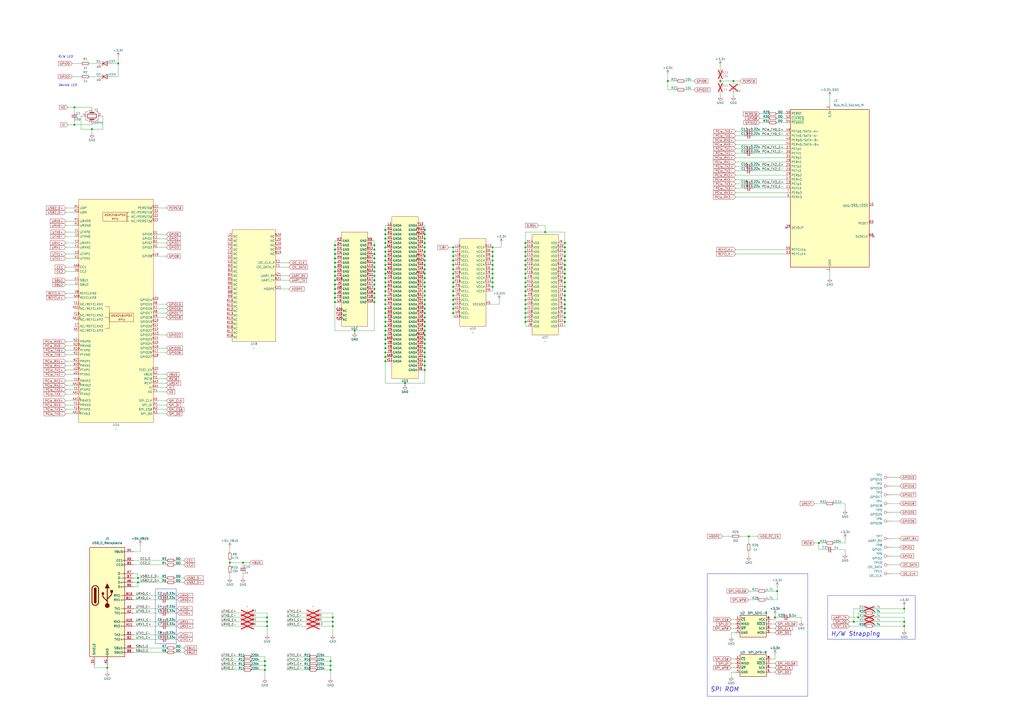
<source format=kicad_sch>
(kicad_sch (version 20231120) (generator "eeschema") (generator_version "8.0")
  (paper "A2")
  (lib_symbols
    (symbol "ASM2464PD_1"
      (property "Reference" "U1" (at 0 2.54 0))
      (property "Value" "~" (at 0 0 0))
      (symbol "ASM2464PD_1_1_1"
        (text "ASM2464PDX\nonly" (at -0.508 123.19 0) (effects (font (size 1.27 1.27))))
        (text "ASM2464PDX\nonly" (at 3.302 64.77 0) (effects (font (size 1.27 1.27))))
        (pin input line (at 24.13 105.41 180) (length 2.54) (name "GPIO3") (number "A1"))
        (pin input line (at 24.13 62.23 180) (length 2.54) (name "GPIO19") (number "A10"))
        (pin input line (at 24.13 59.69 180) (length 2.54) (name "GPIO20") (number "A11"))
        (pin input line (at 24.13 57.15 180) (length 2.54) (name "GPIO21") (number "A12"))
        (pin input line (at 24.13 54.61 180) (length 2.54) (name "GPIO22") (number "A13"))
        (pin input line (at 24.13 52.07 180) (length 2.54) (name "GPIO23") (number "A14"))
        (pin input line (at 24.13 49.53 180) (length 2.54) (name "GPIO24") (number "A15"))
        (pin input line (at 24.13 46.99 180) (length 2.54) (name "GPIO25") (number "A16"))
        (pin input line (at 24.13 44.45 180) (length 2.54) (name "GPIO26") (number "A17"))
        (pin input line (at 24.13 41.91 180) (length 2.54) (name "GPIO27") (number "A18"))
        (pin input line (at 24.13 100.33 180) (length 2.54) (name "GPIO8") (number "A19"))
        (pin input line (at 24.13 11.43 180) (length 2.54) (name "SPI_CS#") (number "A2"))
        (pin input line (at 24.13 74.93 180) (length 2.54) (name "GPIO14") (number "A20"))
        (pin input line (at 24.13 8.89 180) (length 2.54) (name "SPI_DO") (number "A3"))
        (pin input line (at 24.13 13.97 180) (length 2.54) (name "SPI_DI") (number "A4"))
        (pin input line (at 24.13 16.51 180) (length 2.54) (name "SPI_CLK") (number "A5"))
        (pin input line (at 24.13 72.39 180) (length 2.54) (name "GPIO15") (number "A6"))
        (pin input line (at 24.13 69.85 180) (length 2.54) (name "GPIO16") (number "A7"))
        (pin input line (at 24.13 67.31 180) (length 2.54) (name "GPIO17") (number "A8"))
        (pin input line (at 24.13 64.77 180) (length 2.54) (name "GPIO18") (number "A9"))
        (pin input line (at -24.13 63.5 0) (length 2.54) (name "NC/REFCLKP2") (number "AA10"))
        (pin input line (at -24.13 69.85 0) (length 2.54) (name "NC/REFCLKP1") (number "AA11"))
        (pin input line (at -24.13 16.51 0) (length 2.54) (name "PRXP3") (number "AA13"))
        (pin input line (at -24.13 8.89 0) (length 2.54) (name "PTXN3") (number "AA15"))
        (pin input line (at -24.13 20.32 0) (length 2.54) (name "PTXN2") (number "AA17"))
        (pin input line (at -24.13 25.4 0) (length 2.54) (name "PRXN2") (number "AA19"))
        (pin input line (at 24.13 26.67 180) (length 2.54) (name "REXT") (number "AA3"))
        (pin input line (at 24.13 24.13 180) (length 2.54) (name "XI") (number "AA4"))
        (pin input line (at -24.13 93.98 0) (length 2.54) (name "CC1") (number "AA6"))
        (pin input line (at -24.13 57.15 0) (length 2.54) (name "NC/REFCLKP3") (number "AA7"))
        (pin input line (at -24.13 76.2 0) (length 2.54) (name "REFCLKP0") (number "AA8"))
        (pin input line (at 24.13 107.95 180) (length 2.54) (name "GPIO2") (number "B1"))
        (pin input line (at 24.13 110.49 180) (length 2.54) (name "GPIO1") (number "C1"))
        (pin input line (at 24.13 113.03 180) (length 2.54) (name "GPIO0") (number "D1"))
        (pin input line (at 24.13 120.65 180) (length 2.54) (name "NC/PERST3#") (number "D21"))
        (pin input line (at 24.13 123.19 180) (length 2.54) (name "NC/PERST2#") (number "E21"))
        (pin input line (at 24.13 125.73 180) (length 2.54) (name "NC/PERST1#") (number "F21"))
        (pin input line (at 24.13 31.75 180) (length 2.54) (name "VBUS") (number "G1"))
        (pin input line (at 24.13 128.27 180) (length 2.54) (name "PERST0#") (number "G21"))
        (pin input line (at 24.13 29.21 180) (length 2.54) (name "RST#") (number "H1"))
        (pin input line (at 24.13 34.29 180) (length 2.54) (name "TEST_EN") (number "H21"))
        (pin input line (at -24.13 83.82 0) (length 2.54) (name "SBU2") (number "J1"))
        (pin input line (at -24.13 86.36 0) (length 2.54) (name "SBU1") (number "K1"))
        (pin input line (at -24.13 128.27 0) (length 2.54) (name "UDP") (number "M1"))
        (pin input line (at -24.13 125.73 0) (length 2.54) (name "UDM") (number "M2"))
        (pin input line (at -24.13 48.26 0) (length 2.54) (name "PRXN0") (number "N20"))
        (pin input line (at -24.13 50.8 0) (length 2.54) (name "PRXP0") (number "N21"))
        (pin input line (at -24.13 120.65 0) (length 2.54) (name "URXP0") (number "P1"))
        (pin input line (at -24.13 118.11 0) (length 2.54) (name "URXN0") (number "P2"))
        (pin input line (at -24.13 45.72 0) (length 2.54) (name "PTXP0") (number "R20"))
        (pin input line (at -24.13 43.18 0) (length 2.54) (name "PTXN0") (number "R21"))
        (pin input line (at -24.13 114.3 0) (length 2.54) (name "UTXP0") (number "T1"))
        (pin input line (at -24.13 111.76 0) (length 2.54) (name "UTXN0") (number "T2"))
        (pin input line (at -24.13 34.29 0) (length 2.54) (name "PTXP1") (number "U20"))
        (pin input line (at -24.13 31.75 0) (length 2.54) (name "PTXN1") (number "U21"))
        (pin input line (at -24.13 99.06 0) (length 2.54) (name "UTXN1") (number "V1"))
        (pin input line (at -24.13 101.6 0) (length 2.54) (name "UTXP1") (number "V2"))
        (pin input line (at -24.13 36.83 0) (length 2.54) (name "PRXN1") (number "W20"))
        (pin input line (at -24.13 39.37 0) (length 2.54) (name "PRXP1") (number "W21"))
        (pin input line (at -24.13 105.41 0) (length 2.54) (name "URXN1") (number "Y1"))
        (pin input line (at -24.13 66.04 0) (length 2.54) (name "NC/REFCLKN2") (number "Y10"))
        (pin input line (at -24.13 72.39 0) (length 2.54) (name "NC/REFCLKN1") (number "Y11"))
        (pin input line (at -24.13 13.97 0) (length 2.54) (name "PRXN3") (number "Y13"))
        (pin input line (at -24.13 11.43 0) (length 2.54) (name "PTXP3") (number "Y15"))
        (pin input line (at -24.13 22.86 0) (length 2.54) (name "PTXP2") (number "Y17"))
        (pin input line (at -24.13 27.94 0) (length 2.54) (name "PRXP2") (number "Y19"))
        (pin input line (at -24.13 107.95 0) (length 2.54) (name "URXP1") (number "Y2"))
        (pin input line (at 24.13 21.59 180) (length 2.54) (name "XO") (number "Y4"))
        (pin input line (at -24.13 91.44 0) (length 2.54) (name "CC2") (number "Y6"))
        (pin input line (at -24.13 59.69 0) (length 2.54) (name "NC/REFCLKN3") (number "Y7"))
        (pin input line (at -24.13 78.74 0) (length 2.54) (name "REFCLKN0") (number "Y8"))
      )
      (symbol "ASM2464PD_1_2_1"
        (pin input line (at 15.24 41.91 180) (length 2.54) (name "UART_RX") (number "A21"))
        (pin input line (at -15.24 26.67 0) (length 2.54) (name "NC") (number "B10"))
        (pin input line (at -15.24 24.13 0) (length 2.54) (name "NC") (number "B11"))
        (pin input line (at -15.24 21.59 0) (length 2.54) (name "NC") (number "B12"))
        (pin input line (at -15.24 19.05 0) (length 2.54) (name "NC") (number "B13"))
        (pin input line (at -15.24 16.51 0) (length 2.54) (name "NC") (number "B14"))
        (pin input line (at -15.24 13.97 0) (length 2.54) (name "NC") (number "B15"))
        (pin input line (at -15.24 11.43 0) (length 2.54) (name "NC") (number "B16"))
        (pin input line (at -15.24 8.89 0) (length 2.54) (name "NC") (number "B17"))
        (pin input line (at -15.24 6.35 0) (length 2.54) (name "NC") (number "B18"))
        (pin input line (at 15.24 54.61 180) (length 2.54) (name "NC") (number "B19"))
        (pin input line (at -15.24 46.99 0) (length 2.54) (name "NC") (number "B2"))
        (pin input line (at 15.24 64.77 180) (length 2.54) (name "NC") (number "B20"))
        (pin input line (at 15.24 39.37 180) (length 2.54) (name "UART_TX") (number "B21"))
        (pin input line (at -15.24 44.45 0) (length 2.54) (name "NC") (number "B3"))
        (pin input line (at -15.24 41.91 0) (length 2.54) (name "NC") (number "B4"))
        (pin input line (at -15.24 39.37 0) (length 2.54) (name "NC") (number "B5"))
        (pin input line (at -15.24 36.83 0) (length 2.54) (name "NC") (number "B6"))
        (pin input line (at -15.24 34.29 0) (length 2.54) (name "NC") (number "B7"))
        (pin input line (at -15.24 31.75 0) (length 2.54) (name "NC") (number "B8"))
        (pin input line (at -15.24 29.21 0) (length 2.54) (name "NC") (number "B9"))
        (pin input line (at -15.24 49.53 0) (length 2.54) (name "NC") (number "C2"))
        (pin input line (at 15.24 59.69 180) (length 2.54) (name "NC") (number "C20"))
        (pin input line (at 15.24 34.29 180) (length 2.54) (name "HDDPC") (number "C21"))
        (pin input line (at -15.24 52.07 0) (length 2.54) (name "NC") (number "D2"))
        (pin input line (at 15.24 57.15 180) (length 2.54) (name "NC") (number "D20"))
        (pin input line (at 15.24 49.53 180) (length 2.54) (name "I2C_CLK_P") (number "E1"))
        (pin input line (at -15.24 54.61 0) (length 2.54) (name "NC") (number "E2"))
        (pin input line (at 15.24 62.23 180) (length 2.54) (name "NC") (number "E20"))
        (pin input line (at 15.24 46.99 180) (length 2.54) (name "I2C_DATA_P") (number "F1"))
        (pin input line (at -15.24 57.15 0) (length 2.54) (name "NC") (number "F2"))
        (pin input line (at -15.24 59.69 0) (length 2.54) (name "NC") (number "G2"))
        (pin input line (at -15.24 62.23 0) (length 2.54) (name "NC") (number "H2"))
        (pin input line (at -15.24 64.77 0) (length 2.54) (name "NC") (number "J2"))
      )
      (symbol "ASM2464PD_1_3_1"
        (pin input line (at 10.16 48.26 180) (length 2.54) (name "GND") (number "D11"))
        (pin input line (at 10.16 43.18 180) (length 2.54) (name "GND") (number "D17"))
        (pin input line (at -10.16 30.48 0) (length 2.54) (name "GND") (number "D18"))
        (pin input line (at -10.16 50.8 0) (length 2.54) (name "GND") (number "D4"))
        (pin input line (at -10.16 38.1 0) (length 2.54) (name "GND") (number "D5"))
        (pin input line (at 10.16 30.48 180) (length 2.54) (name "GND") (number "E17"))
        (pin input line (at 10.16 22.86 180) (length 2.54) (name "GND") (number "E18"))
        (pin input line (at -10.16 48.26 0) (length 2.54) (name "GND") (number "E4"))
        (pin input line (at -10.16 35.56 0) (length 2.54) (name "GND") (number "E5"))
        (pin input line (at 10.16 27.94 180) (length 2.54) (name "GND") (number "F17"))
        (pin input line (at 10.16 20.32 180) (length 2.54) (name "GND") (number "F18"))
        (pin input line (at -10.16 10.16 0) (length 2.54) (name "NC") (number "F20"))
        (pin input line (at -10.16 45.72 0) (length 2.54) (name "GND") (number "F4"))
        (pin input line (at -10.16 33.02 0) (length 2.54) (name "GND") (number "F5"))
        (pin input line (at -10.16 20.32 0) (length 2.54) (name "GND") (number "F8"))
        (pin input line (at -10.16 12.7 0) (length 2.54) (name "NC") (number "G20"))
        (pin input line (at 10.16 25.4 180) (length 2.54) (name "GND") (number "H17"))
        (pin input line (at 10.16 17.78 180) (length 2.54) (name "GND") (number "H18"))
        (pin input line (at -10.16 7.62 0) (length 2.54) (name "NC") (number "H20"))
        (pin input line (at -10.16 43.18 0) (length 2.54) (name "GND") (number "H4"))
        (pin input line (at -10.16 25.4 0) (length 2.54) (name "GND") (number "H8"))
        (pin input line (at 10.16 45.72 180) (length 2.54) (name "GND") (number "J11"))
        (pin input line (at -10.16 40.64 0) (length 2.54) (name "GND") (number "J4"))
        (pin input line (at -10.16 27.94 0) (length 2.54) (name "GND") (number "J5"))
        (pin input line (at -10.16 22.86 0) (length 2.54) (name "GND") (number "J6"))
        (pin input line (at -10.16 53.34 0) (length 2.54) (name "GND") (number "K2"))
        (pin input line (at 10.16 38.1 180) (length 2.54) (name "GND") (number "L13"))
        (pin input line (at -10.16 17.78 0) (length 2.54) (name "GND") (number "L9"))
        (pin input line (at 10.16 40.64 180) (length 2.54) (name "GND") (number "N11"))
        (pin input line (at 10.16 35.56 180) (length 2.54) (name "GND") (number "N13"))
        (pin input line (at 10.16 53.34 180) (length 2.54) (name "GND") (number "N9"))
        (pin input line (at 10.16 33.02 180) (length 2.54) (name "GND") (number "P11"))
        (pin input line (at 10.16 50.8 180) (length 2.54) (name "GND") (number "P9"))
      )
      (symbol "ASM2464PD_1_4_1"
        (pin input line (at -10.16 80.01 0) (length 2.54) (name "GNDA") (number "AA1"))
        (pin input line (at 10.16 90.17 180) (length 2.54) (name "GNDA") (number "AA12"))
        (pin input line (at 10.16 74.93 180) (length 2.54) (name "GNDA") (number "AA14"))
        (pin input line (at 10.16 64.77 180) (length 2.54) (name "GNDA") (number "AA16"))
        (pin input line (at 10.16 29.21 180) (length 2.54) (name "GNDA") (number "AA18"))
        (pin input line (at -10.16 64.77 0) (length 2.54) (name "GNDA") (number "AA2"))
        (pin input line (at 10.16 87.63 180) (length 2.54) (name "GNDA") (number "AA20"))
        (pin input line (at 10.16 72.39 180) (length 2.54) (name "GNDA") (number "AA21"))
        (pin input line (at -10.16 26.67 0) (length 2.54) (name "GNDA") (number "AA5"))
        (pin input line (at -10.16 16.51 0) (length 2.54) (name "GNDA") (number "AA9"))
        (pin input line (at -10.16 92.71 0) (length 2.54) (name "GNDA") (number "L1"))
        (pin input line (at -10.16 77.47 0) (length 2.54) (name "GNDA") (number "L2"))
        (pin input line (at -10.16 59.69 0) (length 2.54) (name "GNDA") (number "L4"))
        (pin input line (at -10.16 44.45 0) (length 2.54) (name "GNDA") (number "L5"))
        (pin input line (at 10.16 26.67 180) (length 2.54) (name "GNDA") (number "M20"))
        (pin input line (at 10.16 21.59 180) (length 2.54) (name "GNDA") (number "M21"))
        (pin input line (at -10.16 90.17 0) (length 2.54) (name "GNDA") (number "N1"))
        (pin input line (at 10.16 59.69 180) (length 2.54) (name "GNDA") (number "N17"))
        (pin input line (at 10.16 44.45 180) (length 2.54) (name "GNDA") (number "N18"))
        (pin input line (at -10.16 74.93 0) (length 2.54) (name "GNDA") (number "N2"))
        (pin input line (at -10.16 57.15 0) (length 2.54) (name "GNDA") (number "N4"))
        (pin input line (at -10.16 41.91 0) (length 2.54) (name "GNDA") (number "N5"))
        (pin input line (at 10.16 57.15 180) (length 2.54) (name "GNDA") (number "P17"))
        (pin input line (at 10.16 41.91 180) (length 2.54) (name "GNDA") (number "P18"))
        (pin input line (at 10.16 24.13 180) (length 2.54) (name "GNDA") (number "P20"))
        (pin input line (at 10.16 19.05 180) (length 2.54) (name "GNDA") (number "P21"))
        (pin input line (at -10.16 54.61 0) (length 2.54) (name "GNDA") (number "P4"))
        (pin input line (at -10.16 39.37 0) (length 2.54) (name "GNDA") (number "P5"))
        (pin input line (at -10.16 87.63 0) (length 2.54) (name "GNDA") (number "R1"))
        (pin input line (at -10.16 72.39 0) (length 2.54) (name "GNDA") (number "R2"))
        (pin input line (at 10.16 54.61 180) (length 2.54) (name "GNDA") (number "T17"))
        (pin input line (at 10.16 39.37 180) (length 2.54) (name "GNDA") (number "T18"))
        (pin input line (at 10.16 46.99 180) (length 2.54) (name "GNDA") (number "T20"))
        (pin input line (at 10.16 16.51 180) (length 2.54) (name "GNDA") (number "T21"))
        (pin input line (at -10.16 52.07 0) (length 2.54) (name "GNDA") (number "T4"))
        (pin input line (at -10.16 36.83 0) (length 2.54) (name "GNDA") (number "T5"))
        (pin input line (at -10.16 85.09 0) (length 2.54) (name "GNDA") (number "U1"))
        (pin input line (at 10.16 52.07 180) (length 2.54) (name "GNDA") (number "U17"))
        (pin input line (at 10.16 36.83 180) (length 2.54) (name "GNDA") (number "U18"))
        (pin input line (at -10.16 69.85 0) (length 2.54) (name "GNDA") (number "U2"))
        (pin input line (at -10.16 49.53 0) (length 2.54) (name "GNDA") (number "U4"))
        (pin input line (at -10.16 34.29 0) (length 2.54) (name "GNDA") (number "U5"))
        (pin input line (at -10.16 13.97 0) (length 2.54) (name "GNDA") (number "V11"))
        (pin input line (at 10.16 85.09 180) (length 2.54) (name "GNDA") (number "V13"))
        (pin input line (at 10.16 80.01 180) (length 2.54) (name "GNDA") (number "V14"))
        (pin input line (at 10.16 69.85 180) (length 2.54) (name "GNDA") (number "V16"))
        (pin input line (at 10.16 49.53 180) (length 2.54) (name "GNDA") (number "V17"))
        (pin input line (at 10.16 34.29 180) (length 2.54) (name "GNDA") (number "V18"))
        (pin input line (at 10.16 62.23 180) (length 2.54) (name "GNDA") (number "V20"))
        (pin input line (at 10.16 13.97 180) (length 2.54) (name "GNDA") (number "V21"))
        (pin input line (at -10.16 46.99 0) (length 2.54) (name "GNDA") (number "V4"))
        (pin input line (at -10.16 31.75 0) (length 2.54) (name "GNDA") (number "V5"))
        (pin input line (at 10.16 8.89 180) (length 2.54) (name "GNDA") (number "V6"))
        (pin input line (at -10.16 24.13 0) (length 2.54) (name "GNDA") (number "V8"))
        (pin input line (at -10.16 21.59 0) (length 2.54) (name "GNDA") (number "V9"))
        (pin input line (at -10.16 82.55 0) (length 2.54) (name "GNDA") (number "W1"))
        (pin input line (at -10.16 67.31 0) (length 2.54) (name "GNDA") (number "W2"))
        (pin input line (at 10.16 92.71 180) (length 2.54) (name "GNDA") (number "Y12"))
        (pin input line (at 10.16 77.47 180) (length 2.54) (name "GNDA") (number "Y14"))
        (pin input line (at 10.16 67.31 180) (length 2.54) (name "GNDA") (number "Y16"))
        (pin input line (at 10.16 31.75 180) (length 2.54) (name "GNDA") (number "Y18"))
        (pin input line (at 10.16 82.55 180) (length 2.54) (name "GNDA") (number "Y20"))
        (pin input line (at 10.16 11.43 180) (length 2.54) (name "GNDA") (number "Y21"))
        (pin input line (at -10.16 62.23 0) (length 2.54) (name "GNDA") (number "Y3"))
        (pin input line (at -10.16 29.21 0) (length 2.54) (name "GNDA") (number "Y5"))
        (pin input line (at -10.16 19.05 0) (length 2.54) (name "GNDA") (number "Y9"))
      )
      (symbol "ASM2464PD_1_5_1"
        (pin input line (at 10.16 49.53 180) (length 2.54) (name "VCCH") (number "D13"))
        (pin input line (at 10.16 46.99 180) (length 2.54) (name "VCCH") (number "D6"))
        (pin input line (at 10.16 44.45 180) (length 2.54) (name "VCCH") (number "D8"))
        (pin input line (at 10.16 41.91 180) (length 2.54) (name "VCCH") (number "D9"))
        (pin input line (at 10.16 39.37 180) (length 2.54) (name "VCCH") (number "E13"))
        (pin input line (at 10.16 36.83 180) (length 2.54) (name "VCCH") (number "E6"))
        (pin input line (at 10.16 34.29 180) (length 2.54) (name "VCCH") (number "E8"))
        (pin input line (at 10.16 31.75 180) (length 2.54) (name "VCCH") (number "E9"))
        (pin input line (at 10.16 29.21 180) (length 2.54) (name "VCCH") (number "F13"))
        (pin input line (at 10.16 26.67 180) (length 2.54) (name "VCCH") (number "F6"))
        (pin input line (at 10.16 16.51 180) (length 2.54) (name "VCCA33") (number "H5"))
        (pin input line (at 10.16 24.13 180) (length 2.54) (name "VCCH") (number "H6"))
        (pin input line (at -10.16 49.53 0) (length 2.54) (name "VCCL") (number "L16"))
        (pin input line (at -10.16 46.99 0) (length 2.54) (name "VCCL") (number "L17"))
        (pin input line (at -10.16 44.45 0) (length 2.54) (name "VCCL") (number "L18"))
        (pin input line (at -10.16 41.91 0) (length 2.54) (name "VCCL") (number "L20"))
        (pin input line (at -10.16 39.37 0) (length 2.54) (name "VCCL") (number "L21"))
        (pin input line (at -10.16 36.83 0) (length 2.54) (name "VCCL") (number "L6"))
        (pin input line (at -10.16 34.29 0) (length 2.54) (name "VCCL") (number "N16"))
        (pin input line (at -10.16 31.75 0) (length 2.54) (name "VCCL") (number "N6"))
        (pin input line (at -10.16 29.21 0) (length 2.54) (name "VCCL") (number "P16"))
        (pin input line (at -10.16 26.67 0) (length 2.54) (name "VCCL") (number "P6"))
        (pin input line (at -10.16 24.13 0) (length 2.54) (name "VCCL") (number "T16"))
        (pin input line (at -10.16 21.59 0) (length 2.54) (name "VCCL") (number "T6"))
        (pin input line (at -10.16 19.05 0) (length 2.54) (name "VCCL") (number "U11"))
        (pin input line (at -10.16 16.51 0) (length 2.54) (name "VCCL") (number "U13"))
        (pin input line (at -10.16 13.97 0) (length 2.54) (name "VCCL") (number "U14"))
        (pin input line (at -10.16 8.89 0) (length 2.54) (name "VCCL") (number "U16"))
        (pin input line (at -10.16 11.43 0) (length 2.54) (name "VCCL") (number "U6"))
      )
      (symbol "ASM2464PD_1_6_1"
        (pin input line (at -10.16 57.15 0) (length 2.54) (name "VDD") (number "D14"))
        (pin input line (at -10.16 54.61 0) (length 2.54) (name "VDD") (number "D16"))
        (pin input line (at -10.16 52.07 0) (length 2.54) (name "VDD") (number "E11"))
        (pin input line (at -10.16 49.53 0) (length 2.54) (name "VDD") (number "E14"))
        (pin input line (at -10.16 46.99 0) (length 2.54) (name "VDD") (number "E16"))
        (pin input line (at -10.16 44.45 0) (length 2.54) (name "VDD") (number "F11"))
        (pin input line (at -10.16 41.91 0) (length 2.54) (name "VDD") (number "F14"))
        (pin input line (at -10.16 39.37 0) (length 2.54) (name "VDD") (number "F16"))
        (pin input line (at -10.16 36.83 0) (length 2.54) (name "VDD") (number "F9"))
        (pin input line (at -10.16 34.29 0) (length 2.54) (name "VDD") (number "H11"))
        (pin input line (at -10.16 31.75 0) (length 2.54) (name "VDD") (number "H13"))
        (pin input line (at 10.16 13.97 180) (length 2.54) (name "VDD") (number "H14"))
        (pin input line (at -10.16 29.21 0) (length 2.54) (name "VDD") (number "H16"))
        (pin input line (at -10.16 26.67 0) (length 2.54) (name "VDD") (number "H9"))
        (pin input line (at -10.16 24.13 0) (length 2.54) (name "VDD") (number "J13"))
        (pin input line (at 10.16 11.43 180) (length 2.54) (name "VDD") (number "J14"))
        (pin input line (at -10.16 21.59 0) (length 2.54) (name "VDD") (number "J16"))
        (pin input line (at -10.16 19.05 0) (length 2.54) (name "VDD") (number "J17"))
        (pin input line (at -10.16 16.51 0) (length 2.54) (name "VDD") (number "J18"))
        (pin input line (at -10.16 13.97 0) (length 2.54) (name "VDD") (number "J20"))
        (pin input line (at -10.16 11.43 0) (length 2.54) (name "VDD") (number "J21"))
        (pin input line (at -10.16 8.89 0) (length 2.54) (name "VDD") (number "J8"))
        (pin input line (at 10.16 57.15 180) (length 2.54) (name "VDD") (number "J9"))
        (pin input line (at 10.16 54.61 180) (length 2.54) (name "VDD") (number "K20"))
        (pin input line (at 10.16 52.07 180) (length 2.54) (name "VDD") (number "K21"))
        (pin input line (at 10.16 8.89 180) (length 2.54) (name "VDD") (number "L11"))
        (pin input line (at 10.16 49.53 180) (length 2.54) (name "VDD") (number "L14"))
        (pin input line (at 10.16 46.99 180) (length 2.54) (name "VDD") (number "L8"))
        (pin input line (at 10.16 44.45 180) (length 2.54) (name "VDD") (number "N14"))
        (pin input line (at 10.16 41.91 180) (length 2.54) (name "VDD") (number "N8"))
        (pin input line (at 10.16 39.37 180) (length 2.54) (name "VDD") (number "P13"))
        (pin input line (at 10.16 36.83 180) (length 2.54) (name "VDD") (number "P14"))
        (pin input line (at 10.16 34.29 180) (length 2.54) (name "VDD") (number "P8"))
        (pin input line (at 10.16 31.75 180) (length 2.54) (name "VDD") (number "T11"))
        (pin input line (at 10.16 29.21 180) (length 2.54) (name "VDD") (number "T13"))
        (pin input line (at 10.16 26.67 180) (length 2.54) (name "VDD") (number "T14"))
        (pin input line (at 10.16 24.13 180) (length 2.54) (name "VDD") (number "T8"))
        (pin input line (at 10.16 21.59 180) (length 2.54) (name "VDD") (number "T9"))
        (pin input line (at 10.16 19.05 180) (length 2.54) (name "VDD") (number "U8"))
        (pin input line (at 10.16 16.51 180) (length 2.54) (name "VDD") (number "U9"))
      )
    )
    (symbol "ASM2464PD_2"
      (property "Reference" "U1" (at 0 2.54 0))
      (property "Value" "~" (at 0 0 0))
      (symbol "ASM2464PD_2_1_1"
        (text "ASM2464PDX\nonly" (at -0.508 123.19 0) (effects (font (size 1.27 1.27))))
        (text "ASM2464PDX\nonly" (at 3.302 64.77 0) (effects (font (size 1.27 1.27))))
        (pin input line (at 24.13 105.41 180) (length 2.54) (name "GPIO3") (number "A1"))
        (pin input line (at 24.13 62.23 180) (length 2.54) (name "GPIO19") (number "A10"))
        (pin input line (at 24.13 59.69 180) (length 2.54) (name "GPIO20") (number "A11"))
        (pin input line (at 24.13 57.15 180) (length 2.54) (name "GPIO21") (number "A12"))
        (pin input line (at 24.13 54.61 180) (length 2.54) (name "GPIO22") (number "A13"))
        (pin input line (at 24.13 52.07 180) (length 2.54) (name "GPIO23") (number "A14"))
        (pin input line (at 24.13 49.53 180) (length 2.54) (name "GPIO24") (number "A15"))
        (pin input line (at 24.13 46.99 180) (length 2.54) (name "GPIO25") (number "A16"))
        (pin input line (at 24.13 44.45 180) (length 2.54) (name "GPIO26") (number "A17"))
        (pin input line (at 24.13 41.91 180) (length 2.54) (name "GPIO27") (number "A18"))
        (pin input line (at 24.13 100.33 180) (length 2.54) (name "GPIO8") (number "A19"))
        (pin input line (at 24.13 11.43 180) (length 2.54) (name "SPI_CS#") (number "A2"))
        (pin input line (at 24.13 74.93 180) (length 2.54) (name "GPIO14") (number "A20"))
        (pin input line (at 24.13 8.89 180) (length 2.54) (name "SPI_DO") (number "A3"))
        (pin input line (at 24.13 13.97 180) (length 2.54) (name "SPI_DI") (number "A4"))
        (pin input line (at 24.13 16.51 180) (length 2.54) (name "SPI_CLK") (number "A5"))
        (pin input line (at 24.13 72.39 180) (length 2.54) (name "GPIO15") (number "A6"))
        (pin input line (at 24.13 69.85 180) (length 2.54) (name "GPIO16") (number "A7"))
        (pin input line (at 24.13 67.31 180) (length 2.54) (name "GPIO17") (number "A8"))
        (pin input line (at 24.13 64.77 180) (length 2.54) (name "GPIO18") (number "A9"))
        (pin input line (at -24.13 63.5 0) (length 2.54) (name "NC/REFCLKP2") (number "AA10"))
        (pin input line (at -24.13 69.85 0) (length 2.54) (name "NC/REFCLKP1") (number "AA11"))
        (pin input line (at -24.13 16.51 0) (length 2.54) (name "PRXP3") (number "AA13"))
        (pin input line (at -24.13 8.89 0) (length 2.54) (name "PTXN3") (number "AA15"))
        (pin input line (at -24.13 20.32 0) (length 2.54) (name "PTXN2") (number "AA17"))
        (pin input line (at -24.13 25.4 0) (length 2.54) (name "PRXN2") (number "AA19"))
        (pin input line (at 24.13 26.67 180) (length 2.54) (name "REXT") (number "AA3"))
        (pin input line (at 24.13 24.13 180) (length 2.54) (name "XI") (number "AA4"))
        (pin input line (at -24.13 93.98 0) (length 2.54) (name "CC1") (number "AA6"))
        (pin input line (at -24.13 57.15 0) (length 2.54) (name "NC/REFCLKP3") (number "AA7"))
        (pin input line (at -24.13 76.2 0) (length 2.54) (name "REFCLKP0") (number "AA8"))
        (pin input line (at 24.13 107.95 180) (length 2.54) (name "GPIO2") (number "B1"))
        (pin input line (at 24.13 110.49 180) (length 2.54) (name "GPIO1") (number "C1"))
        (pin input line (at 24.13 113.03 180) (length 2.54) (name "GPIO0") (number "D1"))
        (pin input line (at 24.13 120.65 180) (length 2.54) (name "NC/PERST3#") (number "D21"))
        (pin input line (at 24.13 123.19 180) (length 2.54) (name "NC/PERST2#") (number "E21"))
        (pin input line (at 24.13 125.73 180) (length 2.54) (name "NC/PERST1#") (number "F21"))
        (pin input line (at 24.13 31.75 180) (length 2.54) (name "VBUS") (number "G1"))
        (pin input line (at 24.13 128.27 180) (length 2.54) (name "PERST0#") (number "G21"))
        (pin input line (at 24.13 29.21 180) (length 2.54) (name "RST#") (number "H1"))
        (pin input line (at 24.13 34.29 180) (length 2.54) (name "TEST_EN") (number "H21"))
        (pin input line (at -24.13 83.82 0) (length 2.54) (name "SBU2") (number "J1"))
        (pin input line (at -24.13 86.36 0) (length 2.54) (name "SBU1") (number "K1"))
        (pin input line (at -24.13 128.27 0) (length 2.54) (name "UDP") (number "M1"))
        (pin input line (at -24.13 125.73 0) (length 2.54) (name "UDM") (number "M2"))
        (pin input line (at -24.13 48.26 0) (length 2.54) (name "PRXN0") (number "N20"))
        (pin input line (at -24.13 50.8 0) (length 2.54) (name "PRXP0") (number "N21"))
        (pin input line (at -24.13 120.65 0) (length 2.54) (name "URXP0") (number "P1"))
        (pin input line (at -24.13 118.11 0) (length 2.54) (name "URXN0") (number "P2"))
        (pin input line (at -24.13 45.72 0) (length 2.54) (name "PTXP0") (number "R20"))
        (pin input line (at -24.13 43.18 0) (length 2.54) (name "PTXN0") (number "R21"))
        (pin input line (at -24.13 114.3 0) (length 2.54) (name "UTXP0") (number "T1"))
        (pin input line (at -24.13 111.76 0) (length 2.54) (name "UTXN0") (number "T2"))
        (pin input line (at -24.13 34.29 0) (length 2.54) (name "PTXP1") (number "U20"))
        (pin input line (at -24.13 31.75 0) (length 2.54) (name "PTXN1") (number "U21"))
        (pin input line (at -24.13 99.06 0) (length 2.54) (name "UTXN1") (number "V1"))
        (pin input line (at -24.13 101.6 0) (length 2.54) (name "UTXP1") (number "V2"))
        (pin input line (at -24.13 36.83 0) (length 2.54) (name "PRXN1") (number "W20"))
        (pin input line (at -24.13 39.37 0) (length 2.54) (name "PRXP1") (number "W21"))
        (pin input line (at -24.13 105.41 0) (length 2.54) (name "URXN1") (number "Y1"))
        (pin input line (at -24.13 66.04 0) (length 2.54) (name "NC/REFCLKN2") (number "Y10"))
        (pin input line (at -24.13 72.39 0) (length 2.54) (name "NC/REFCLKN1") (number "Y11"))
        (pin input line (at -24.13 13.97 0) (length 2.54) (name "PRXN3") (number "Y13"))
        (pin input line (at -24.13 11.43 0) (length 2.54) (name "PTXP3") (number "Y15"))
        (pin input line (at -24.13 22.86 0) (length 2.54) (name "PTXP2") (number "Y17"))
        (pin input line (at -24.13 27.94 0) (length 2.54) (name "PRXP2") (number "Y19"))
        (pin input line (at -24.13 107.95 0) (length 2.54) (name "URXP1") (number "Y2"))
        (pin input line (at 24.13 21.59 180) (length 2.54) (name "XO") (number "Y4"))
        (pin input line (at -24.13 91.44 0) (length 2.54) (name "CC2") (number "Y6"))
        (pin input line (at -24.13 59.69 0) (length 2.54) (name "NC/REFCLKN3") (number "Y7"))
        (pin input line (at -24.13 78.74 0) (length 2.54) (name "REFCLKN0") (number "Y8"))
      )
      (symbol "ASM2464PD_2_2_1"
        (pin input line (at 15.24 41.91 180) (length 2.54) (name "UART_RX") (number "A21"))
        (pin input line (at -15.24 26.67 0) (length 2.54) (name "NC") (number "B10"))
        (pin input line (at -15.24 24.13 0) (length 2.54) (name "NC") (number "B11"))
        (pin input line (at -15.24 21.59 0) (length 2.54) (name "NC") (number "B12"))
        (pin input line (at -15.24 19.05 0) (length 2.54) (name "NC") (number "B13"))
        (pin input line (at -15.24 16.51 0) (length 2.54) (name "NC") (number "B14"))
        (pin input line (at -15.24 13.97 0) (length 2.54) (name "NC") (number "B15"))
        (pin input line (at -15.24 11.43 0) (length 2.54) (name "NC") (number "B16"))
        (pin input line (at -15.24 8.89 0) (length 2.54) (name "NC") (number "B17"))
        (pin input line (at -15.24 6.35 0) (length 2.54) (name "NC") (number "B18"))
        (pin input line (at 15.24 54.61 180) (length 2.54) (name "NC") (number "B19"))
        (pin input line (at -15.24 46.99 0) (length 2.54) (name "NC") (number "B2"))
        (pin input line (at 15.24 64.77 180) (length 2.54) (name "NC") (number "B20"))
        (pin input line (at 15.24 39.37 180) (length 2.54) (name "UART_TX") (number "B21"))
        (pin input line (at -15.24 44.45 0) (length 2.54) (name "NC") (number "B3"))
        (pin input line (at -15.24 41.91 0) (length 2.54) (name "NC") (number "B4"))
        (pin input line (at -15.24 39.37 0) (length 2.54) (name "NC") (number "B5"))
        (pin input line (at -15.24 36.83 0) (length 2.54) (name "NC") (number "B6"))
        (pin input line (at -15.24 34.29 0) (length 2.54) (name "NC") (number "B7"))
        (pin input line (at -15.24 31.75 0) (length 2.54) (name "NC") (number "B8"))
        (pin input line (at -15.24 29.21 0) (length 2.54) (name "NC") (number "B9"))
        (pin input line (at -15.24 49.53 0) (length 2.54) (name "NC") (number "C2"))
        (pin input line (at 15.24 59.69 180) (length 2.54) (name "NC") (number "C20"))
        (pin input line (at 15.24 34.29 180) (length 2.54) (name "HDDPC") (number "C21"))
        (pin input line (at -15.24 52.07 0) (length 2.54) (name "NC") (number "D2"))
        (pin input line (at 15.24 57.15 180) (length 2.54) (name "NC") (number "D20"))
        (pin input line (at 15.24 49.53 180) (length 2.54) (name "I2C_CLK_P") (number "E1"))
        (pin input line (at -15.24 54.61 0) (length 2.54) (name "NC") (number "E2"))
        (pin input line (at 15.24 62.23 180) (length 2.54) (name "NC") (number "E20"))
        (pin input line (at 15.24 46.99 180) (length 2.54) (name "I2C_DATA_P") (number "F1"))
        (pin input line (at -15.24 57.15 0) (length 2.54) (name "NC") (number "F2"))
        (pin input line (at -15.24 59.69 0) (length 2.54) (name "NC") (number "G2"))
        (pin input line (at -15.24 62.23 0) (length 2.54) (name "NC") (number "H2"))
        (pin input line (at -15.24 64.77 0) (length 2.54) (name "NC") (number "J2"))
      )
      (symbol "ASM2464PD_2_3_1"
        (pin input line (at 10.16 48.26 180) (length 2.54) (name "GND") (number "D11"))
        (pin input line (at 10.16 43.18 180) (length 2.54) (name "GND") (number "D17"))
        (pin input line (at -10.16 30.48 0) (length 2.54) (name "GND") (number "D18"))
        (pin input line (at -10.16 50.8 0) (length 2.54) (name "GND") (number "D4"))
        (pin input line (at -10.16 38.1 0) (length 2.54) (name "GND") (number "D5"))
        (pin input line (at 10.16 30.48 180) (length 2.54) (name "GND") (number "E17"))
        (pin input line (at 10.16 22.86 180) (length 2.54) (name "GND") (number "E18"))
        (pin input line (at -10.16 48.26 0) (length 2.54) (name "GND") (number "E4"))
        (pin input line (at -10.16 35.56 0) (length 2.54) (name "GND") (number "E5"))
        (pin input line (at 10.16 27.94 180) (length 2.54) (name "GND") (number "F17"))
        (pin input line (at 10.16 20.32 180) (length 2.54) (name "GND") (number "F18"))
        (pin input line (at -10.16 10.16 0) (length 2.54) (name "NC") (number "F20"))
        (pin input line (at -10.16 45.72 0) (length 2.54) (name "GND") (number "F4"))
        (pin input line (at -10.16 33.02 0) (length 2.54) (name "GND") (number "F5"))
        (pin input line (at -10.16 20.32 0) (length 2.54) (name "GND") (number "F8"))
        (pin input line (at -10.16 12.7 0) (length 2.54) (name "NC") (number "G20"))
        (pin input line (at 10.16 25.4 180) (length 2.54) (name "GND") (number "H17"))
        (pin input line (at 10.16 17.78 180) (length 2.54) (name "GND") (number "H18"))
        (pin input line (at -10.16 7.62 0) (length 2.54) (name "NC") (number "H20"))
        (pin input line (at -10.16 43.18 0) (length 2.54) (name "GND") (number "H4"))
        (pin input line (at -10.16 25.4 0) (length 2.54) (name "GND") (number "H8"))
        (pin input line (at 10.16 45.72 180) (length 2.54) (name "GND") (number "J11"))
        (pin input line (at -10.16 40.64 0) (length 2.54) (name "GND") (number "J4"))
        (pin input line (at -10.16 27.94 0) (length 2.54) (name "GND") (number "J5"))
        (pin input line (at -10.16 22.86 0) (length 2.54) (name "GND") (number "J6"))
        (pin input line (at -10.16 53.34 0) (length 2.54) (name "GND") (number "K2"))
        (pin input line (at 10.16 38.1 180) (length 2.54) (name "GND") (number "L13"))
        (pin input line (at -10.16 17.78 0) (length 2.54) (name "GND") (number "L9"))
        (pin input line (at 10.16 40.64 180) (length 2.54) (name "GND") (number "N11"))
        (pin input line (at 10.16 35.56 180) (length 2.54) (name "GND") (number "N13"))
        (pin input line (at 10.16 53.34 180) (length 2.54) (name "GND") (number "N9"))
        (pin input line (at 10.16 33.02 180) (length 2.54) (name "GND") (number "P11"))
        (pin input line (at 10.16 50.8 180) (length 2.54) (name "GND") (number "P9"))
      )
      (symbol "ASM2464PD_2_4_1"
        (pin input line (at -10.16 80.01 0) (length 2.54) (name "GNDA") (number "AA1"))
        (pin input line (at 10.16 90.17 180) (length 2.54) (name "GNDA") (number "AA12"))
        (pin input line (at 10.16 74.93 180) (length 2.54) (name "GNDA") (number "AA14"))
        (pin input line (at 10.16 64.77 180) (length 2.54) (name "GNDA") (number "AA16"))
        (pin input line (at 10.16 29.21 180) (length 2.54) (name "GNDA") (number "AA18"))
        (pin input line (at -10.16 64.77 0) (length 2.54) (name "GNDA") (number "AA2"))
        (pin input line (at 10.16 87.63 180) (length 2.54) (name "GNDA") (number "AA20"))
        (pin input line (at 10.16 72.39 180) (length 2.54) (name "GNDA") (number "AA21"))
        (pin input line (at -10.16 26.67 0) (length 2.54) (name "GNDA") (number "AA5"))
        (pin input line (at -10.16 16.51 0) (length 2.54) (name "GNDA") (number "AA9"))
        (pin input line (at -10.16 92.71 0) (length 2.54) (name "GNDA") (number "L1"))
        (pin input line (at -10.16 77.47 0) (length 2.54) (name "GNDA") (number "L2"))
        (pin input line (at -10.16 59.69 0) (length 2.54) (name "GNDA") (number "L4"))
        (pin input line (at -10.16 44.45 0) (length 2.54) (name "GNDA") (number "L5"))
        (pin input line (at 10.16 26.67 180) (length 2.54) (name "GNDA") (number "M20"))
        (pin input line (at 10.16 21.59 180) (length 2.54) (name "GNDA") (number "M21"))
        (pin input line (at -10.16 90.17 0) (length 2.54) (name "GNDA") (number "N1"))
        (pin input line (at 10.16 59.69 180) (length 2.54) (name "GNDA") (number "N17"))
        (pin input line (at 10.16 44.45 180) (length 2.54) (name "GNDA") (number "N18"))
        (pin input line (at -10.16 74.93 0) (length 2.54) (name "GNDA") (number "N2"))
        (pin input line (at -10.16 57.15 0) (length 2.54) (name "GNDA") (number "N4"))
        (pin input line (at -10.16 41.91 0) (length 2.54) (name "GNDA") (number "N5"))
        (pin input line (at 10.16 57.15 180) (length 2.54) (name "GNDA") (number "P17"))
        (pin input line (at 10.16 41.91 180) (length 2.54) (name "GNDA") (number "P18"))
        (pin input line (at 10.16 24.13 180) (length 2.54) (name "GNDA") (number "P20"))
        (pin input line (at 10.16 19.05 180) (length 2.54) (name "GNDA") (number "P21"))
        (pin input line (at -10.16 54.61 0) (length 2.54) (name "GNDA") (number "P4"))
        (pin input line (at -10.16 39.37 0) (length 2.54) (name "GNDA") (number "P5"))
        (pin input line (at -10.16 87.63 0) (length 2.54) (name "GNDA") (number "R1"))
        (pin input line (at -10.16 72.39 0) (length 2.54) (name "GNDA") (number "R2"))
        (pin input line (at 10.16 54.61 180) (length 2.54) (name "GNDA") (number "T17"))
        (pin input line (at 10.16 39.37 180) (length 2.54) (name "GNDA") (number "T18"))
        (pin input line (at 10.16 46.99 180) (length 2.54) (name "GNDA") (number "T20"))
        (pin input line (at 10.16 16.51 180) (length 2.54) (name "GNDA") (number "T21"))
        (pin input line (at -10.16 52.07 0) (length 2.54) (name "GNDA") (number "T4"))
        (pin input line (at -10.16 36.83 0) (length 2.54) (name "GNDA") (number "T5"))
        (pin input line (at -10.16 85.09 0) (length 2.54) (name "GNDA") (number "U1"))
        (pin input line (at 10.16 52.07 180) (length 2.54) (name "GNDA") (number "U17"))
        (pin input line (at 10.16 36.83 180) (length 2.54) (name "GNDA") (number "U18"))
        (pin input line (at -10.16 69.85 0) (length 2.54) (name "GNDA") (number "U2"))
        (pin input line (at -10.16 49.53 0) (length 2.54) (name "GNDA") (number "U4"))
        (pin input line (at -10.16 34.29 0) (length 2.54) (name "GNDA") (number "U5"))
        (pin input line (at -10.16 13.97 0) (length 2.54) (name "GNDA") (number "V11"))
        (pin input line (at 10.16 85.09 180) (length 2.54) (name "GNDA") (number "V13"))
        (pin input line (at 10.16 80.01 180) (length 2.54) (name "GNDA") (number "V14"))
        (pin input line (at 10.16 69.85 180) (length 2.54) (name "GNDA") (number "V16"))
        (pin input line (at 10.16 49.53 180) (length 2.54) (name "GNDA") (number "V17"))
        (pin input line (at 10.16 34.29 180) (length 2.54) (name "GNDA") (number "V18"))
        (pin input line (at 10.16 62.23 180) (length 2.54) (name "GNDA") (number "V20"))
        (pin input line (at 10.16 13.97 180) (length 2.54) (name "GNDA") (number "V21"))
        (pin input line (at -10.16 46.99 0) (length 2.54) (name "GNDA") (number "V4"))
        (pin input line (at -10.16 31.75 0) (length 2.54) (name "GNDA") (number "V5"))
        (pin input line (at 10.16 8.89 180) (length 2.54) (name "GNDA") (number "V6"))
        (pin input line (at -10.16 24.13 0) (length 2.54) (name "GNDA") (number "V8"))
        (pin input line (at -10.16 21.59 0) (length 2.54) (name "GNDA") (number "V9"))
        (pin input line (at -10.16 82.55 0) (length 2.54) (name "GNDA") (number "W1"))
        (pin input line (at -10.16 67.31 0) (length 2.54) (name "GNDA") (number "W2"))
        (pin input line (at 10.16 92.71 180) (length 2.54) (name "GNDA") (number "Y12"))
        (pin input line (at 10.16 77.47 180) (length 2.54) (name "GNDA") (number "Y14"))
        (pin input line (at 10.16 67.31 180) (length 2.54) (name "GNDA") (number "Y16"))
        (pin input line (at 10.16 31.75 180) (length 2.54) (name "GNDA") (number "Y18"))
        (pin input line (at 10.16 82.55 180) (length 2.54) (name "GNDA") (number "Y20"))
        (pin input line (at 10.16 11.43 180) (length 2.54) (name "GNDA") (number "Y21"))
        (pin input line (at -10.16 62.23 0) (length 2.54) (name "GNDA") (number "Y3"))
        (pin input line (at -10.16 29.21 0) (length 2.54) (name "GNDA") (number "Y5"))
        (pin input line (at -10.16 19.05 0) (length 2.54) (name "GNDA") (number "Y9"))
      )
      (symbol "ASM2464PD_2_5_1"
        (pin input line (at 10.16 49.53 180) (length 2.54) (name "VCCH") (number "D13"))
        (pin input line (at 10.16 46.99 180) (length 2.54) (name "VCCH") (number "D6"))
        (pin input line (at 10.16 44.45 180) (length 2.54) (name "VCCH") (number "D8"))
        (pin input line (at 10.16 41.91 180) (length 2.54) (name "VCCH") (number "D9"))
        (pin input line (at 10.16 39.37 180) (length 2.54) (name "VCCH") (number "E13"))
        (pin input line (at 10.16 36.83 180) (length 2.54) (name "VCCH") (number "E6"))
        (pin input line (at 10.16 34.29 180) (length 2.54) (name "VCCH") (number "E8"))
        (pin input line (at 10.16 31.75 180) (length 2.54) (name "VCCH") (number "E9"))
        (pin input line (at 10.16 29.21 180) (length 2.54) (name "VCCH") (number "F13"))
        (pin input line (at 10.16 26.67 180) (length 2.54) (name "VCCH") (number "F6"))
        (pin input line (at 10.16 16.51 180) (length 2.54) (name "VCCA33") (number "H5"))
        (pin input line (at 10.16 24.13 180) (length 2.54) (name "VCCH") (number "H6"))
        (pin input line (at -10.16 49.53 0) (length 2.54) (name "VCCL") (number "L16"))
        (pin input line (at -10.16 46.99 0) (length 2.54) (name "VCCL") (number "L17"))
        (pin input line (at -10.16 44.45 0) (length 2.54) (name "VCCL") (number "L18"))
        (pin input line (at -10.16 41.91 0) (length 2.54) (name "VCCL") (number "L20"))
        (pin input line (at -10.16 39.37 0) (length 2.54) (name "VCCL") (number "L21"))
        (pin input line (at -10.16 36.83 0) (length 2.54) (name "VCCL") (number "L6"))
        (pin input line (at -10.16 34.29 0) (length 2.54) (name "VCCL") (number "N16"))
        (pin input line (at -10.16 31.75 0) (length 2.54) (name "VCCL") (number "N6"))
        (pin input line (at -10.16 29.21 0) (length 2.54) (name "VCCL") (number "P16"))
        (pin input line (at -10.16 26.67 0) (length 2.54) (name "VCCL") (number "P6"))
        (pin input line (at -10.16 24.13 0) (length 2.54) (name "VCCL") (number "T16"))
        (pin input line (at -10.16 21.59 0) (length 2.54) (name "VCCL") (number "T6"))
        (pin input line (at -10.16 19.05 0) (length 2.54) (name "VCCL") (number "U11"))
        (pin input line (at -10.16 16.51 0) (length 2.54) (name "VCCL") (number "U13"))
        (pin input line (at -10.16 13.97 0) (length 2.54) (name "VCCL") (number "U14"))
        (pin input line (at -10.16 8.89 0) (length 2.54) (name "VCCL") (number "U16"))
        (pin input line (at -10.16 11.43 0) (length 2.54) (name "VCCL") (number "U6"))
      )
      (symbol "ASM2464PD_2_6_1"
        (pin input line (at -10.16 57.15 0) (length 2.54) (name "VDD") (number "D14"))
        (pin input line (at -10.16 54.61 0) (length 2.54) (name "VDD") (number "D16"))
        (pin input line (at -10.16 52.07 0) (length 2.54) (name "VDD") (number "E11"))
        (pin input line (at -10.16 49.53 0) (length 2.54) (name "VDD") (number "E14"))
        (pin input line (at -10.16 46.99 0) (length 2.54) (name "VDD") (number "E16"))
        (pin input line (at -10.16 44.45 0) (length 2.54) (name "VDD") (number "F11"))
        (pin input line (at -10.16 41.91 0) (length 2.54) (name "VDD") (number "F14"))
        (pin input line (at -10.16 39.37 0) (length 2.54) (name "VDD") (number "F16"))
        (pin input line (at -10.16 36.83 0) (length 2.54) (name "VDD") (number "F9"))
        (pin input line (at -10.16 34.29 0) (length 2.54) (name "VDD") (number "H11"))
        (pin input line (at -10.16 31.75 0) (length 2.54) (name "VDD") (number "H13"))
        (pin input line (at 10.16 13.97 180) (length 2.54) (name "VDD") (number "H14"))
        (pin input line (at -10.16 29.21 0) (length 2.54) (name "VDD") (number "H16"))
        (pin input line (at -10.16 26.67 0) (length 2.54) (name "VDD") (number "H9"))
        (pin input line (at -10.16 24.13 0) (length 2.54) (name "VDD") (number "J13"))
        (pin input line (at 10.16 11.43 180) (length 2.54) (name "VDD") (number "J14"))
        (pin input line (at -10.16 21.59 0) (length 2.54) (name "VDD") (number "J16"))
        (pin input line (at -10.16 19.05 0) (length 2.54) (name "VDD") (number "J17"))
        (pin input line (at -10.16 16.51 0) (length 2.54) (name "VDD") (number "J18"))
        (pin input line (at -10.16 13.97 0) (length 2.54) (name "VDD") (number "J20"))
        (pin input line (at -10.16 11.43 0) (length 2.54) (name "VDD") (number "J21"))
        (pin input line (at -10.16 8.89 0) (length 2.54) (name "VDD") (number "J8"))
        (pin input line (at 10.16 57.15 180) (length 2.54) (name "VDD") (number "J9"))
        (pin input line (at 10.16 54.61 180) (length 2.54) (name "VDD") (number "K20"))
        (pin input line (at 10.16 52.07 180) (length 2.54) (name "VDD") (number "K21"))
        (pin input line (at 10.16 8.89 180) (length 2.54) (name "VDD") (number "L11"))
        (pin input line (at 10.16 49.53 180) (length 2.54) (name "VDD") (number "L14"))
        (pin input line (at 10.16 46.99 180) (length 2.54) (name "VDD") (number "L8"))
        (pin input line (at 10.16 44.45 180) (length 2.54) (name "VDD") (number "N14"))
        (pin input line (at 10.16 41.91 180) (length 2.54) (name "VDD") (number "N8"))
        (pin input line (at 10.16 39.37 180) (length 2.54) (name "VDD") (number "P13"))
        (pin input line (at 10.16 36.83 180) (length 2.54) (name "VDD") (number "P14"))
        (pin input line (at 10.16 34.29 180) (length 2.54) (name "VDD") (number "P8"))
        (pin input line (at 10.16 31.75 180) (length 2.54) (name "VDD") (number "T11"))
        (pin input line (at 10.16 29.21 180) (length 2.54) (name "VDD") (number "T13"))
        (pin input line (at 10.16 26.67 180) (length 2.54) (name "VDD") (number "T14"))
        (pin input line (at 10.16 24.13 180) (length 2.54) (name "VDD") (number "T8"))
        (pin input line (at 10.16 21.59 180) (length 2.54) (name "VDD") (number "T9"))
        (pin input line (at 10.16 19.05 180) (length 2.54) (name "VDD") (number "U8"))
        (pin input line (at 10.16 16.51 180) (length 2.54) (name "VDD") (number "U9"))
      )
    )
    (symbol "ASM2464PD_3"
      (property "Reference" "U1" (at 0 2.54 0))
      (property "Value" "~" (at 0 0 0))
      (symbol "ASM2464PD_3_1_1"
        (text "ASM2464PDX\nonly" (at -0.508 123.19 0) (effects (font (size 1.27 1.27))))
        (text "ASM2464PDX\nonly" (at 3.302 64.77 0) (effects (font (size 1.27 1.27))))
        (pin input line (at 24.13 105.41 180) (length 2.54) (name "GPIO3") (number "A1"))
        (pin input line (at 24.13 62.23 180) (length 2.54) (name "GPIO19") (number "A10"))
        (pin input line (at 24.13 59.69 180) (length 2.54) (name "GPIO20") (number "A11"))
        (pin input line (at 24.13 57.15 180) (length 2.54) (name "GPIO21") (number "A12"))
        (pin input line (at 24.13 54.61 180) (length 2.54) (name "GPIO22") (number "A13"))
        (pin input line (at 24.13 52.07 180) (length 2.54) (name "GPIO23") (number "A14"))
        (pin input line (at 24.13 49.53 180) (length 2.54) (name "GPIO24") (number "A15"))
        (pin input line (at 24.13 46.99 180) (length 2.54) (name "GPIO25") (number "A16"))
        (pin input line (at 24.13 44.45 180) (length 2.54) (name "GPIO26") (number "A17"))
        (pin input line (at 24.13 41.91 180) (length 2.54) (name "GPIO27") (number "A18"))
        (pin input line (at 24.13 100.33 180) (length 2.54) (name "GPIO8") (number "A19"))
        (pin input line (at 24.13 11.43 180) (length 2.54) (name "SPI_CS#") (number "A2"))
        (pin input line (at 24.13 74.93 180) (length 2.54) (name "GPIO14") (number "A20"))
        (pin input line (at 24.13 8.89 180) (length 2.54) (name "SPI_DO") (number "A3"))
        (pin input line (at 24.13 13.97 180) (length 2.54) (name "SPI_DI") (number "A4"))
        (pin input line (at 24.13 16.51 180) (length 2.54) (name "SPI_CLK") (number "A5"))
        (pin input line (at 24.13 72.39 180) (length 2.54) (name "GPIO15") (number "A6"))
        (pin input line (at 24.13 69.85 180) (length 2.54) (name "GPIO16") (number "A7"))
        (pin input line (at 24.13 67.31 180) (length 2.54) (name "GPIO17") (number "A8"))
        (pin input line (at 24.13 64.77 180) (length 2.54) (name "GPIO18") (number "A9"))
        (pin input line (at -24.13 63.5 0) (length 2.54) (name "NC/REFCLKP2") (number "AA10"))
        (pin input line (at -24.13 69.85 0) (length 2.54) (name "NC/REFCLKP1") (number "AA11"))
        (pin input line (at -24.13 16.51 0) (length 2.54) (name "PRXP3") (number "AA13"))
        (pin input line (at -24.13 8.89 0) (length 2.54) (name "PTXN3") (number "AA15"))
        (pin input line (at -24.13 20.32 0) (length 2.54) (name "PTXN2") (number "AA17"))
        (pin input line (at -24.13 25.4 0) (length 2.54) (name "PRXN2") (number "AA19"))
        (pin input line (at 24.13 26.67 180) (length 2.54) (name "REXT") (number "AA3"))
        (pin input line (at 24.13 24.13 180) (length 2.54) (name "XI") (number "AA4"))
        (pin input line (at -24.13 93.98 0) (length 2.54) (name "CC1") (number "AA6"))
        (pin input line (at -24.13 57.15 0) (length 2.54) (name "NC/REFCLKP3") (number "AA7"))
        (pin input line (at -24.13 76.2 0) (length 2.54) (name "REFCLKP0") (number "AA8"))
        (pin input line (at 24.13 107.95 180) (length 2.54) (name "GPIO2") (number "B1"))
        (pin input line (at 24.13 110.49 180) (length 2.54) (name "GPIO1") (number "C1"))
        (pin input line (at 24.13 113.03 180) (length 2.54) (name "GPIO0") (number "D1"))
        (pin input line (at 24.13 120.65 180) (length 2.54) (name "NC/PERST3#") (number "D21"))
        (pin input line (at 24.13 123.19 180) (length 2.54) (name "NC/PERST2#") (number "E21"))
        (pin input line (at 24.13 125.73 180) (length 2.54) (name "NC/PERST1#") (number "F21"))
        (pin input line (at 24.13 31.75 180) (length 2.54) (name "VBUS") (number "G1"))
        (pin input line (at 24.13 128.27 180) (length 2.54) (name "PERST0#") (number "G21"))
        (pin input line (at 24.13 29.21 180) (length 2.54) (name "RST#") (number "H1"))
        (pin input line (at 24.13 34.29 180) (length 2.54) (name "TEST_EN") (number "H21"))
        (pin input line (at -24.13 83.82 0) (length 2.54) (name "SBU2") (number "J1"))
        (pin input line (at -24.13 86.36 0) (length 2.54) (name "SBU1") (number "K1"))
        (pin input line (at -24.13 128.27 0) (length 2.54) (name "UDP") (number "M1"))
        (pin input line (at -24.13 125.73 0) (length 2.54) (name "UDM") (number "M2"))
        (pin input line (at -24.13 48.26 0) (length 2.54) (name "PRXN0") (number "N20"))
        (pin input line (at -24.13 50.8 0) (length 2.54) (name "PRXP0") (number "N21"))
        (pin input line (at -24.13 120.65 0) (length 2.54) (name "URXP0") (number "P1"))
        (pin input line (at -24.13 118.11 0) (length 2.54) (name "URXN0") (number "P2"))
        (pin input line (at -24.13 45.72 0) (length 2.54) (name "PTXP0") (number "R20"))
        (pin input line (at -24.13 43.18 0) (length 2.54) (name "PTXN0") (number "R21"))
        (pin input line (at -24.13 114.3 0) (length 2.54) (name "UTXP0") (number "T1"))
        (pin input line (at -24.13 111.76 0) (length 2.54) (name "UTXN0") (number "T2"))
        (pin input line (at -24.13 34.29 0) (length 2.54) (name "PTXP1") (number "U20"))
        (pin input line (at -24.13 31.75 0) (length 2.54) (name "PTXN1") (number "U21"))
        (pin input line (at -24.13 99.06 0) (length 2.54) (name "UTXN1") (number "V1"))
        (pin input line (at -24.13 101.6 0) (length 2.54) (name "UTXP1") (number "V2"))
        (pin input line (at -24.13 36.83 0) (length 2.54) (name "PRXN1") (number "W20"))
        (pin input line (at -24.13 39.37 0) (length 2.54) (name "PRXP1") (number "W21"))
        (pin input line (at -24.13 105.41 0) (length 2.54) (name "URXN1") (number "Y1"))
        (pin input line (at -24.13 66.04 0) (length 2.54) (name "NC/REFCLKN2") (number "Y10"))
        (pin input line (at -24.13 72.39 0) (length 2.54) (name "NC/REFCLKN1") (number "Y11"))
        (pin input line (at -24.13 13.97 0) (length 2.54) (name "PRXN3") (number "Y13"))
        (pin input line (at -24.13 11.43 0) (length 2.54) (name "PTXP3") (number "Y15"))
        (pin input line (at -24.13 22.86 0) (length 2.54) (name "PTXP2") (number "Y17"))
        (pin input line (at -24.13 27.94 0) (length 2.54) (name "PRXP2") (number "Y19"))
        (pin input line (at -24.13 107.95 0) (length 2.54) (name "URXP1") (number "Y2"))
        (pin input line (at 24.13 21.59 180) (length 2.54) (name "XO") (number "Y4"))
        (pin input line (at -24.13 91.44 0) (length 2.54) (name "CC2") (number "Y6"))
        (pin input line (at -24.13 59.69 0) (length 2.54) (name "NC/REFCLKN3") (number "Y7"))
        (pin input line (at -24.13 78.74 0) (length 2.54) (name "REFCLKN0") (number "Y8"))
      )
      (symbol "ASM2464PD_3_2_1"
        (pin input line (at 15.24 41.91 180) (length 2.54) (name "UART_RX") (number "A21"))
        (pin input line (at -15.24 26.67 0) (length 2.54) (name "NC") (number "B10"))
        (pin input line (at -15.24 24.13 0) (length 2.54) (name "NC") (number "B11"))
        (pin input line (at -15.24 21.59 0) (length 2.54) (name "NC") (number "B12"))
        (pin input line (at -15.24 19.05 0) (length 2.54) (name "NC") (number "B13"))
        (pin input line (at -15.24 16.51 0) (length 2.54) (name "NC") (number "B14"))
        (pin input line (at -15.24 13.97 0) (length 2.54) (name "NC") (number "B15"))
        (pin input line (at -15.24 11.43 0) (length 2.54) (name "NC") (number "B16"))
        (pin input line (at -15.24 8.89 0) (length 2.54) (name "NC") (number "B17"))
        (pin input line (at -15.24 6.35 0) (length 2.54) (name "NC") (number "B18"))
        (pin input line (at 15.24 54.61 180) (length 2.54) (name "NC") (number "B19"))
        (pin input line (at -15.24 46.99 0) (length 2.54) (name "NC") (number "B2"))
        (pin input line (at 15.24 64.77 180) (length 2.54) (name "NC") (number "B20"))
        (pin input line (at 15.24 39.37 180) (length 2.54) (name "UART_TX") (number "B21"))
        (pin input line (at -15.24 44.45 0) (length 2.54) (name "NC") (number "B3"))
        (pin input line (at -15.24 41.91 0) (length 2.54) (name "NC") (number "B4"))
        (pin input line (at -15.24 39.37 0) (length 2.54) (name "NC") (number "B5"))
        (pin input line (at -15.24 36.83 0) (length 2.54) (name "NC") (number "B6"))
        (pin input line (at -15.24 34.29 0) (length 2.54) (name "NC") (number "B7"))
        (pin input line (at -15.24 31.75 0) (length 2.54) (name "NC") (number "B8"))
        (pin input line (at -15.24 29.21 0) (length 2.54) (name "NC") (number "B9"))
        (pin input line (at -15.24 49.53 0) (length 2.54) (name "NC") (number "C2"))
        (pin input line (at 15.24 59.69 180) (length 2.54) (name "NC") (number "C20"))
        (pin input line (at 15.24 34.29 180) (length 2.54) (name "HDDPC") (number "C21"))
        (pin input line (at -15.24 52.07 0) (length 2.54) (name "NC") (number "D2"))
        (pin input line (at 15.24 57.15 180) (length 2.54) (name "NC") (number "D20"))
        (pin input line (at 15.24 49.53 180) (length 2.54) (name "I2C_CLK_P") (number "E1"))
        (pin input line (at -15.24 54.61 0) (length 2.54) (name "NC") (number "E2"))
        (pin input line (at 15.24 62.23 180) (length 2.54) (name "NC") (number "E20"))
        (pin input line (at 15.24 46.99 180) (length 2.54) (name "I2C_DATA_P") (number "F1"))
        (pin input line (at -15.24 57.15 0) (length 2.54) (name "NC") (number "F2"))
        (pin input line (at -15.24 59.69 0) (length 2.54) (name "NC") (number "G2"))
        (pin input line (at -15.24 62.23 0) (length 2.54) (name "NC") (number "H2"))
        (pin input line (at -15.24 64.77 0) (length 2.54) (name "NC") (number "J2"))
      )
      (symbol "ASM2464PD_3_3_1"
        (pin input line (at 10.16 48.26 180) (length 2.54) (name "GND") (number "D11"))
        (pin input line (at 10.16 43.18 180) (length 2.54) (name "GND") (number "D17"))
        (pin input line (at -10.16 30.48 0) (length 2.54) (name "GND") (number "D18"))
        (pin input line (at -10.16 50.8 0) (length 2.54) (name "GND") (number "D4"))
        (pin input line (at -10.16 38.1 0) (length 2.54) (name "GND") (number "D5"))
        (pin input line (at 10.16 30.48 180) (length 2.54) (name "GND") (number "E17"))
        (pin input line (at 10.16 22.86 180) (length 2.54) (name "GND") (number "E18"))
        (pin input line (at -10.16 48.26 0) (length 2.54) (name "GND") (number "E4"))
        (pin input line (at -10.16 35.56 0) (length 2.54) (name "GND") (number "E5"))
        (pin input line (at 10.16 27.94 180) (length 2.54) (name "GND") (number "F17"))
        (pin input line (at 10.16 20.32 180) (length 2.54) (name "GND") (number "F18"))
        (pin input line (at -10.16 10.16 0) (length 2.54) (name "NC") (number "F20"))
        (pin input line (at -10.16 45.72 0) (length 2.54) (name "GND") (number "F4"))
        (pin input line (at -10.16 33.02 0) (length 2.54) (name "GND") (number "F5"))
        (pin input line (at -10.16 20.32 0) (length 2.54) (name "GND") (number "F8"))
        (pin input line (at -10.16 12.7 0) (length 2.54) (name "NC") (number "G20"))
        (pin input line (at 10.16 25.4 180) (length 2.54) (name "GND") (number "H17"))
        (pin input line (at 10.16 17.78 180) (length 2.54) (name "GND") (number "H18"))
        (pin input line (at -10.16 7.62 0) (length 2.54) (name "NC") (number "H20"))
        (pin input line (at -10.16 43.18 0) (length 2.54) (name "GND") (number "H4"))
        (pin input line (at -10.16 25.4 0) (length 2.54) (name "GND") (number "H8"))
        (pin input line (at 10.16 45.72 180) (length 2.54) (name "GND") (number "J11"))
        (pin input line (at -10.16 40.64 0) (length 2.54) (name "GND") (number "J4"))
        (pin input line (at -10.16 27.94 0) (length 2.54) (name "GND") (number "J5"))
        (pin input line (at -10.16 22.86 0) (length 2.54) (name "GND") (number "J6"))
        (pin input line (at -10.16 53.34 0) (length 2.54) (name "GND") (number "K2"))
        (pin input line (at 10.16 38.1 180) (length 2.54) (name "GND") (number "L13"))
        (pin input line (at -10.16 17.78 0) (length 2.54) (name "GND") (number "L9"))
        (pin input line (at 10.16 40.64 180) (length 2.54) (name "GND") (number "N11"))
        (pin input line (at 10.16 35.56 180) (length 2.54) (name "GND") (number "N13"))
        (pin input line (at 10.16 53.34 180) (length 2.54) (name "GND") (number "N9"))
        (pin input line (at 10.16 33.02 180) (length 2.54) (name "GND") (number "P11"))
        (pin input line (at 10.16 50.8 180) (length 2.54) (name "GND") (number "P9"))
      )
      (symbol "ASM2464PD_3_4_1"
        (pin input line (at -10.16 80.01 0) (length 2.54) (name "GNDA") (number "AA1"))
        (pin input line (at 10.16 90.17 180) (length 2.54) (name "GNDA") (number "AA12"))
        (pin input line (at 10.16 74.93 180) (length 2.54) (name "GNDA") (number "AA14"))
        (pin input line (at 10.16 64.77 180) (length 2.54) (name "GNDA") (number "AA16"))
        (pin input line (at 10.16 29.21 180) (length 2.54) (name "GNDA") (number "AA18"))
        (pin input line (at -10.16 64.77 0) (length 2.54) (name "GNDA") (number "AA2"))
        (pin input line (at 10.16 87.63 180) (length 2.54) (name "GNDA") (number "AA20"))
        (pin input line (at 10.16 72.39 180) (length 2.54) (name "GNDA") (number "AA21"))
        (pin input line (at -10.16 26.67 0) (length 2.54) (name "GNDA") (number "AA5"))
        (pin input line (at -10.16 16.51 0) (length 2.54) (name "GNDA") (number "AA9"))
        (pin input line (at -10.16 92.71 0) (length 2.54) (name "GNDA") (number "L1"))
        (pin input line (at -10.16 77.47 0) (length 2.54) (name "GNDA") (number "L2"))
        (pin input line (at -10.16 59.69 0) (length 2.54) (name "GNDA") (number "L4"))
        (pin input line (at -10.16 44.45 0) (length 2.54) (name "GNDA") (number "L5"))
        (pin input line (at 10.16 26.67 180) (length 2.54) (name "GNDA") (number "M20"))
        (pin input line (at 10.16 21.59 180) (length 2.54) (name "GNDA") (number "M21"))
        (pin input line (at -10.16 90.17 0) (length 2.54) (name "GNDA") (number "N1"))
        (pin input line (at 10.16 59.69 180) (length 2.54) (name "GNDA") (number "N17"))
        (pin input line (at 10.16 44.45 180) (length 2.54) (name "GNDA") (number "N18"))
        (pin input line (at -10.16 74.93 0) (length 2.54) (name "GNDA") (number "N2"))
        (pin input line (at -10.16 57.15 0) (length 2.54) (name "GNDA") (number "N4"))
        (pin input line (at -10.16 41.91 0) (length 2.54) (name "GNDA") (number "N5"))
        (pin input line (at 10.16 57.15 180) (length 2.54) (name "GNDA") (number "P17"))
        (pin input line (at 10.16 41.91 180) (length 2.54) (name "GNDA") (number "P18"))
        (pin input line (at 10.16 24.13 180) (length 2.54) (name "GNDA") (number "P20"))
        (pin input line (at 10.16 19.05 180) (length 2.54) (name "GNDA") (number "P21"))
        (pin input line (at -10.16 54.61 0) (length 2.54) (name "GNDA") (number "P4"))
        (pin input line (at -10.16 39.37 0) (length 2.54) (name "GNDA") (number "P5"))
        (pin input line (at -10.16 87.63 0) (length 2.54) (name "GNDA") (number "R1"))
        (pin input line (at -10.16 72.39 0) (length 2.54) (name "GNDA") (number "R2"))
        (pin input line (at 10.16 54.61 180) (length 2.54) (name "GNDA") (number "T17"))
        (pin input line (at 10.16 39.37 180) (length 2.54) (name "GNDA") (number "T18"))
        (pin input line (at 10.16 46.99 180) (length 2.54) (name "GNDA") (number "T20"))
        (pin input line (at 10.16 16.51 180) (length 2.54) (name "GNDA") (number "T21"))
        (pin input line (at -10.16 52.07 0) (length 2.54) (name "GNDA") (number "T4"))
        (pin input line (at -10.16 36.83 0) (length 2.54) (name "GNDA") (number "T5"))
        (pin input line (at -10.16 85.09 0) (length 2.54) (name "GNDA") (number "U1"))
        (pin input line (at 10.16 52.07 180) (length 2.54) (name "GNDA") (number "U17"))
        (pin input line (at 10.16 36.83 180) (length 2.54) (name "GNDA") (number "U18"))
        (pin input line (at -10.16 69.85 0) (length 2.54) (name "GNDA") (number "U2"))
        (pin input line (at -10.16 49.53 0) (length 2.54) (name "GNDA") (number "U4"))
        (pin input line (at -10.16 34.29 0) (length 2.54) (name "GNDA") (number "U5"))
        (pin input line (at -10.16 13.97 0) (length 2.54) (name "GNDA") (number "V11"))
        (pin input line (at 10.16 85.09 180) (length 2.54) (name "GNDA") (number "V13"))
        (pin input line (at 10.16 80.01 180) (length 2.54) (name "GNDA") (number "V14"))
        (pin input line (at 10.16 69.85 180) (length 2.54) (name "GNDA") (number "V16"))
        (pin input line (at 10.16 49.53 180) (length 2.54) (name "GNDA") (number "V17"))
        (pin input line (at 10.16 34.29 180) (length 2.54) (name "GNDA") (number "V18"))
        (pin input line (at 10.16 62.23 180) (length 2.54) (name "GNDA") (number "V20"))
        (pin input line (at 10.16 13.97 180) (length 2.54) (name "GNDA") (number "V21"))
        (pin input line (at -10.16 46.99 0) (length 2.54) (name "GNDA") (number "V4"))
        (pin input line (at -10.16 31.75 0) (length 2.54) (name "GNDA") (number "V5"))
        (pin input line (at 10.16 8.89 180) (length 2.54) (name "GNDA") (number "V6"))
        (pin input line (at -10.16 24.13 0) (length 2.54) (name "GNDA") (number "V8"))
        (pin input line (at -10.16 21.59 0) (length 2.54) (name "GNDA") (number "V9"))
        (pin input line (at -10.16 82.55 0) (length 2.54) (name "GNDA") (number "W1"))
        (pin input line (at -10.16 67.31 0) (length 2.54) (name "GNDA") (number "W2"))
        (pin input line (at 10.16 92.71 180) (length 2.54) (name "GNDA") (number "Y12"))
        (pin input line (at 10.16 77.47 180) (length 2.54) (name "GNDA") (number "Y14"))
        (pin input line (at 10.16 67.31 180) (length 2.54) (name "GNDA") (number "Y16"))
        (pin input line (at 10.16 31.75 180) (length 2.54) (name "GNDA") (number "Y18"))
        (pin input line (at 10.16 82.55 180) (length 2.54) (name "GNDA") (number "Y20"))
        (pin input line (at 10.16 11.43 180) (length 2.54) (name "GNDA") (number "Y21"))
        (pin input line (at -10.16 62.23 0) (length 2.54) (name "GNDA") (number "Y3"))
        (pin input line (at -10.16 29.21 0) (length 2.54) (name "GNDA") (number "Y5"))
        (pin input line (at -10.16 19.05 0) (length 2.54) (name "GNDA") (number "Y9"))
      )
      (symbol "ASM2464PD_3_5_1"
        (pin input line (at 10.16 49.53 180) (length 2.54) (name "VCCH") (number "D13"))
        (pin input line (at 10.16 46.99 180) (length 2.54) (name "VCCH") (number "D6"))
        (pin input line (at 10.16 44.45 180) (length 2.54) (name "VCCH") (number "D8"))
        (pin input line (at 10.16 41.91 180) (length 2.54) (name "VCCH") (number "D9"))
        (pin input line (at 10.16 39.37 180) (length 2.54) (name "VCCH") (number "E13"))
        (pin input line (at 10.16 36.83 180) (length 2.54) (name "VCCH") (number "E6"))
        (pin input line (at 10.16 34.29 180) (length 2.54) (name "VCCH") (number "E8"))
        (pin input line (at 10.16 31.75 180) (length 2.54) (name "VCCH") (number "E9"))
        (pin input line (at 10.16 29.21 180) (length 2.54) (name "VCCH") (number "F13"))
        (pin input line (at 10.16 26.67 180) (length 2.54) (name "VCCH") (number "F6"))
        (pin input line (at 10.16 16.51 180) (length 2.54) (name "VCCA33") (number "H5"))
        (pin input line (at 10.16 24.13 180) (length 2.54) (name "VCCH") (number "H6"))
        (pin input line (at -10.16 49.53 0) (length 2.54) (name "VCCL") (number "L16"))
        (pin input line (at -10.16 46.99 0) (length 2.54) (name "VCCL") (number "L17"))
        (pin input line (at -10.16 44.45 0) (length 2.54) (name "VCCL") (number "L18"))
        (pin input line (at -10.16 41.91 0) (length 2.54) (name "VCCL") (number "L20"))
        (pin input line (at -10.16 39.37 0) (length 2.54) (name "VCCL") (number "L21"))
        (pin input line (at -10.16 36.83 0) (length 2.54) (name "VCCL") (number "L6"))
        (pin input line (at -10.16 34.29 0) (length 2.54) (name "VCCL") (number "N16"))
        (pin input line (at -10.16 31.75 0) (length 2.54) (name "VCCL") (number "N6"))
        (pin input line (at -10.16 29.21 0) (length 2.54) (name "VCCL") (number "P16"))
        (pin input line (at -10.16 26.67 0) (length 2.54) (name "VCCL") (number "P6"))
        (pin input line (at -10.16 24.13 0) (length 2.54) (name "VCCL") (number "T16"))
        (pin input line (at -10.16 21.59 0) (length 2.54) (name "VCCL") (number "T6"))
        (pin input line (at -10.16 19.05 0) (length 2.54) (name "VCCL") (number "U11"))
        (pin input line (at -10.16 16.51 0) (length 2.54) (name "VCCL") (number "U13"))
        (pin input line (at -10.16 13.97 0) (length 2.54) (name "VCCL") (number "U14"))
        (pin input line (at -10.16 8.89 0) (length 2.54) (name "VCCL") (number "U16"))
        (pin input line (at -10.16 11.43 0) (length 2.54) (name "VCCL") (number "U6"))
      )
      (symbol "ASM2464PD_3_6_1"
        (pin input line (at -10.16 57.15 0) (length 2.54) (name "VDD") (number "D14"))
        (pin input line (at -10.16 54.61 0) (length 2.54) (name "VDD") (number "D16"))
        (pin input line (at -10.16 52.07 0) (length 2.54) (name "VDD") (number "E11"))
        (pin input line (at -10.16 49.53 0) (length 2.54) (name "VDD") (number "E14"))
        (pin input line (at -10.16 46.99 0) (length 2.54) (name "VDD") (number "E16"))
        (pin input line (at -10.16 44.45 0) (length 2.54) (name "VDD") (number "F11"))
        (pin input line (at -10.16 41.91 0) (length 2.54) (name "VDD") (number "F14"))
        (pin input line (at -10.16 39.37 0) (length 2.54) (name "VDD") (number "F16"))
        (pin input line (at -10.16 36.83 0) (length 2.54) (name "VDD") (number "F9"))
        (pin input line (at -10.16 34.29 0) (length 2.54) (name "VDD") (number "H11"))
        (pin input line (at -10.16 31.75 0) (length 2.54) (name "VDD") (number "H13"))
        (pin input line (at 10.16 13.97 180) (length 2.54) (name "VDD") (number "H14"))
        (pin input line (at -10.16 29.21 0) (length 2.54) (name "VDD") (number "H16"))
        (pin input line (at -10.16 26.67 0) (length 2.54) (name "VDD") (number "H9"))
        (pin input line (at -10.16 24.13 0) (length 2.54) (name "VDD") (number "J13"))
        (pin input line (at 10.16 11.43 180) (length 2.54) (name "VDD") (number "J14"))
        (pin input line (at -10.16 21.59 0) (length 2.54) (name "VDD") (number "J16"))
        (pin input line (at -10.16 19.05 0) (length 2.54) (name "VDD") (number "J17"))
        (pin input line (at -10.16 16.51 0) (length 2.54) (name "VDD") (number "J18"))
        (pin input line (at -10.16 13.97 0) (length 2.54) (name "VDD") (number "J20"))
        (pin input line (at -10.16 11.43 0) (length 2.54) (name "VDD") (number "J21"))
        (pin input line (at -10.16 8.89 0) (length 2.54) (name "VDD") (number "J8"))
        (pin input line (at 10.16 57.15 180) (length 2.54) (name "VDD") (number "J9"))
        (pin input line (at 10.16 54.61 180) (length 2.54) (name "VDD") (number "K20"))
        (pin input line (at 10.16 52.07 180) (length 2.54) (name "VDD") (number "K21"))
        (pin input line (at 10.16 8.89 180) (length 2.54) (name "VDD") (number "L11"))
        (pin input line (at 10.16 49.53 180) (length 2.54) (name "VDD") (number "L14"))
        (pin input line (at 10.16 46.99 180) (length 2.54) (name "VDD") (number "L8"))
        (pin input line (at 10.16 44.45 180) (length 2.54) (name "VDD") (number "N14"))
        (pin input line (at 10.16 41.91 180) (length 2.54) (name "VDD") (number "N8"))
        (pin input line (at 10.16 39.37 180) (length 2.54) (name "VDD") (number "P13"))
        (pin input line (at 10.16 36.83 180) (length 2.54) (name "VDD") (number "P14"))
        (pin input line (at 10.16 34.29 180) (length 2.54) (name "VDD") (number "P8"))
        (pin input line (at 10.16 31.75 180) (length 2.54) (name "VDD") (number "T11"))
        (pin input line (at 10.16 29.21 180) (length 2.54) (name "VDD") (number "T13"))
        (pin input line (at 10.16 26.67 180) (length 2.54) (name "VDD") (number "T14"))
        (pin input line (at 10.16 24.13 180) (length 2.54) (name "VDD") (number "T8"))
        (pin input line (at 10.16 21.59 180) (length 2.54) (name "VDD") (number "T9"))
        (pin input line (at 10.16 19.05 180) (length 2.54) (name "VDD") (number "U8"))
        (pin input line (at 10.16 16.51 180) (length 2.54) (name "VDD") (number "U9"))
      )
    )
    (symbol "ASM2464PD_4"
      (property "Reference" "U1" (at 0 2.54 0))
      (property "Value" "~" (at 0 0 0))
      (symbol "ASM2464PD_4_1_1"
        (text "ASM2464PDX\nonly" (at -0.508 123.19 0) (effects (font (size 1.27 1.27))))
        (text "ASM2464PDX\nonly" (at 3.302 64.77 0) (effects (font (size 1.27 1.27))))
        (pin input line (at 24.13 105.41 180) (length 2.54) (name "GPIO3") (number "A1"))
        (pin input line (at 24.13 62.23 180) (length 2.54) (name "GPIO19") (number "A10"))
        (pin input line (at 24.13 59.69 180) (length 2.54) (name "GPIO20") (number "A11"))
        (pin input line (at 24.13 57.15 180) (length 2.54) (name "GPIO21") (number "A12"))
        (pin input line (at 24.13 54.61 180) (length 2.54) (name "GPIO22") (number "A13"))
        (pin input line (at 24.13 52.07 180) (length 2.54) (name "GPIO23") (number "A14"))
        (pin input line (at 24.13 49.53 180) (length 2.54) (name "GPIO24") (number "A15"))
        (pin input line (at 24.13 46.99 180) (length 2.54) (name "GPIO25") (number "A16"))
        (pin input line (at 24.13 44.45 180) (length 2.54) (name "GPIO26") (number "A17"))
        (pin input line (at 24.13 41.91 180) (length 2.54) (name "GPIO27") (number "A18"))
        (pin input line (at 24.13 100.33 180) (length 2.54) (name "GPIO8") (number "A19"))
        (pin input line (at 24.13 11.43 180) (length 2.54) (name "SPI_CS#") (number "A2"))
        (pin input line (at 24.13 74.93 180) (length 2.54) (name "GPIO14") (number "A20"))
        (pin input line (at 24.13 8.89 180) (length 2.54) (name "SPI_DO") (number "A3"))
        (pin input line (at 24.13 13.97 180) (length 2.54) (name "SPI_DI") (number "A4"))
        (pin input line (at 24.13 16.51 180) (length 2.54) (name "SPI_CLK") (number "A5"))
        (pin input line (at 24.13 72.39 180) (length 2.54) (name "GPIO15") (number "A6"))
        (pin input line (at 24.13 69.85 180) (length 2.54) (name "GPIO16") (number "A7"))
        (pin input line (at 24.13 67.31 180) (length 2.54) (name "GPIO17") (number "A8"))
        (pin input line (at 24.13 64.77 180) (length 2.54) (name "GPIO18") (number "A9"))
        (pin input line (at -24.13 63.5 0) (length 2.54) (name "NC/REFCLKP2") (number "AA10"))
        (pin input line (at -24.13 69.85 0) (length 2.54) (name "NC/REFCLKP1") (number "AA11"))
        (pin input line (at -24.13 16.51 0) (length 2.54) (name "PRXP3") (number "AA13"))
        (pin input line (at -24.13 8.89 0) (length 2.54) (name "PTXN3") (number "AA15"))
        (pin input line (at -24.13 20.32 0) (length 2.54) (name "PTXN2") (number "AA17"))
        (pin input line (at -24.13 25.4 0) (length 2.54) (name "PRXN2") (number "AA19"))
        (pin input line (at 24.13 26.67 180) (length 2.54) (name "REXT") (number "AA3"))
        (pin input line (at 24.13 24.13 180) (length 2.54) (name "XI") (number "AA4"))
        (pin input line (at -24.13 93.98 0) (length 2.54) (name "CC1") (number "AA6"))
        (pin input line (at -24.13 57.15 0) (length 2.54) (name "NC/REFCLKP3") (number "AA7"))
        (pin input line (at -24.13 76.2 0) (length 2.54) (name "REFCLKP0") (number "AA8"))
        (pin input line (at 24.13 107.95 180) (length 2.54) (name "GPIO2") (number "B1"))
        (pin input line (at 24.13 110.49 180) (length 2.54) (name "GPIO1") (number "C1"))
        (pin input line (at 24.13 113.03 180) (length 2.54) (name "GPIO0") (number "D1"))
        (pin input line (at 24.13 120.65 180) (length 2.54) (name "NC/PERST3#") (number "D21"))
        (pin input line (at 24.13 123.19 180) (length 2.54) (name "NC/PERST2#") (number "E21"))
        (pin input line (at 24.13 125.73 180) (length 2.54) (name "NC/PERST1#") (number "F21"))
        (pin input line (at 24.13 31.75 180) (length 2.54) (name "VBUS") (number "G1"))
        (pin input line (at 24.13 128.27 180) (length 2.54) (name "PERST0#") (number "G21"))
        (pin input line (at 24.13 29.21 180) (length 2.54) (name "RST#") (number "H1"))
        (pin input line (at 24.13 34.29 180) (length 2.54) (name "TEST_EN") (number "H21"))
        (pin input line (at -24.13 83.82 0) (length 2.54) (name "SBU2") (number "J1"))
        (pin input line (at -24.13 86.36 0) (length 2.54) (name "SBU1") (number "K1"))
        (pin input line (at -24.13 128.27 0) (length 2.54) (name "UDP") (number "M1"))
        (pin input line (at -24.13 125.73 0) (length 2.54) (name "UDM") (number "M2"))
        (pin input line (at -24.13 48.26 0) (length 2.54) (name "PRXN0") (number "N20"))
        (pin input line (at -24.13 50.8 0) (length 2.54) (name "PRXP0") (number "N21"))
        (pin input line (at -24.13 120.65 0) (length 2.54) (name "URXP0") (number "P1"))
        (pin input line (at -24.13 118.11 0) (length 2.54) (name "URXN0") (number "P2"))
        (pin input line (at -24.13 45.72 0) (length 2.54) (name "PTXP0") (number "R20"))
        (pin input line (at -24.13 43.18 0) (length 2.54) (name "PTXN0") (number "R21"))
        (pin input line (at -24.13 114.3 0) (length 2.54) (name "UTXP0") (number "T1"))
        (pin input line (at -24.13 111.76 0) (length 2.54) (name "UTXN0") (number "T2"))
        (pin input line (at -24.13 34.29 0) (length 2.54) (name "PTXP1") (number "U20"))
        (pin input line (at -24.13 31.75 0) (length 2.54) (name "PTXN1") (number "U21"))
        (pin input line (at -24.13 99.06 0) (length 2.54) (name "UTXN1") (number "V1"))
        (pin input line (at -24.13 101.6 0) (length 2.54) (name "UTXP1") (number "V2"))
        (pin input line (at -24.13 36.83 0) (length 2.54) (name "PRXN1") (number "W20"))
        (pin input line (at -24.13 39.37 0) (length 2.54) (name "PRXP1") (number "W21"))
        (pin input line (at -24.13 105.41 0) (length 2.54) (name "URXN1") (number "Y1"))
        (pin input line (at -24.13 66.04 0) (length 2.54) (name "NC/REFCLKN2") (number "Y10"))
        (pin input line (at -24.13 72.39 0) (length 2.54) (name "NC/REFCLKN1") (number "Y11"))
        (pin input line (at -24.13 13.97 0) (length 2.54) (name "PRXN3") (number "Y13"))
        (pin input line (at -24.13 11.43 0) (length 2.54) (name "PTXP3") (number "Y15"))
        (pin input line (at -24.13 22.86 0) (length 2.54) (name "PTXP2") (number "Y17"))
        (pin input line (at -24.13 27.94 0) (length 2.54) (name "PRXP2") (number "Y19"))
        (pin input line (at -24.13 107.95 0) (length 2.54) (name "URXP1") (number "Y2"))
        (pin input line (at 24.13 21.59 180) (length 2.54) (name "XO") (number "Y4"))
        (pin input line (at -24.13 91.44 0) (length 2.54) (name "CC2") (number "Y6"))
        (pin input line (at -24.13 59.69 0) (length 2.54) (name "NC/REFCLKN3") (number "Y7"))
        (pin input line (at -24.13 78.74 0) (length 2.54) (name "REFCLKN0") (number "Y8"))
      )
      (symbol "ASM2464PD_4_2_1"
        (pin input line (at 15.24 41.91 180) (length 2.54) (name "UART_RX") (number "A21"))
        (pin input line (at -15.24 26.67 0) (length 2.54) (name "NC") (number "B10"))
        (pin input line (at -15.24 24.13 0) (length 2.54) (name "NC") (number "B11"))
        (pin input line (at -15.24 21.59 0) (length 2.54) (name "NC") (number "B12"))
        (pin input line (at -15.24 19.05 0) (length 2.54) (name "NC") (number "B13"))
        (pin input line (at -15.24 16.51 0) (length 2.54) (name "NC") (number "B14"))
        (pin input line (at -15.24 13.97 0) (length 2.54) (name "NC") (number "B15"))
        (pin input line (at -15.24 11.43 0) (length 2.54) (name "NC") (number "B16"))
        (pin input line (at -15.24 8.89 0) (length 2.54) (name "NC") (number "B17"))
        (pin input line (at -15.24 6.35 0) (length 2.54) (name "NC") (number "B18"))
        (pin input line (at 15.24 54.61 180) (length 2.54) (name "NC") (number "B19"))
        (pin input line (at -15.24 46.99 0) (length 2.54) (name "NC") (number "B2"))
        (pin input line (at 15.24 64.77 180) (length 2.54) (name "NC") (number "B20"))
        (pin input line (at 15.24 39.37 180) (length 2.54) (name "UART_TX") (number "B21"))
        (pin input line (at -15.24 44.45 0) (length 2.54) (name "NC") (number "B3"))
        (pin input line (at -15.24 41.91 0) (length 2.54) (name "NC") (number "B4"))
        (pin input line (at -15.24 39.37 0) (length 2.54) (name "NC") (number "B5"))
        (pin input line (at -15.24 36.83 0) (length 2.54) (name "NC") (number "B6"))
        (pin input line (at -15.24 34.29 0) (length 2.54) (name "NC") (number "B7"))
        (pin input line (at -15.24 31.75 0) (length 2.54) (name "NC") (number "B8"))
        (pin input line (at -15.24 29.21 0) (length 2.54) (name "NC") (number "B9"))
        (pin input line (at -15.24 49.53 0) (length 2.54) (name "NC") (number "C2"))
        (pin input line (at 15.24 59.69 180) (length 2.54) (name "NC") (number "C20"))
        (pin input line (at 15.24 34.29 180) (length 2.54) (name "HDDPC") (number "C21"))
        (pin input line (at -15.24 52.07 0) (length 2.54) (name "NC") (number "D2"))
        (pin input line (at 15.24 57.15 180) (length 2.54) (name "NC") (number "D20"))
        (pin input line (at 15.24 49.53 180) (length 2.54) (name "I2C_CLK_P") (number "E1"))
        (pin input line (at -15.24 54.61 0) (length 2.54) (name "NC") (number "E2"))
        (pin input line (at 15.24 62.23 180) (length 2.54) (name "NC") (number "E20"))
        (pin input line (at 15.24 46.99 180) (length 2.54) (name "I2C_DATA_P") (number "F1"))
        (pin input line (at -15.24 57.15 0) (length 2.54) (name "NC") (number "F2"))
        (pin input line (at -15.24 59.69 0) (length 2.54) (name "NC") (number "G2"))
        (pin input line (at -15.24 62.23 0) (length 2.54) (name "NC") (number "H2"))
        (pin input line (at -15.24 64.77 0) (length 2.54) (name "NC") (number "J2"))
      )
      (symbol "ASM2464PD_4_3_1"
        (pin input line (at 10.16 48.26 180) (length 2.54) (name "GND") (number "D11"))
        (pin input line (at 10.16 43.18 180) (length 2.54) (name "GND") (number "D17"))
        (pin input line (at -10.16 30.48 0) (length 2.54) (name "GND") (number "D18"))
        (pin input line (at -10.16 50.8 0) (length 2.54) (name "GND") (number "D4"))
        (pin input line (at -10.16 38.1 0) (length 2.54) (name "GND") (number "D5"))
        (pin input line (at 10.16 30.48 180) (length 2.54) (name "GND") (number "E17"))
        (pin input line (at 10.16 22.86 180) (length 2.54) (name "GND") (number "E18"))
        (pin input line (at -10.16 48.26 0) (length 2.54) (name "GND") (number "E4"))
        (pin input line (at -10.16 35.56 0) (length 2.54) (name "GND") (number "E5"))
        (pin input line (at 10.16 27.94 180) (length 2.54) (name "GND") (number "F17"))
        (pin input line (at 10.16 20.32 180) (length 2.54) (name "GND") (number "F18"))
        (pin input line (at -10.16 10.16 0) (length 2.54) (name "NC") (number "F20"))
        (pin input line (at -10.16 45.72 0) (length 2.54) (name "GND") (number "F4"))
        (pin input line (at -10.16 33.02 0) (length 2.54) (name "GND") (number "F5"))
        (pin input line (at -10.16 20.32 0) (length 2.54) (name "GND") (number "F8"))
        (pin input line (at -10.16 12.7 0) (length 2.54) (name "NC") (number "G20"))
        (pin input line (at 10.16 25.4 180) (length 2.54) (name "GND") (number "H17"))
        (pin input line (at 10.16 17.78 180) (length 2.54) (name "GND") (number "H18"))
        (pin input line (at -10.16 7.62 0) (length 2.54) (name "NC") (number "H20"))
        (pin input line (at -10.16 43.18 0) (length 2.54) (name "GND") (number "H4"))
        (pin input line (at -10.16 25.4 0) (length 2.54) (name "GND") (number "H8"))
        (pin input line (at 10.16 45.72 180) (length 2.54) (name "GND") (number "J11"))
        (pin input line (at -10.16 40.64 0) (length 2.54) (name "GND") (number "J4"))
        (pin input line (at -10.16 27.94 0) (length 2.54) (name "GND") (number "J5"))
        (pin input line (at -10.16 22.86 0) (length 2.54) (name "GND") (number "J6"))
        (pin input line (at -10.16 53.34 0) (length 2.54) (name "GND") (number "K2"))
        (pin input line (at 10.16 38.1 180) (length 2.54) (name "GND") (number "L13"))
        (pin input line (at -10.16 17.78 0) (length 2.54) (name "GND") (number "L9"))
        (pin input line (at 10.16 40.64 180) (length 2.54) (name "GND") (number "N11"))
        (pin input line (at 10.16 35.56 180) (length 2.54) (name "GND") (number "N13"))
        (pin input line (at 10.16 53.34 180) (length 2.54) (name "GND") (number "N9"))
        (pin input line (at 10.16 33.02 180) (length 2.54) (name "GND") (number "P11"))
        (pin input line (at 10.16 50.8 180) (length 2.54) (name "GND") (number "P9"))
      )
      (symbol "ASM2464PD_4_4_1"
        (pin input line (at -10.16 80.01 0) (length 2.54) (name "GNDA") (number "AA1"))
        (pin input line (at 10.16 90.17 180) (length 2.54) (name "GNDA") (number "AA12"))
        (pin input line (at 10.16 74.93 180) (length 2.54) (name "GNDA") (number "AA14"))
        (pin input line (at 10.16 64.77 180) (length 2.54) (name "GNDA") (number "AA16"))
        (pin input line (at 10.16 29.21 180) (length 2.54) (name "GNDA") (number "AA18"))
        (pin input line (at -10.16 64.77 0) (length 2.54) (name "GNDA") (number "AA2"))
        (pin input line (at 10.16 87.63 180) (length 2.54) (name "GNDA") (number "AA20"))
        (pin input line (at 10.16 72.39 180) (length 2.54) (name "GNDA") (number "AA21"))
        (pin input line (at -10.16 26.67 0) (length 2.54) (name "GNDA") (number "AA5"))
        (pin input line (at -10.16 16.51 0) (length 2.54) (name "GNDA") (number "AA9"))
        (pin input line (at -10.16 92.71 0) (length 2.54) (name "GNDA") (number "L1"))
        (pin input line (at -10.16 77.47 0) (length 2.54) (name "GNDA") (number "L2"))
        (pin input line (at -10.16 59.69 0) (length 2.54) (name "GNDA") (number "L4"))
        (pin input line (at -10.16 44.45 0) (length 2.54) (name "GNDA") (number "L5"))
        (pin input line (at 10.16 26.67 180) (length 2.54) (name "GNDA") (number "M20"))
        (pin input line (at 10.16 21.59 180) (length 2.54) (name "GNDA") (number "M21"))
        (pin input line (at -10.16 90.17 0) (length 2.54) (name "GNDA") (number "N1"))
        (pin input line (at 10.16 59.69 180) (length 2.54) (name "GNDA") (number "N17"))
        (pin input line (at 10.16 44.45 180) (length 2.54) (name "GNDA") (number "N18"))
        (pin input line (at -10.16 74.93 0) (length 2.54) (name "GNDA") (number "N2"))
        (pin input line (at -10.16 57.15 0) (length 2.54) (name "GNDA") (number "N4"))
        (pin input line (at -10.16 41.91 0) (length 2.54) (name "GNDA") (number "N5"))
        (pin input line (at 10.16 57.15 180) (length 2.54) (name "GNDA") (number "P17"))
        (pin input line (at 10.16 41.91 180) (length 2.54) (name "GNDA") (number "P18"))
        (pin input line (at 10.16 24.13 180) (length 2.54) (name "GNDA") (number "P20"))
        (pin input line (at 10.16 19.05 180) (length 2.54) (name "GNDA") (number "P21"))
        (pin input line (at -10.16 54.61 0) (length 2.54) (name "GNDA") (number "P4"))
        (pin input line (at -10.16 39.37 0) (length 2.54) (name "GNDA") (number "P5"))
        (pin input line (at -10.16 87.63 0) (length 2.54) (name "GNDA") (number "R1"))
        (pin input line (at -10.16 72.39 0) (length 2.54) (name "GNDA") (number "R2"))
        (pin input line (at 10.16 54.61 180) (length 2.54) (name "GNDA") (number "T17"))
        (pin input line (at 10.16 39.37 180) (length 2.54) (name "GNDA") (number "T18"))
        (pin input line (at 10.16 46.99 180) (length 2.54) (name "GNDA") (number "T20"))
        (pin input line (at 10.16 16.51 180) (length 2.54) (name "GNDA") (number "T21"))
        (pin input line (at -10.16 52.07 0) (length 2.54) (name "GNDA") (number "T4"))
        (pin input line (at -10.16 36.83 0) (length 2.54) (name "GNDA") (number "T5"))
        (pin input line (at -10.16 85.09 0) (length 2.54) (name "GNDA") (number "U1"))
        (pin input line (at 10.16 52.07 180) (length 2.54) (name "GNDA") (number "U17"))
        (pin input line (at 10.16 36.83 180) (length 2.54) (name "GNDA") (number "U18"))
        (pin input line (at -10.16 69.85 0) (length 2.54) (name "GNDA") (number "U2"))
        (pin input line (at -10.16 49.53 0) (length 2.54) (name "GNDA") (number "U4"))
        (pin input line (at -10.16 34.29 0) (length 2.54) (name "GNDA") (number "U5"))
        (pin input line (at -10.16 13.97 0) (length 2.54) (name "GNDA") (number "V11"))
        (pin input line (at 10.16 85.09 180) (length 2.54) (name "GNDA") (number "V13"))
        (pin input line (at 10.16 80.01 180) (length 2.54) (name "GNDA") (number "V14"))
        (pin input line (at 10.16 69.85 180) (length 2.54) (name "GNDA") (number "V16"))
        (pin input line (at 10.16 49.53 180) (length 2.54) (name "GNDA") (number "V17"))
        (pin input line (at 10.16 34.29 180) (length 2.54) (name "GNDA") (number "V18"))
        (pin input line (at 10.16 62.23 180) (length 2.54) (name "GNDA") (number "V20"))
        (pin input line (at 10.16 13.97 180) (length 2.54) (name "GNDA") (number "V21"))
        (pin input line (at -10.16 46.99 0) (length 2.54) (name "GNDA") (number "V4"))
        (pin input line (at -10.16 31.75 0) (length 2.54) (name "GNDA") (number "V5"))
        (pin input line (at 10.16 8.89 180) (length 2.54) (name "GNDA") (number "V6"))
        (pin input line (at -10.16 24.13 0) (length 2.54) (name "GNDA") (number "V8"))
        (pin input line (at -10.16 21.59 0) (length 2.54) (name "GNDA") (number "V9"))
        (pin input line (at -10.16 82.55 0) (length 2.54) (name "GNDA") (number "W1"))
        (pin input line (at -10.16 67.31 0) (length 2.54) (name "GNDA") (number "W2"))
        (pin input line (at 10.16 92.71 180) (length 2.54) (name "GNDA") (number "Y12"))
        (pin input line (at 10.16 77.47 180) (length 2.54) (name "GNDA") (number "Y14"))
        (pin input line (at 10.16 67.31 180) (length 2.54) (name "GNDA") (number "Y16"))
        (pin input line (at 10.16 31.75 180) (length 2.54) (name "GNDA") (number "Y18"))
        (pin input line (at 10.16 82.55 180) (length 2.54) (name "GNDA") (number "Y20"))
        (pin input line (at 10.16 11.43 180) (length 2.54) (name "GNDA") (number "Y21"))
        (pin input line (at -10.16 62.23 0) (length 2.54) (name "GNDA") (number "Y3"))
        (pin input line (at -10.16 29.21 0) (length 2.54) (name "GNDA") (number "Y5"))
        (pin input line (at -10.16 19.05 0) (length 2.54) (name "GNDA") (number "Y9"))
      )
      (symbol "ASM2464PD_4_5_1"
        (pin input line (at 10.16 49.53 180) (length 2.54) (name "VCCH") (number "D13"))
        (pin input line (at 10.16 46.99 180) (length 2.54) (name "VCCH") (number "D6"))
        (pin input line (at 10.16 44.45 180) (length 2.54) (name "VCCH") (number "D8"))
        (pin input line (at 10.16 41.91 180) (length 2.54) (name "VCCH") (number "D9"))
        (pin input line (at 10.16 39.37 180) (length 2.54) (name "VCCH") (number "E13"))
        (pin input line (at 10.16 36.83 180) (length 2.54) (name "VCCH") (number "E6"))
        (pin input line (at 10.16 34.29 180) (length 2.54) (name "VCCH") (number "E8"))
        (pin input line (at 10.16 31.75 180) (length 2.54) (name "VCCH") (number "E9"))
        (pin input line (at 10.16 29.21 180) (length 2.54) (name "VCCH") (number "F13"))
        (pin input line (at 10.16 26.67 180) (length 2.54) (name "VCCH") (number "F6"))
        (pin input line (at 10.16 16.51 180) (length 2.54) (name "VCCA33") (number "H5"))
        (pin input line (at 10.16 24.13 180) (length 2.54) (name "VCCH") (number "H6"))
        (pin input line (at -10.16 49.53 0) (length 2.54) (name "VCCL") (number "L16"))
        (pin input line (at -10.16 46.99 0) (length 2.54) (name "VCCL") (number "L17"))
        (pin input line (at -10.16 44.45 0) (length 2.54) (name "VCCL") (number "L18"))
        (pin input line (at -10.16 41.91 0) (length 2.54) (name "VCCL") (number "L20"))
        (pin input line (at -10.16 39.37 0) (length 2.54) (name "VCCL") (number "L21"))
        (pin input line (at -10.16 36.83 0) (length 2.54) (name "VCCL") (number "L6"))
        (pin input line (at -10.16 34.29 0) (length 2.54) (name "VCCL") (number "N16"))
        (pin input line (at -10.16 31.75 0) (length 2.54) (name "VCCL") (number "N6"))
        (pin input line (at -10.16 29.21 0) (length 2.54) (name "VCCL") (number "P16"))
        (pin input line (at -10.16 26.67 0) (length 2.54) (name "VCCL") (number "P6"))
        (pin input line (at -10.16 24.13 0) (length 2.54) (name "VCCL") (number "T16"))
        (pin input line (at -10.16 21.59 0) (length 2.54) (name "VCCL") (number "T6"))
        (pin input line (at -10.16 19.05 0) (length 2.54) (name "VCCL") (number "U11"))
        (pin input line (at -10.16 16.51 0) (length 2.54) (name "VCCL") (number "U13"))
        (pin input line (at -10.16 13.97 0) (length 2.54) (name "VCCL") (number "U14"))
        (pin input line (at -10.16 8.89 0) (length 2.54) (name "VCCL") (number "U16"))
        (pin input line (at -10.16 11.43 0) (length 2.54) (name "VCCL") (number "U6"))
      )
      (symbol "ASM2464PD_4_6_1"
        (pin input line (at -10.16 57.15 0) (length 2.54) (name "VDD") (number "D14"))
        (pin input line (at -10.16 54.61 0) (length 2.54) (name "VDD") (number "D16"))
        (pin input line (at -10.16 52.07 0) (length 2.54) (name "VDD") (number "E11"))
        (pin input line (at -10.16 49.53 0) (length 2.54) (name "VDD") (number "E14"))
        (pin input line (at -10.16 46.99 0) (length 2.54) (name "VDD") (number "E16"))
        (pin input line (at -10.16 44.45 0) (length 2.54) (name "VDD") (number "F11"))
        (pin input line (at -10.16 41.91 0) (length 2.54) (name "VDD") (number "F14"))
        (pin input line (at -10.16 39.37 0) (length 2.54) (name "VDD") (number "F16"))
        (pin input line (at -10.16 36.83 0) (length 2.54) (name "VDD") (number "F9"))
        (pin input line (at -10.16 34.29 0) (length 2.54) (name "VDD") (number "H11"))
        (pin input line (at -10.16 31.75 0) (length 2.54) (name "VDD") (number "H13"))
        (pin input line (at 10.16 13.97 180) (length 2.54) (name "VDD") (number "H14"))
        (pin input line (at -10.16 29.21 0) (length 2.54) (name "VDD") (number "H16"))
        (pin input line (at -10.16 26.67 0) (length 2.54) (name "VDD") (number "H9"))
        (pin input line (at -10.16 24.13 0) (length 2.54) (name "VDD") (number "J13"))
        (pin input line (at 10.16 11.43 180) (length 2.54) (name "VDD") (number "J14"))
        (pin input line (at -10.16 21.59 0) (length 2.54) (name "VDD") (number "J16"))
        (pin input line (at -10.16 19.05 0) (length 2.54) (name "VDD") (number "J17"))
        (pin input line (at -10.16 16.51 0) (length 2.54) (name "VDD") (number "J18"))
        (pin input line (at -10.16 13.97 0) (length 2.54) (name "VDD") (number "J20"))
        (pin input line (at -10.16 11.43 0) (length 2.54) (name "VDD") (number "J21"))
        (pin input line (at -10.16 8.89 0) (length 2.54) (name "VDD") (number "J8"))
        (pin input line (at 10.16 57.15 180) (length 2.54) (name "VDD") (number "J9"))
        (pin input line (at 10.16 54.61 180) (length 2.54) (name "VDD") (number "K20"))
        (pin input line (at 10.16 52.07 180) (length 2.54) (name "VDD") (number "K21"))
        (pin input line (at 10.16 8.89 180) (length 2.54) (name "VDD") (number "L11"))
        (pin input line (at 10.16 49.53 180) (length 2.54) (name "VDD") (number "L14"))
        (pin input line (at 10.16 46.99 180) (length 2.54) (name "VDD") (number "L8"))
        (pin input line (at 10.16 44.45 180) (length 2.54) (name "VDD") (number "N14"))
        (pin input line (at 10.16 41.91 180) (length 2.54) (name "VDD") (number "N8"))
        (pin input line (at 10.16 39.37 180) (length 2.54) (name "VDD") (number "P13"))
        (pin input line (at 10.16 36.83 180) (length 2.54) (name "VDD") (number "P14"))
        (pin input line (at 10.16 34.29 180) (length 2.54) (name "VDD") (number "P8"))
        (pin input line (at 10.16 31.75 180) (length 2.54) (name "VDD") (number "T11"))
        (pin input line (at 10.16 29.21 180) (length 2.54) (name "VDD") (number "T13"))
        (pin input line (at 10.16 26.67 180) (length 2.54) (name "VDD") (number "T14"))
        (pin input line (at 10.16 24.13 180) (length 2.54) (name "VDD") (number "T8"))
        (pin input line (at 10.16 21.59 180) (length 2.54) (name "VDD") (number "T9"))
        (pin input line (at 10.16 19.05 180) (length 2.54) (name "VDD") (number "U8"))
        (pin input line (at 10.16 16.51 180) (length 2.54) (name "VDD") (number "U9"))
      )
    )
    (symbol "ASM2464PD_5"
      (property "Reference" "U1" (at 0 2.54 0))
      (property "Value" "~" (at 0 0 0))
      (symbol "ASM2464PD_5_1_1"
        (text "ASM2464PDX\nonly" (at -0.508 123.19 0) (effects (font (size 1.27 1.27))))
        (text "ASM2464PDX\nonly" (at 3.302 64.77 0) (effects (font (size 1.27 1.27))))
        (pin input line (at 24.13 105.41 180) (length 2.54) (name "GPIO3") (number "A1"))
        (pin input line (at 24.13 62.23 180) (length 2.54) (name "GPIO19") (number "A10"))
        (pin input line (at 24.13 59.69 180) (length 2.54) (name "GPIO20") (number "A11"))
        (pin input line (at 24.13 57.15 180) (length 2.54) (name "GPIO21") (number "A12"))
        (pin input line (at 24.13 54.61 180) (length 2.54) (name "GPIO22") (number "A13"))
        (pin input line (at 24.13 52.07 180) (length 2.54) (name "GPIO23") (number "A14"))
        (pin input line (at 24.13 49.53 180) (length 2.54) (name "GPIO24") (number "A15"))
        (pin input line (at 24.13 46.99 180) (length 2.54) (name "GPIO25") (number "A16"))
        (pin input line (at 24.13 44.45 180) (length 2.54) (name "GPIO26") (number "A17"))
        (pin input line (at 24.13 41.91 180) (length 2.54) (name "GPIO27") (number "A18"))
        (pin input line (at 24.13 100.33 180) (length 2.54) (name "GPIO8") (number "A19"))
        (pin input line (at 24.13 11.43 180) (length 2.54) (name "SPI_CS#") (number "A2"))
        (pin input line (at 24.13 74.93 180) (length 2.54) (name "GPIO14") (number "A20"))
        (pin input line (at 24.13 8.89 180) (length 2.54) (name "SPI_DO") (number "A3"))
        (pin input line (at 24.13 13.97 180) (length 2.54) (name "SPI_DI") (number "A4"))
        (pin input line (at 24.13 16.51 180) (length 2.54) (name "SPI_CLK") (number "A5"))
        (pin input line (at 24.13 72.39 180) (length 2.54) (name "GPIO15") (number "A6"))
        (pin input line (at 24.13 69.85 180) (length 2.54) (name "GPIO16") (number "A7"))
        (pin input line (at 24.13 67.31 180) (length 2.54) (name "GPIO17") (number "A8"))
        (pin input line (at 24.13 64.77 180) (length 2.54) (name "GPIO18") (number "A9"))
        (pin input line (at -24.13 63.5 0) (length 2.54) (name "NC/REFCLKP2") (number "AA10"))
        (pin input line (at -24.13 69.85 0) (length 2.54) (name "NC/REFCLKP1") (number "AA11"))
        (pin input line (at -24.13 16.51 0) (length 2.54) (name "PRXP3") (number "AA13"))
        (pin input line (at -24.13 8.89 0) (length 2.54) (name "PTXN3") (number "AA15"))
        (pin input line (at -24.13 20.32 0) (length 2.54) (name "PTXN2") (number "AA17"))
        (pin input line (at -24.13 25.4 0) (length 2.54) (name "PRXN2") (number "AA19"))
        (pin input line (at 24.13 26.67 180) (length 2.54) (name "REXT") (number "AA3"))
        (pin input line (at 24.13 24.13 180) (length 2.54) (name "XI") (number "AA4"))
        (pin input line (at -24.13 93.98 0) (length 2.54) (name "CC1") (number "AA6"))
        (pin input line (at -24.13 57.15 0) (length 2.54) (name "NC/REFCLKP3") (number "AA7"))
        (pin input line (at -24.13 76.2 0) (length 2.54) (name "REFCLKP0") (number "AA8"))
        (pin input line (at 24.13 107.95 180) (length 2.54) (name "GPIO2") (number "B1"))
        (pin input line (at 24.13 110.49 180) (length 2.54) (name "GPIO1") (number "C1"))
        (pin input line (at 24.13 113.03 180) (length 2.54) (name "GPIO0") (number "D1"))
        (pin input line (at 24.13 120.65 180) (length 2.54) (name "NC/PERST3#") (number "D21"))
        (pin input line (at 24.13 123.19 180) (length 2.54) (name "NC/PERST2#") (number "E21"))
        (pin input line (at 24.13 125.73 180) (length 2.54) (name "NC/PERST1#") (number "F21"))
        (pin input line (at 24.13 31.75 180) (length 2.54) (name "VBUS") (number "G1"))
        (pin input line (at 24.13 128.27 180) (length 2.54) (name "PERST0#") (number "G21"))
        (pin input line (at 24.13 29.21 180) (length 2.54) (name "RST#") (number "H1"))
        (pin input line (at 24.13 34.29 180) (length 2.54) (name "TEST_EN") (number "H21"))
        (pin input line (at -24.13 83.82 0) (length 2.54) (name "SBU2") (number "J1"))
        (pin input line (at -24.13 86.36 0) (length 2.54) (name "SBU1") (number "K1"))
        (pin input line (at -24.13 128.27 0) (length 2.54) (name "UDP") (number "M1"))
        (pin input line (at -24.13 125.73 0) (length 2.54) (name "UDM") (number "M2"))
        (pin input line (at -24.13 48.26 0) (length 2.54) (name "PRXN0") (number "N20"))
        (pin input line (at -24.13 50.8 0) (length 2.54) (name "PRXP0") (number "N21"))
        (pin input line (at -24.13 120.65 0) (length 2.54) (name "URXP0") (number "P1"))
        (pin input line (at -24.13 118.11 0) (length 2.54) (name "URXN0") (number "P2"))
        (pin input line (at -24.13 45.72 0) (length 2.54) (name "PTXP0") (number "R20"))
        (pin input line (at -24.13 43.18 0) (length 2.54) (name "PTXN0") (number "R21"))
        (pin input line (at -24.13 114.3 0) (length 2.54) (name "UTXP0") (number "T1"))
        (pin input line (at -24.13 111.76 0) (length 2.54) (name "UTXN0") (number "T2"))
        (pin input line (at -24.13 34.29 0) (length 2.54) (name "PTXP1") (number "U20"))
        (pin input line (at -24.13 31.75 0) (length 2.54) (name "PTXN1") (number "U21"))
        (pin input line (at -24.13 99.06 0) (length 2.54) (name "UTXN1") (number "V1"))
        (pin input line (at -24.13 101.6 0) (length 2.54) (name "UTXP1") (number "V2"))
        (pin input line (at -24.13 36.83 0) (length 2.54) (name "PRXN1") (number "W20"))
        (pin input line (at -24.13 39.37 0) (length 2.54) (name "PRXP1") (number "W21"))
        (pin input line (at -24.13 105.41 0) (length 2.54) (name "URXN1") (number "Y1"))
        (pin input line (at -24.13 66.04 0) (length 2.54) (name "NC/REFCLKN2") (number "Y10"))
        (pin input line (at -24.13 72.39 0) (length 2.54) (name "NC/REFCLKN1") (number "Y11"))
        (pin input line (at -24.13 13.97 0) (length 2.54) (name "PRXN3") (number "Y13"))
        (pin input line (at -24.13 11.43 0) (length 2.54) (name "PTXP3") (number "Y15"))
        (pin input line (at -24.13 22.86 0) (length 2.54) (name "PTXP2") (number "Y17"))
        (pin input line (at -24.13 27.94 0) (length 2.54) (name "PRXP2") (number "Y19"))
        (pin input line (at -24.13 107.95 0) (length 2.54) (name "URXP1") (number "Y2"))
        (pin input line (at 24.13 21.59 180) (length 2.54) (name "XO") (number "Y4"))
        (pin input line (at -24.13 91.44 0) (length 2.54) (name "CC2") (number "Y6"))
        (pin input line (at -24.13 59.69 0) (length 2.54) (name "NC/REFCLKN3") (number "Y7"))
        (pin input line (at -24.13 78.74 0) (length 2.54) (name "REFCLKN0") (number "Y8"))
      )
      (symbol "ASM2464PD_5_2_1"
        (pin input line (at 15.24 41.91 180) (length 2.54) (name "UART_RX") (number "A21"))
        (pin input line (at -15.24 26.67 0) (length 2.54) (name "NC") (number "B10"))
        (pin input line (at -15.24 24.13 0) (length 2.54) (name "NC") (number "B11"))
        (pin input line (at -15.24 21.59 0) (length 2.54) (name "NC") (number "B12"))
        (pin input line (at -15.24 19.05 0) (length 2.54) (name "NC") (number "B13"))
        (pin input line (at -15.24 16.51 0) (length 2.54) (name "NC") (number "B14"))
        (pin input line (at -15.24 13.97 0) (length 2.54) (name "NC") (number "B15"))
        (pin input line (at -15.24 11.43 0) (length 2.54) (name "NC") (number "B16"))
        (pin input line (at -15.24 8.89 0) (length 2.54) (name "NC") (number "B17"))
        (pin input line (at -15.24 6.35 0) (length 2.54) (name "NC") (number "B18"))
        (pin input line (at 15.24 54.61 180) (length 2.54) (name "NC") (number "B19"))
        (pin input line (at -15.24 46.99 0) (length 2.54) (name "NC") (number "B2"))
        (pin input line (at 15.24 64.77 180) (length 2.54) (name "NC") (number "B20"))
        (pin input line (at 15.24 39.37 180) (length 2.54) (name "UART_TX") (number "B21"))
        (pin input line (at -15.24 44.45 0) (length 2.54) (name "NC") (number "B3"))
        (pin input line (at -15.24 41.91 0) (length 2.54) (name "NC") (number "B4"))
        (pin input line (at -15.24 39.37 0) (length 2.54) (name "NC") (number "B5"))
        (pin input line (at -15.24 36.83 0) (length 2.54) (name "NC") (number "B6"))
        (pin input line (at -15.24 34.29 0) (length 2.54) (name "NC") (number "B7"))
        (pin input line (at -15.24 31.75 0) (length 2.54) (name "NC") (number "B8"))
        (pin input line (at -15.24 29.21 0) (length 2.54) (name "NC") (number "B9"))
        (pin input line (at -15.24 49.53 0) (length 2.54) (name "NC") (number "C2"))
        (pin input line (at 15.24 59.69 180) (length 2.54) (name "NC") (number "C20"))
        (pin input line (at 15.24 34.29 180) (length 2.54) (name "HDDPC") (number "C21"))
        (pin input line (at -15.24 52.07 0) (length 2.54) (name "NC") (number "D2"))
        (pin input line (at 15.24 57.15 180) (length 2.54) (name "NC") (number "D20"))
        (pin input line (at 15.24 49.53 180) (length 2.54) (name "I2C_CLK_P") (number "E1"))
        (pin input line (at -15.24 54.61 0) (length 2.54) (name "NC") (number "E2"))
        (pin input line (at 15.24 62.23 180) (length 2.54) (name "NC") (number "E20"))
        (pin input line (at 15.24 46.99 180) (length 2.54) (name "I2C_DATA_P") (number "F1"))
        (pin input line (at -15.24 57.15 0) (length 2.54) (name "NC") (number "F2"))
        (pin input line (at -15.24 59.69 0) (length 2.54) (name "NC") (number "G2"))
        (pin input line (at -15.24 62.23 0) (length 2.54) (name "NC") (number "H2"))
        (pin input line (at -15.24 64.77 0) (length 2.54) (name "NC") (number "J2"))
      )
      (symbol "ASM2464PD_5_3_1"
        (pin input line (at 10.16 48.26 180) (length 2.54) (name "GND") (number "D11"))
        (pin input line (at 10.16 43.18 180) (length 2.54) (name "GND") (number "D17"))
        (pin input line (at -10.16 30.48 0) (length 2.54) (name "GND") (number "D18"))
        (pin input line (at -10.16 50.8 0) (length 2.54) (name "GND") (number "D4"))
        (pin input line (at -10.16 38.1 0) (length 2.54) (name "GND") (number "D5"))
        (pin input line (at 10.16 30.48 180) (length 2.54) (name "GND") (number "E17"))
        (pin input line (at 10.16 22.86 180) (length 2.54) (name "GND") (number "E18"))
        (pin input line (at -10.16 48.26 0) (length 2.54) (name "GND") (number "E4"))
        (pin input line (at -10.16 35.56 0) (length 2.54) (name "GND") (number "E5"))
        (pin input line (at 10.16 27.94 180) (length 2.54) (name "GND") (number "F17"))
        (pin input line (at 10.16 20.32 180) (length 2.54) (name "GND") (number "F18"))
        (pin input line (at -10.16 10.16 0) (length 2.54) (name "NC") (number "F20"))
        (pin input line (at -10.16 45.72 0) (length 2.54) (name "GND") (number "F4"))
        (pin input line (at -10.16 33.02 0) (length 2.54) (name "GND") (number "F5"))
        (pin input line (at -10.16 20.32 0) (length 2.54) (name "GND") (number "F8"))
        (pin input line (at -10.16 12.7 0) (length 2.54) (name "NC") (number "G20"))
        (pin input line (at 10.16 25.4 180) (length 2.54) (name "GND") (number "H17"))
        (pin input line (at 10.16 17.78 180) (length 2.54) (name "GND") (number "H18"))
        (pin input line (at -10.16 7.62 0) (length 2.54) (name "NC") (number "H20"))
        (pin input line (at -10.16 43.18 0) (length 2.54) (name "GND") (number "H4"))
        (pin input line (at -10.16 25.4 0) (length 2.54) (name "GND") (number "H8"))
        (pin input line (at 10.16 45.72 180) (length 2.54) (name "GND") (number "J11"))
        (pin input line (at -10.16 40.64 0) (length 2.54) (name "GND") (number "J4"))
        (pin input line (at -10.16 27.94 0) (length 2.54) (name "GND") (number "J5"))
        (pin input line (at -10.16 22.86 0) (length 2.54) (name "GND") (number "J6"))
        (pin input line (at -10.16 53.34 0) (length 2.54) (name "GND") (number "K2"))
        (pin input line (at 10.16 38.1 180) (length 2.54) (name "GND") (number "L13"))
        (pin input line (at -10.16 17.78 0) (length 2.54) (name "GND") (number "L9"))
        (pin input line (at 10.16 40.64 180) (length 2.54) (name "GND") (number "N11"))
        (pin input line (at 10.16 35.56 180) (length 2.54) (name "GND") (number "N13"))
        (pin input line (at 10.16 53.34 180) (length 2.54) (name "GND") (number "N9"))
        (pin input line (at 10.16 33.02 180) (length 2.54) (name "GND") (number "P11"))
        (pin input line (at 10.16 50.8 180) (length 2.54) (name "GND") (number "P9"))
      )
      (symbol "ASM2464PD_5_4_1"
        (pin input line (at -10.16 80.01 0) (length 2.54) (name "GNDA") (number "AA1"))
        (pin input line (at 10.16 90.17 180) (length 2.54) (name "GNDA") (number "AA12"))
        (pin input line (at 10.16 74.93 180) (length 2.54) (name "GNDA") (number "AA14"))
        (pin input line (at 10.16 64.77 180) (length 2.54) (name "GNDA") (number "AA16"))
        (pin input line (at 10.16 29.21 180) (length 2.54) (name "GNDA") (number "AA18"))
        (pin input line (at -10.16 64.77 0) (length 2.54) (name "GNDA") (number "AA2"))
        (pin input line (at 10.16 87.63 180) (length 2.54) (name "GNDA") (number "AA20"))
        (pin input line (at 10.16 72.39 180) (length 2.54) (name "GNDA") (number "AA21"))
        (pin input line (at -10.16 26.67 0) (length 2.54) (name "GNDA") (number "AA5"))
        (pin input line (at -10.16 16.51 0) (length 2.54) (name "GNDA") (number "AA9"))
        (pin input line (at -10.16 92.71 0) (length 2.54) (name "GNDA") (number "L1"))
        (pin input line (at -10.16 77.47 0) (length 2.54) (name "GNDA") (number "L2"))
        (pin input line (at -10.16 59.69 0) (length 2.54) (name "GNDA") (number "L4"))
        (pin input line (at -10.16 44.45 0) (length 2.54) (name "GNDA") (number "L5"))
        (pin input line (at 10.16 26.67 180) (length 2.54) (name "GNDA") (number "M20"))
        (pin input line (at 10.16 21.59 180) (length 2.54) (name "GNDA") (number "M21"))
        (pin input line (at -10.16 90.17 0) (length 2.54) (name "GNDA") (number "N1"))
        (pin input line (at 10.16 59.69 180) (length 2.54) (name "GNDA") (number "N17"))
        (pin input line (at 10.16 44.45 180) (length 2.54) (name "GNDA") (number "N18"))
        (pin input line (at -10.16 74.93 0) (length 2.54) (name "GNDA") (number "N2"))
        (pin input line (at -10.16 57.15 0) (length 2.54) (name "GNDA") (number "N4"))
        (pin input line (at -10.16 41.91 0) (length 2.54) (name "GNDA") (number "N5"))
        (pin input line (at 10.16 57.15 180) (length 2.54) (name "GNDA") (number "P17"))
        (pin input line (at 10.16 41.91 180) (length 2.54) (name "GNDA") (number "P18"))
        (pin input line (at 10.16 24.13 180) (length 2.54) (name "GNDA") (number "P20"))
        (pin input line (at 10.16 19.05 180) (length 2.54) (name "GNDA") (number "P21"))
        (pin input line (at -10.16 54.61 0) (length 2.54) (name "GNDA") (number "P4"))
        (pin input line (at -10.16 39.37 0) (length 2.54) (name "GNDA") (number "P5"))
        (pin input line (at -10.16 87.63 0) (length 2.54) (name "GNDA") (number "R1"))
        (pin input line (at -10.16 72.39 0) (length 2.54) (name "GNDA") (number "R2"))
        (pin input line (at 10.16 54.61 180) (length 2.54) (name "GNDA") (number "T17"))
        (pin input line (at 10.16 39.37 180) (length 2.54) (name "GNDA") (number "T18"))
        (pin input line (at 10.16 46.99 180) (length 2.54) (name "GNDA") (number "T20"))
        (pin input line (at 10.16 16.51 180) (length 2.54) (name "GNDA") (number "T21"))
        (pin input line (at -10.16 52.07 0) (length 2.54) (name "GNDA") (number "T4"))
        (pin input line (at -10.16 36.83 0) (length 2.54) (name "GNDA") (number "T5"))
        (pin input line (at -10.16 85.09 0) (length 2.54) (name "GNDA") (number "U1"))
        (pin input line (at 10.16 52.07 180) (length 2.54) (name "GNDA") (number "U17"))
        (pin input line (at 10.16 36.83 180) (length 2.54) (name "GNDA") (number "U18"))
        (pin input line (at -10.16 69.85 0) (length 2.54) (name "GNDA") (number "U2"))
        (pin input line (at -10.16 49.53 0) (length 2.54) (name "GNDA") (number "U4"))
        (pin input line (at -10.16 34.29 0) (length 2.54) (name "GNDA") (number "U5"))
        (pin input line (at -10.16 13.97 0) (length 2.54) (name "GNDA") (number "V11"))
        (pin input line (at 10.16 85.09 180) (length 2.54) (name "GNDA") (number "V13"))
        (pin input line (at 10.16 80.01 180) (length 2.54) (name "GNDA") (number "V14"))
        (pin input line (at 10.16 69.85 180) (length 2.54) (name "GNDA") (number "V16"))
        (pin input line (at 10.16 49.53 180) (length 2.54) (name "GNDA") (number "V17"))
        (pin input line (at 10.16 34.29 180) (length 2.54) (name "GNDA") (number "V18"))
        (pin input line (at 10.16 62.23 180) (length 2.54) (name "GNDA") (number "V20"))
        (pin input line (at 10.16 13.97 180) (length 2.54) (name "GNDA") (number "V21"))
        (pin input line (at -10.16 46.99 0) (length 2.54) (name "GNDA") (number "V4"))
        (pin input line (at -10.16 31.75 0) (length 2.54) (name "GNDA") (number "V5"))
        (pin input line (at 10.16 8.89 180) (length 2.54) (name "GNDA") (number "V6"))
        (pin input line (at -10.16 24.13 0) (length 2.54) (name "GNDA") (number "V8"))
        (pin input line (at -10.16 21.59 0) (length 2.54) (name "GNDA") (number "V9"))
        (pin input line (at -10.16 82.55 0) (length 2.54) (name "GNDA") (number "W1"))
        (pin input line (at -10.16 67.31 0) (length 2.54) (name "GNDA") (number "W2"))
        (pin input line (at 10.16 92.71 180) (length 2.54) (name "GNDA") (number "Y12"))
        (pin input line (at 10.16 77.47 180) (length 2.54) (name "GNDA") (number "Y14"))
        (pin input line (at 10.16 67.31 180) (length 2.54) (name "GNDA") (number "Y16"))
        (pin input line (at 10.16 31.75 180) (length 2.54) (name "GNDA") (number "Y18"))
        (pin input line (at 10.16 82.55 180) (length 2.54) (name "GNDA") (number "Y20"))
        (pin input line (at 10.16 11.43 180) (length 2.54) (name "GNDA") (number "Y21"))
        (pin input line (at -10.16 62.23 0) (length 2.54) (name "GNDA") (number "Y3"))
        (pin input line (at -10.16 29.21 0) (length 2.54) (name "GNDA") (number "Y5"))
        (pin input line (at -10.16 19.05 0) (length 2.54) (name "GNDA") (number "Y9"))
      )
      (symbol "ASM2464PD_5_5_1"
        (pin input line (at 10.16 49.53 180) (length 2.54) (name "VCCH") (number "D13"))
        (pin input line (at 10.16 46.99 180) (length 2.54) (name "VCCH") (number "D6"))
        (pin input line (at 10.16 44.45 180) (length 2.54) (name "VCCH") (number "D8"))
        (pin input line (at 10.16 41.91 180) (length 2.54) (name "VCCH") (number "D9"))
        (pin input line (at 10.16 39.37 180) (length 2.54) (name "VCCH") (number "E13"))
        (pin input line (at 10.16 36.83 180) (length 2.54) (name "VCCH") (number "E6"))
        (pin input line (at 10.16 34.29 180) (length 2.54) (name "VCCH") (number "E8"))
        (pin input line (at 10.16 31.75 180) (length 2.54) (name "VCCH") (number "E9"))
        (pin input line (at 10.16 29.21 180) (length 2.54) (name "VCCH") (number "F13"))
        (pin input line (at 10.16 26.67 180) (length 2.54) (name "VCCH") (number "F6"))
        (pin input line (at 10.16 16.51 180) (length 2.54) (name "VCCA33") (number "H5"))
        (pin input line (at 10.16 24.13 180) (length 2.54) (name "VCCH") (number "H6"))
        (pin input line (at -10.16 49.53 0) (length 2.54) (name "VCCL") (number "L16"))
        (pin input line (at -10.16 46.99 0) (length 2.54) (name "VCCL") (number "L17"))
        (pin input line (at -10.16 44.45 0) (length 2.54) (name "VCCL") (number "L18"))
        (pin input line (at -10.16 41.91 0) (length 2.54) (name "VCCL") (number "L20"))
        (pin input line (at -10.16 39.37 0) (length 2.54) (name "VCCL") (number "L21"))
        (pin input line (at -10.16 36.83 0) (length 2.54) (name "VCCL") (number "L6"))
        (pin input line (at -10.16 34.29 0) (length 2.54) (name "VCCL") (number "N16"))
        (pin input line (at -10.16 31.75 0) (length 2.54) (name "VCCL") (number "N6"))
        (pin input line (at -10.16 29.21 0) (length 2.54) (name "VCCL") (number "P16"))
        (pin input line (at -10.16 26.67 0) (length 2.54) (name "VCCL") (number "P6"))
        (pin input line (at -10.16 24.13 0) (length 2.54) (name "VCCL") (number "T16"))
        (pin input line (at -10.16 21.59 0) (length 2.54) (name "VCCL") (number "T6"))
        (pin input line (at -10.16 19.05 0) (length 2.54) (name "VCCL") (number "U11"))
        (pin input line (at -10.16 16.51 0) (length 2.54) (name "VCCL") (number "U13"))
        (pin input line (at -10.16 13.97 0) (length 2.54) (name "VCCL") (number "U14"))
        (pin input line (at -10.16 8.89 0) (length 2.54) (name "VCCL") (number "U16"))
        (pin input line (at -10.16 11.43 0) (length 2.54) (name "VCCL") (number "U6"))
      )
      (symbol "ASM2464PD_5_6_1"
        (pin input line (at -10.16 57.15 0) (length 2.54) (name "VDD") (number "D14"))
        (pin input line (at -10.16 54.61 0) (length 2.54) (name "VDD") (number "D16"))
        (pin input line (at -10.16 52.07 0) (length 2.54) (name "VDD") (number "E11"))
        (pin input line (at -10.16 49.53 0) (length 2.54) (name "VDD") (number "E14"))
        (pin input line (at -10.16 46.99 0) (length 2.54) (name "VDD") (number "E16"))
        (pin input line (at -10.16 44.45 0) (length 2.54) (name "VDD") (number "F11"))
        (pin input line (at -10.16 41.91 0) (length 2.54) (name "VDD") (number "F14"))
        (pin input line (at -10.16 39.37 0) (length 2.54) (name "VDD") (number "F16"))
        (pin input line (at -10.16 36.83 0) (length 2.54) (name "VDD") (number "F9"))
        (pin input line (at -10.16 34.29 0) (length 2.54) (name "VDD") (number "H11"))
        (pin input line (at -10.16 31.75 0) (length 2.54) (name "VDD") (number "H13"))
        (pin input line (at 10.16 13.97 180) (length 2.54) (name "VDD") (number "H14"))
        (pin input line (at -10.16 29.21 0) (length 2.54) (name "VDD") (number "H16"))
        (pin input line (at -10.16 26.67 0) (length 2.54) (name "VDD") (number "H9"))
        (pin input line (at -10.16 24.13 0) (length 2.54) (name "VDD") (number "J13"))
        (pin input line (at 10.16 11.43 180) (length 2.54) (name "VDD") (number "J14"))
        (pin input line (at -10.16 21.59 0) (length 2.54) (name "VDD") (number "J16"))
        (pin input line (at -10.16 19.05 0) (length 2.54) (name "VDD") (number "J17"))
        (pin input line (at -10.16 16.51 0) (length 2.54) (name "VDD") (number "J18"))
        (pin input line (at -10.16 13.97 0) (length 2.54) (name "VDD") (number "J20"))
        (pin input line (at -10.16 11.43 0) (length 2.54) (name "VDD") (number "J21"))
        (pin input line (at -10.16 8.89 0) (length 2.54) (name "VDD") (number "J8"))
        (pin input line (at 10.16 57.15 180) (length 2.54) (name "VDD") (number "J9"))
        (pin input line (at 10.16 54.61 180) (length 2.54) (name "VDD") (number "K20"))
        (pin input line (at 10.16 52.07 180) (length 2.54) (name "VDD") (number "K21"))
        (pin input line (at 10.16 8.89 180) (length 2.54) (name "VDD") (number "L11"))
        (pin input line (at 10.16 49.53 180) (length 2.54) (name "VDD") (number "L14"))
        (pin input line (at 10.16 46.99 180) (length 2.54) (name "VDD") (number "L8"))
        (pin input line (at 10.16 44.45 180) (length 2.54) (name "VDD") (number "N14"))
        (pin input line (at 10.16 41.91 180) (length 2.54) (name "VDD") (number "N8"))
        (pin input line (at 10.16 39.37 180) (length 2.54) (name "VDD") (number "P13"))
        (pin input line (at 10.16 36.83 180) (length 2.54) (name "VDD") (number "P14"))
        (pin input line (at 10.16 34.29 180) (length 2.54) (name "VDD") (number "P8"))
        (pin input line (at 10.16 31.75 180) (length 2.54) (name "VDD") (number "T11"))
        (pin input line (at 10.16 29.21 180) (length 2.54) (name "VDD") (number "T13"))
        (pin input line (at 10.16 26.67 180) (length 2.54) (name "VDD") (number "T14"))
        (pin input line (at 10.16 24.13 180) (length 2.54) (name "VDD") (number "T8"))
        (pin input line (at 10.16 21.59 180) (length 2.54) (name "VDD") (number "T9"))
        (pin input line (at 10.16 19.05 180) (length 2.54) (name "VDD") (number "U8"))
        (pin input line (at 10.16 16.51 180) (length 2.54) (name "VDD") (number "U9"))
      )
    )
    (symbol "A_my_stuff:ASM2464PD"
      (property "Reference" "U1" (at 0 2.54 0))
      (property "Value" "~" (at 0 0 0))
      (symbol "ASM2464PD_1_1"
        (text "ASM2464PDX\nonly" (at -0.508 123.19 0) (effects (font (size 1.27 1.27))))
        (text "ASM2464PDX\nonly" (at 3.302 64.77 0) (effects (font (size 1.27 1.27))))
        (pin input line (at 24.13 105.41 180) (length 2.54) (name "GPIO3") (number "A1"))
        (pin input line (at 24.13 62.23 180) (length 2.54) (name "GPIO19") (number "A10"))
        (pin input line (at 24.13 59.69 180) (length 2.54) (name "GPIO20") (number "A11"))
        (pin input line (at 24.13 57.15 180) (length 2.54) (name "GPIO21") (number "A12"))
        (pin input line (at 24.13 54.61 180) (length 2.54) (name "GPIO22") (number "A13"))
        (pin input line (at 24.13 52.07 180) (length 2.54) (name "GPIO23") (number "A14"))
        (pin input line (at 24.13 49.53 180) (length 2.54) (name "GPIO24") (number "A15"))
        (pin input line (at 24.13 46.99 180) (length 2.54) (name "GPIO25") (number "A16"))
        (pin input line (at 24.13 44.45 180) (length 2.54) (name "GPIO26") (number "A17"))
        (pin input line (at 24.13 41.91 180) (length 2.54) (name "GPIO27") (number "A18"))
        (pin input line (at 24.13 100.33 180) (length 2.54) (name "GPIO8") (number "A19"))
        (pin input line (at 24.13 11.43 180) (length 2.54) (name "SPI_CS#") (number "A2"))
        (pin input line (at 24.13 74.93 180) (length 2.54) (name "GPIO14") (number "A20"))
        (pin input line (at 24.13 8.89 180) (length 2.54) (name "SPI_DO") (number "A3"))
        (pin input line (at 24.13 13.97 180) (length 2.54) (name "SPI_DI") (number "A4"))
        (pin input line (at 24.13 16.51 180) (length 2.54) (name "SPI_CLK") (number "A5"))
        (pin input line (at 24.13 72.39 180) (length 2.54) (name "GPIO15") (number "A6"))
        (pin input line (at 24.13 69.85 180) (length 2.54) (name "GPIO16") (number "A7"))
        (pin input line (at 24.13 67.31 180) (length 2.54) (name "GPIO17") (number "A8"))
        (pin input line (at 24.13 64.77 180) (length 2.54) (name "GPIO18") (number "A9"))
        (pin input line (at -24.13 63.5 0) (length 2.54) (name "NC/REFCLKP2") (number "AA10"))
        (pin input line (at -24.13 69.85 0) (length 2.54) (name "NC/REFCLKP1") (number "AA11"))
        (pin input line (at -24.13 16.51 0) (length 2.54) (name "PRXP3") (number "AA13"))
        (pin input line (at -24.13 8.89 0) (length 2.54) (name "PTXN3") (number "AA15"))
        (pin input line (at -24.13 20.32 0) (length 2.54) (name "PTXN2") (number "AA17"))
        (pin input line (at -24.13 25.4 0) (length 2.54) (name "PRXN2") (number "AA19"))
        (pin input line (at 24.13 26.67 180) (length 2.54) (name "REXT") (number "AA3"))
        (pin input line (at 24.13 24.13 180) (length 2.54) (name "XI") (number "AA4"))
        (pin input line (at -24.13 93.98 0) (length 2.54) (name "CC1") (number "AA6"))
        (pin input line (at -24.13 57.15 0) (length 2.54) (name "NC/REFCLKP3") (number "AA7"))
        (pin input line (at -24.13 76.2 0) (length 2.54) (name "REFCLKP0") (number "AA8"))
        (pin input line (at 24.13 107.95 180) (length 2.54) (name "GPIO2") (number "B1"))
        (pin input line (at 24.13 110.49 180) (length 2.54) (name "GPIO1") (number "C1"))
        (pin input line (at 24.13 113.03 180) (length 2.54) (name "GPIO0") (number "D1"))
        (pin input line (at 24.13 120.65 180) (length 2.54) (name "NC/PERST3#") (number "D21"))
        (pin input line (at 24.13 123.19 180) (length 2.54) (name "NC/PERST2#") (number "E21"))
        (pin input line (at 24.13 125.73 180) (length 2.54) (name "NC/PERST1#") (number "F21"))
        (pin input line (at 24.13 31.75 180) (length 2.54) (name "VBUS") (number "G1"))
        (pin input line (at 24.13 128.27 180) (length 2.54) (name "PERST0#") (number "G21"))
        (pin input line (at 24.13 29.21 180) (length 2.54) (name "RST#") (number "H1"))
        (pin input line (at 24.13 34.29 180) (length 2.54) (name "TEST_EN") (number "H21"))
        (pin input line (at -24.13 83.82 0) (length 2.54) (name "SBU2") (number "J1"))
        (pin input line (at -24.13 86.36 0) (length 2.54) (name "SBU1") (number "K1"))
        (pin input line (at -24.13 128.27 0) (length 2.54) (name "UDP") (number "M1"))
        (pin input line (at -24.13 125.73 0) (length 2.54) (name "UDM") (number "M2"))
        (pin input line (at -24.13 48.26 0) (length 2.54) (name "PRXN0") (number "N20"))
        (pin input line (at -24.13 50.8 0) (length 2.54) (name "PRXP0") (number "N21"))
        (pin input line (at -24.13 120.65 0) (length 2.54) (name "URXP0") (number "P1"))
        (pin input line (at -24.13 118.11 0) (length 2.54) (name "URXN0") (number "P2"))
        (pin input line (at -24.13 45.72 0) (length 2.54) (name "PTXP0") (number "R20"))
        (pin input line (at -24.13 43.18 0) (length 2.54) (name "PTXN0") (number "R21"))
        (pin input line (at -24.13 114.3 0) (length 2.54) (name "UTXP0") (number "T1"))
        (pin input line (at -24.13 111.76 0) (length 2.54) (name "UTXN0") (number "T2"))
        (pin input line (at -24.13 34.29 0) (length 2.54) (name "PTXP1") (number "U20"))
        (pin input line (at -24.13 31.75 0) (length 2.54) (name "PTXN1") (number "U21"))
        (pin input line (at -24.13 99.06 0) (length 2.54) (name "UTXN1") (number "V1"))
        (pin input line (at -24.13 101.6 0) (length 2.54) (name "UTXP1") (number "V2"))
        (pin input line (at -24.13 36.83 0) (length 2.54) (name "PRXN1") (number "W20"))
        (pin input line (at -24.13 39.37 0) (length 2.54) (name "PRXP1") (number "W21"))
        (pin input line (at -24.13 105.41 0) (length 2.54) (name "URXN1") (number "Y1"))
        (pin input line (at -24.13 66.04 0) (length 2.54) (name "NC/REFCLKN2") (number "Y10"))
        (pin input line (at -24.13 72.39 0) (length 2.54) (name "NC/REFCLKN1") (number "Y11"))
        (pin input line (at -24.13 13.97 0) (length 2.54) (name "PRXN3") (number "Y13"))
        (pin input line (at -24.13 11.43 0) (length 2.54) (name "PTXP3") (number "Y15"))
        (pin input line (at -24.13 22.86 0) (length 2.54) (name "PTXP2") (number "Y17"))
        (pin input line (at -24.13 27.94 0) (length 2.54) (name "PRXP2") (number "Y19"))
        (pin input line (at -24.13 107.95 0) (length 2.54) (name "URXP1") (number "Y2"))
        (pin input line (at 24.13 21.59 180) (length 2.54) (name "XO") (number "Y4"))
        (pin input line (at -24.13 91.44 0) (length 2.54) (name "CC2") (number "Y6"))
        (pin input line (at -24.13 59.69 0) (length 2.54) (name "NC/REFCLKN3") (number "Y7"))
        (pin input line (at -24.13 78.74 0) (length 2.54) (name "REFCLKN0") (number "Y8"))
      )
      (symbol "ASM2464PD_2_1"
        (pin input line (at 15.24 41.91 180) (length 2.54) (name "UART_RX") (number "A21"))
        (pin input line (at -15.24 26.67 0) (length 2.54) (name "NC") (number "B10"))
        (pin input line (at -15.24 24.13 0) (length 2.54) (name "NC") (number "B11"))
        (pin input line (at -15.24 21.59 0) (length 2.54) (name "NC") (number "B12"))
        (pin input line (at -15.24 19.05 0) (length 2.54) (name "NC") (number "B13"))
        (pin input line (at -15.24 16.51 0) (length 2.54) (name "NC") (number "B14"))
        (pin input line (at -15.24 13.97 0) (length 2.54) (name "NC") (number "B15"))
        (pin input line (at -15.24 11.43 0) (length 2.54) (name "NC") (number "B16"))
        (pin input line (at -15.24 8.89 0) (length 2.54) (name "NC") (number "B17"))
        (pin input line (at -15.24 6.35 0) (length 2.54) (name "NC") (number "B18"))
        (pin input line (at 15.24 54.61 180) (length 2.54) (name "NC") (number "B19"))
        (pin input line (at -15.24 46.99 0) (length 2.54) (name "NC") (number "B2"))
        (pin input line (at 15.24 64.77 180) (length 2.54) (name "NC") (number "B20"))
        (pin input line (at 15.24 39.37 180) (length 2.54) (name "UART_TX") (number "B21"))
        (pin input line (at -15.24 44.45 0) (length 2.54) (name "NC") (number "B3"))
        (pin input line (at -15.24 41.91 0) (length 2.54) (name "NC") (number "B4"))
        (pin input line (at -15.24 39.37 0) (length 2.54) (name "NC") (number "B5"))
        (pin input line (at -15.24 36.83 0) (length 2.54) (name "NC") (number "B6"))
        (pin input line (at -15.24 34.29 0) (length 2.54) (name "NC") (number "B7"))
        (pin input line (at -15.24 31.75 0) (length 2.54) (name "NC") (number "B8"))
        (pin input line (at -15.24 29.21 0) (length 2.54) (name "NC") (number "B9"))
        (pin input line (at -15.24 49.53 0) (length 2.54) (name "NC") (number "C2"))
        (pin input line (at 15.24 59.69 180) (length 2.54) (name "NC") (number "C20"))
        (pin input line (at 15.24 34.29 180) (length 2.54) (name "HDDPC") (number "C21"))
        (pin input line (at -15.24 52.07 0) (length 2.54) (name "NC") (number "D2"))
        (pin input line (at 15.24 57.15 180) (length 2.54) (name "NC") (number "D20"))
        (pin input line (at 15.24 49.53 180) (length 2.54) (name "I2C_CLK_P") (number "E1"))
        (pin input line (at -15.24 54.61 0) (length 2.54) (name "NC") (number "E2"))
        (pin input line (at 15.24 62.23 180) (length 2.54) (name "NC") (number "E20"))
        (pin input line (at 15.24 46.99 180) (length 2.54) (name "I2C_DATA_P") (number "F1"))
        (pin input line (at -15.24 57.15 0) (length 2.54) (name "NC") (number "F2"))
        (pin input line (at -15.24 59.69 0) (length 2.54) (name "NC") (number "G2"))
        (pin input line (at -15.24 62.23 0) (length 2.54) (name "NC") (number "H2"))
        (pin input line (at -15.24 64.77 0) (length 2.54) (name "NC") (number "J2"))
      )
      (symbol "ASM2464PD_3_1"
        (pin input line (at 10.16 48.26 180) (length 2.54) (name "GND") (number "D11"))
        (pin input line (at 10.16 43.18 180) (length 2.54) (name "GND") (number "D17"))
        (pin input line (at -10.16 30.48 0) (length 2.54) (name "GND") (number "D18"))
        (pin input line (at -10.16 50.8 0) (length 2.54) (name "GND") (number "D4"))
        (pin input line (at -10.16 38.1 0) (length 2.54) (name "GND") (number "D5"))
        (pin input line (at 10.16 30.48 180) (length 2.54) (name "GND") (number "E17"))
        (pin input line (at 10.16 22.86 180) (length 2.54) (name "GND") (number "E18"))
        (pin input line (at -10.16 48.26 0) (length 2.54) (name "GND") (number "E4"))
        (pin input line (at -10.16 35.56 0) (length 2.54) (name "GND") (number "E5"))
        (pin input line (at 10.16 27.94 180) (length 2.54) (name "GND") (number "F17"))
        (pin input line (at 10.16 20.32 180) (length 2.54) (name "GND") (number "F18"))
        (pin input line (at -10.16 10.16 0) (length 2.54) (name "NC") (number "F20"))
        (pin input line (at -10.16 45.72 0) (length 2.54) (name "GND") (number "F4"))
        (pin input line (at -10.16 33.02 0) (length 2.54) (name "GND") (number "F5"))
        (pin input line (at -10.16 20.32 0) (length 2.54) (name "GND") (number "F8"))
        (pin input line (at -10.16 12.7 0) (length 2.54) (name "NC") (number "G20"))
        (pin input line (at 10.16 25.4 180) (length 2.54) (name "GND") (number "H17"))
        (pin input line (at 10.16 17.78 180) (length 2.54) (name "GND") (number "H18"))
        (pin input line (at -10.16 7.62 0) (length 2.54) (name "NC") (number "H20"))
        (pin input line (at -10.16 43.18 0) (length 2.54) (name "GND") (number "H4"))
        (pin input line (at -10.16 25.4 0) (length 2.54) (name "GND") (number "H8"))
        (pin input line (at 10.16 45.72 180) (length 2.54) (name "GND") (number "J11"))
        (pin input line (at -10.16 40.64 0) (length 2.54) (name "GND") (number "J4"))
        (pin input line (at -10.16 27.94 0) (length 2.54) (name "GND") (number "J5"))
        (pin input line (at -10.16 22.86 0) (length 2.54) (name "GND") (number "J6"))
        (pin input line (at -10.16 53.34 0) (length 2.54) (name "GND") (number "K2"))
        (pin input line (at 10.16 38.1 180) (length 2.54) (name "GND") (number "L13"))
        (pin input line (at -10.16 17.78 0) (length 2.54) (name "GND") (number "L9"))
        (pin input line (at 10.16 40.64 180) (length 2.54) (name "GND") (number "N11"))
        (pin input line (at 10.16 35.56 180) (length 2.54) (name "GND") (number "N13"))
        (pin input line (at 10.16 53.34 180) (length 2.54) (name "GND") (number "N9"))
        (pin input line (at 10.16 33.02 180) (length 2.54) (name "GND") (number "P11"))
        (pin input line (at 10.16 50.8 180) (length 2.54) (name "GND") (number "P9"))
      )
      (symbol "ASM2464PD_4_1"
        (pin input line (at -10.16 80.01 0) (length 2.54) (name "GNDA") (number "AA1"))
        (pin input line (at 10.16 90.17 180) (length 2.54) (name "GNDA") (number "AA12"))
        (pin input line (at 10.16 74.93 180) (length 2.54) (name "GNDA") (number "AA14"))
        (pin input line (at 10.16 64.77 180) (length 2.54) (name "GNDA") (number "AA16"))
        (pin input line (at 10.16 29.21 180) (length 2.54) (name "GNDA") (number "AA18"))
        (pin input line (at -10.16 64.77 0) (length 2.54) (name "GNDA") (number "AA2"))
        (pin input line (at 10.16 87.63 180) (length 2.54) (name "GNDA") (number "AA20"))
        (pin input line (at 10.16 72.39 180) (length 2.54) (name "GNDA") (number "AA21"))
        (pin input line (at -10.16 26.67 0) (length 2.54) (name "GNDA") (number "AA5"))
        (pin input line (at -10.16 16.51 0) (length 2.54) (name "GNDA") (number "AA9"))
        (pin input line (at -10.16 92.71 0) (length 2.54) (name "GNDA") (number "L1"))
        (pin input line (at -10.16 77.47 0) (length 2.54) (name "GNDA") (number "L2"))
        (pin input line (at -10.16 59.69 0) (length 2.54) (name "GNDA") (number "L4"))
        (pin input line (at -10.16 44.45 0) (length 2.54) (name "GNDA") (number "L5"))
        (pin input line (at 10.16 26.67 180) (length 2.54) (name "GNDA") (number "M20"))
        (pin input line (at 10.16 21.59 180) (length 2.54) (name "GNDA") (number "M21"))
        (pin input line (at -10.16 90.17 0) (length 2.54) (name "GNDA") (number "N1"))
        (pin input line (at 10.16 59.69 180) (length 2.54) (name "GNDA") (number "N17"))
        (pin input line (at 10.16 44.45 180) (length 2.54) (name "GNDA") (number "N18"))
        (pin input line (at -10.16 74.93 0) (length 2.54) (name "GNDA") (number "N2"))
        (pin input line (at -10.16 57.15 0) (length 2.54) (name "GNDA") (number "N4"))
        (pin input line (at -10.16 41.91 0) (length 2.54) (name "GNDA") (number "N5"))
        (pin input line (at 10.16 57.15 180) (length 2.54) (name "GNDA") (number "P17"))
        (pin input line (at 10.16 41.91 180) (length 2.54) (name "GNDA") (number "P18"))
        (pin input line (at 10.16 24.13 180) (length 2.54) (name "GNDA") (number "P20"))
        (pin input line (at 10.16 19.05 180) (length 2.54) (name "GNDA") (number "P21"))
        (pin input line (at -10.16 54.61 0) (length 2.54) (name "GNDA") (number "P4"))
        (pin input line (at -10.16 39.37 0) (length 2.54) (name "GNDA") (number "P5"))
        (pin input line (at -10.16 87.63 0) (length 2.54) (name "GNDA") (number "R1"))
        (pin input line (at -10.16 72.39 0) (length 2.54) (name "GNDA") (number "R2"))
        (pin input line (at 10.16 54.61 180) (length 2.54) (name "GNDA") (number "T17"))
        (pin input line (at 10.16 39.37 180) (length 2.54) (name "GNDA") (number "T18"))
        (pin input line (at 10.16 46.99 180) (length 2.54) (name "GNDA") (number "T20"))
        (pin input line (at 10.16 16.51 180) (length 2.54) (name "GNDA") (number "T21"))
        (pin input line (at -10.16 52.07 0) (length 2.54) (name "GNDA") (number "T4"))
        (pin input line (at -10.16 36.83 0) (length 2.54) (name "GNDA") (number "T5"))
        (pin input line (at -10.16 85.09 0) (length 2.54) (name "GNDA") (number "U1"))
        (pin input line (at 10.16 52.07 180) (length 2.54) (name "GNDA") (number "U17"))
        (pin input line (at 10.16 36.83 180) (length 2.54) (name "GNDA") (number "U18"))
        (pin input line (at -10.16 69.85 0) (length 2.54) (name "GNDA") (number "U2"))
        (pin input line (at -10.16 49.53 0) (length 2.54) (name "GNDA") (number "U4"))
        (pin input line (at -10.16 34.29 0) (length 2.54) (name "GNDA") (number "U5"))
        (pin input line (at -10.16 13.97 0) (length 2.54) (name "GNDA") (number "V11"))
        (pin input line (at 10.16 85.09 180) (length 2.54) (name "GNDA") (number "V13"))
        (pin input line (at 10.16 80.01 180) (length 2.54) (name "GNDA") (number "V14"))
        (pin input line (at 10.16 69.85 180) (length 2.54) (name "GNDA") (number "V16"))
        (pin input line (at 10.16 49.53 180) (length 2.54) (name "GNDA") (number "V17"))
        (pin input line (at 10.16 34.29 180) (length 2.54) (name "GNDA") (number "V18"))
        (pin input line (at 10.16 62.23 180) (length 2.54) (name "GNDA") (number "V20"))
        (pin input line (at 10.16 13.97 180) (length 2.54) (name "GNDA") (number "V21"))
        (pin input line (at -10.16 46.99 0) (length 2.54) (name "GNDA") (number "V4"))
        (pin input line (at -10.16 31.75 0) (length 2.54) (name "GNDA") (number "V5"))
        (pin input line (at 10.16 8.89 180) (length 2.54) (name "GNDA") (number "V6"))
        (pin input line (at -10.16 24.13 0) (length 2.54) (name "GNDA") (number "V8"))
        (pin input line (at -10.16 21.59 0) (length 2.54) (name "GNDA") (number "V9"))
        (pin input line (at -10.16 82.55 0) (length 2.54) (name "GNDA") (number "W1"))
        (pin input line (at -10.16 67.31 0) (length 2.54) (name "GNDA") (number "W2"))
        (pin input line (at 10.16 92.71 180) (length 2.54) (name "GNDA") (number "Y12"))
        (pin input line (at 10.16 77.47 180) (length 2.54) (name "GNDA") (number "Y14"))
        (pin input line (at 10.16 67.31 180) (length 2.54) (name "GNDA") (number "Y16"))
        (pin input line (at 10.16 31.75 180) (length 2.54) (name "GNDA") (number "Y18"))
        (pin input line (at 10.16 82.55 180) (length 2.54) (name "GNDA") (number "Y20"))
        (pin input line (at 10.16 11.43 180) (length 2.54) (name "GNDA") (number "Y21"))
        (pin input line (at -10.16 62.23 0) (length 2.54) (name "GNDA") (number "Y3"))
        (pin input line (at -10.16 29.21 0) (length 2.54) (name "GNDA") (number "Y5"))
        (pin input line (at -10.16 19.05 0) (length 2.54) (name "GNDA") (number "Y9"))
      )
      (symbol "ASM2464PD_5_1"
        (pin input line (at 10.16 49.53 180) (length 2.54) (name "VCCH") (number "D13"))
        (pin input line (at 10.16 46.99 180) (length 2.54) (name "VCCH") (number "D6"))
        (pin input line (at 10.16 44.45 180) (length 2.54) (name "VCCH") (number "D8"))
        (pin input line (at 10.16 41.91 180) (length 2.54) (name "VCCH") (number "D9"))
        (pin input line (at 10.16 39.37 180) (length 2.54) (name "VCCH") (number "E13"))
        (pin input line (at 10.16 36.83 180) (length 2.54) (name "VCCH") (number "E6"))
        (pin input line (at 10.16 34.29 180) (length 2.54) (name "VCCH") (number "E8"))
        (pin input line (at 10.16 31.75 180) (length 2.54) (name "VCCH") (number "E9"))
        (pin input line (at 10.16 29.21 180) (length 2.54) (name "VCCH") (number "F13"))
        (pin input line (at 10.16 26.67 180) (length 2.54) (name "VCCH") (number "F6"))
        (pin input line (at 10.16 16.51 180) (length 2.54) (name "VCCA33") (number "H5"))
        (pin input line (at 10.16 24.13 180) (length 2.54) (name "VCCH") (number "H6"))
        (pin input line (at -10.16 49.53 0) (length 2.54) (name "VCCL") (number "L16"))
        (pin input line (at -10.16 46.99 0) (length 2.54) (name "VCCL") (number "L17"))
        (pin input line (at -10.16 44.45 0) (length 2.54) (name "VCCL") (number "L18"))
        (pin input line (at -10.16 41.91 0) (length 2.54) (name "VCCL") (number "L20"))
        (pin input line (at -10.16 39.37 0) (length 2.54) (name "VCCL") (number "L21"))
        (pin input line (at -10.16 36.83 0) (length 2.54) (name "VCCL") (number "L6"))
        (pin input line (at -10.16 34.29 0) (length 2.54) (name "VCCL") (number "N16"))
        (pin input line (at -10.16 31.75 0) (length 2.54) (name "VCCL") (number "N6"))
        (pin input line (at -10.16 29.21 0) (length 2.54) (name "VCCL") (number "P16"))
        (pin input line (at -10.16 26.67 0) (length 2.54) (name "VCCL") (number "P6"))
        (pin input line (at -10.16 24.13 0) (length 2.54) (name "VCCL") (number "T16"))
        (pin input line (at -10.16 21.59 0) (length 2.54) (name "VCCL") (number "T6"))
        (pin input line (at -10.16 19.05 0) (length 2.54) (name "VCCL") (number "U11"))
        (pin input line (at -10.16 16.51 0) (length 2.54) (name "VCCL") (number "U13"))
        (pin input line (at -10.16 13.97 0) (length 2.54) (name "VCCL") (number "U14"))
        (pin input line (at -10.16 8.89 0) (length 2.54) (name "VCCL") (number "U16"))
        (pin input line (at -10.16 11.43 0) (length 2.54) (name "VCCL") (number "U6"))
      )
      (symbol "ASM2464PD_6_1"
        (pin input line (at -10.16 57.15 0) (length 2.54) (name "VDD") (number "D14"))
        (pin input line (at -10.16 54.61 0) (length 2.54) (name "VDD") (number "D16"))
        (pin input line (at -10.16 52.07 0) (length 2.54) (name "VDD") (number "E11"))
        (pin input line (at -10.16 49.53 0) (length 2.54) (name "VDD") (number "E14"))
        (pin input line (at -10.16 46.99 0) (length 2.54) (name "VDD") (number "E16"))
        (pin input line (at -10.16 44.45 0) (length 2.54) (name "VDD") (number "F11"))
        (pin input line (at -10.16 41.91 0) (length 2.54) (name "VDD") (number "F14"))
        (pin input line (at -10.16 39.37 0) (length 2.54) (name "VDD") (number "F16"))
        (pin input line (at -10.16 36.83 0) (length 2.54) (name "VDD") (number "F9"))
        (pin input line (at -10.16 34.29 0) (length 2.54) (name "VDD") (number "H11"))
        (pin input line (at -10.16 31.75 0) (length 2.54) (name "VDD") (number "H13"))
        (pin input line (at 10.16 13.97 180) (length 2.54) (name "VDD") (number "H14"))
        (pin input line (at -10.16 29.21 0) (length 2.54) (name "VDD") (number "H16"))
        (pin input line (at -10.16 26.67 0) (length 2.54) (name "VDD") (number "H9"))
        (pin input line (at -10.16 24.13 0) (length 2.54) (name "VDD") (number "J13"))
        (pin input line (at 10.16 11.43 180) (length 2.54) (name "VDD") (number "J14"))
        (pin input line (at -10.16 21.59 0) (length 2.54) (name "VDD") (number "J16"))
        (pin input line (at -10.16 19.05 0) (length 2.54) (name "VDD") (number "J17"))
        (pin input line (at -10.16 16.51 0) (length 2.54) (name "VDD") (number "J18"))
        (pin input line (at -10.16 13.97 0) (length 2.54) (name "VDD") (number "J20"))
        (pin input line (at -10.16 11.43 0) (length 2.54) (name "VDD") (number "J21"))
        (pin input line (at -10.16 8.89 0) (length 2.54) (name "VDD") (number "J8"))
        (pin input line (at 10.16 57.15 180) (length 2.54) (name "VDD") (number "J9"))
        (pin input line (at 10.16 54.61 180) (length 2.54) (name "VDD") (number "K20"))
        (pin input line (at 10.16 52.07 180) (length 2.54) (name "VDD") (number "K21"))
        (pin input line (at 10.16 8.89 180) (length 2.54) (name "VDD") (number "L11"))
        (pin input line (at 10.16 49.53 180) (length 2.54) (name "VDD") (number "L14"))
        (pin input line (at 10.16 46.99 180) (length 2.54) (name "VDD") (number "L8"))
        (pin input line (at 10.16 44.45 180) (length 2.54) (name "VDD") (number "N14"))
        (pin input line (at 10.16 41.91 180) (length 2.54) (name "VDD") (number "N8"))
        (pin input line (at 10.16 39.37 180) (length 2.54) (name "VDD") (number "P13"))
        (pin input line (at 10.16 36.83 180) (length 2.54) (name "VDD") (number "P14"))
        (pin input line (at 10.16 34.29 180) (length 2.54) (name "VDD") (number "P8"))
        (pin input line (at 10.16 31.75 180) (length 2.54) (name "VDD") (number "T11"))
        (pin input line (at 10.16 29.21 180) (length 2.54) (name "VDD") (number "T13"))
        (pin input line (at 10.16 26.67 180) (length 2.54) (name "VDD") (number "T14"))
        (pin input line (at 10.16 24.13 180) (length 2.54) (name "VDD") (number "T8"))
        (pin input line (at 10.16 21.59 180) (length 2.54) (name "VDD") (number "T9"))
        (pin input line (at 10.16 19.05 180) (length 2.54) (name "VDD") (number "U8"))
        (pin input line (at 10.16 16.51 180) (length 2.54) (name "VDD") (number "U9"))
      )
    )
    (symbol "A_my_stuff:SPI_flash"
      (property "Reference" "U4" (at -7.112 6.35 0))
      (property "Value" "SPI_FLASH" (at -2.54 6.35 0))
      (symbol "SPI_flash_1_1"
        (pin input line (at -10.16 2.54 0) (length 2.54) (name "~{CS}") (number "1"))
        (pin tri_state line (at -10.16 0 0) (length 2.54) (name "MISO") (number "2"))
        (pin input line (at -10.16 -2.54 0) (length 2.54) (name "~{WP}") (number "3"))
        (pin power_in line (at -10.16 -5.08 0) (length 2.54) (name "GND") (number "4"))
        (pin input line (at 10.16 -5.08 180) (length 2.54) (name "MOSI") (number "5"))
        (pin input line (at 10.16 -2.54 180) (length 2.54) (name "SCK") (number "6"))
        (pin input line (at 10.16 0 180) (length 2.54) (name "~{HOLD}") (number "7"))
        (pin power_in line (at 10.16 2.54 180) (length 2.54) (name "VCC") (number "8"))
      )
    )
    (symbol "Connector:Bus_M.2_Socket_M"
      (property "Reference" "J" (at -22.86 46.99 0))
      (property "Value" "Bus_M.2_Socket_M" (at 16.51 46.99 0))
      (symbol "Bus_M.2_Socket_M_1_1"
        (pin power_in line (at 0 -48.26 90) (length 2.54) (name "GND") (number "1"))
        (pin bidirectional line (at 25.4 -10.16 180) (length 2.54) (name "DAS/~{DSS}/~{LED1}") (number "10"))
        (pin output line (at -25.4 0 0) (length 2.54) (name "PETn3") (number "11"))
        (pin passive line (at 0 48.26 270) (length 2.54) hide (name "3.3V") (number "12"))
        (pin output line (at -25.4 2.54 0) (length 2.54) (name "PETp3") (number "13"))
        (pin passive line (at 0 48.26 270) (length 2.54) hide (name "3.3V") (number "14"))
        (pin passive line (at 0 -48.26 90) (length 2.54) hide (name "GND") (number "15"))
        (pin passive line (at 0 48.26 270) (length 2.54) hide (name "3.3V") (number "16"))
        (pin input line (at -25.4 5.08 0) (length 2.54) (name "PERn2") (number "17"))
        (pin passive line (at 0 48.26 270) (length 2.54) hide (name "3.3V") (number "18"))
        (pin input line (at -25.4 7.62 0) (length 2.54) (name "PERp2") (number "19"))
        (pin power_in line (at 0 48.26 270) (length 2.54) (name "3.3V") (number "2"))
        (pin no_connect line (at 22.86 2.54 180) (length 2.54) hide (name "NC") (number "20"))
        (pin passive line (at 0 -48.26 90) (length 2.54) hide (name "GND") (number "21"))
        (pin no_connect line (at 22.86 5.08 180) (length 2.54) hide (name "NC") (number "22"))
        (pin output line (at -25.4 10.16 0) (length 2.54) (name "PETn2") (number "23"))
        (pin no_connect line (at 22.86 7.62 180) (length 2.54) hide (name "NC") (number "24"))
        (pin output line (at -25.4 12.7 0) (length 2.54) (name "PETp2") (number "25"))
        (pin no_connect line (at 22.86 10.16 180) (length 2.54) hide (name "NC") (number "26"))
        (pin passive line (at 0 -48.26 90) (length 2.54) hide (name "GND") (number "27"))
        (pin no_connect line (at 22.86 12.7 180) (length 2.54) hide (name "NC") (number "28"))
        (pin input line (at -25.4 15.24 0) (length 2.54) (name "PERn1") (number "29"))
        (pin passive line (at 0 -48.26 90) (length 2.54) hide (name "GND") (number "3"))
        (pin no_connect line (at 22.86 15.24 180) (length 2.54) hide (name "NC") (number "30"))
        (pin input line (at -25.4 17.78 0) (length 2.54) (name "PERp1") (number "31"))
        (pin no_connect line (at 22.86 17.78 180) (length 2.54) hide (name "NC") (number "32"))
        (pin passive line (at 0 -48.26 90) (length 2.54) hide (name "GND") (number "33"))
        (pin no_connect line (at 22.86 20.32 180) (length 2.54) hide (name "NC") (number "34"))
        (pin output line (at -25.4 20.32 0) (length 2.54) (name "PETn1") (number "35"))
        (pin no_connect line (at 22.86 22.86 180) (length 2.54) hide (name "NC") (number "36"))
        (pin output line (at -25.4 22.86 0) (length 2.54) (name "PETp1") (number "37"))
        (pin output line (at -25.4 -22.86 0) (length 2.54) (name "DEVSLP") (number "38"))
        (pin passive line (at 0 -48.26 90) (length 2.54) hide (name "GND") (number "39"))
        (pin passive line (at 0 48.26 270) (length 2.54) hide (name "3.3V") (number "4"))
        (pin no_connect line (at 22.86 25.4 180) (length 2.54) hide (name "NC") (number "40"))
        (pin input line (at -25.4 25.4 0) (length 2.54) (name "PERn0/SATA-B+") (number "41"))
        (pin no_connect line (at 22.86 27.94 180) (length 2.54) hide (name "NC") (number "42"))
        (pin input line (at -25.4 27.94 0) (length 2.54) (name "PERp0/SATA-B-") (number "43"))
        (pin no_connect line (at 22.86 30.48 180) (length 2.54) hide (name "NC") (number "44"))
        (pin passive line (at 0 -48.26 90) (length 2.54) hide (name "GND") (number "45"))
        (pin no_connect line (at 22.86 33.02 180) (length 2.54) hide (name "NC") (number "46"))
        (pin output line (at -25.4 30.48 0) (length 2.54) (name "PETn0/SATA-A-") (number "47"))
        (pin no_connect line (at 22.86 35.56 180) (length 2.54) hide (name "NC") (number "48"))
        (pin output line (at -25.4 33.02 0) (length 2.54) (name "PETp0/SATA-A+") (number "49"))
        (pin input line (at -25.4 -5.08 0) (length 2.54) (name "PERn3") (number "5"))
        (pin output line (at -25.4 43.18 0) (length 2.54) (name "~{PERST}") (number "50"))
        (pin passive line (at 0 -48.26 90) (length 2.54) hide (name "GND") (number "51"))
        (pin bidirectional line (at -25.4 40.64 0) (length 2.54) (name "~{CLKREQ}") (number "52"))
        (pin output line (at -25.4 -38.1 0) (length 2.54) (name "REFCLKn") (number "53"))
        (pin bidirectional line (at -25.4 38.1 0) (length 2.54) (name "~{PEWAKE}") (number "54"))
        (pin output line (at -25.4 -35.56 0) (length 2.54) (name "REFCLKp") (number "55"))
        (pin no_connect line (at 22.86 38.1 180) (length 2.54) hide (name "NC") (number "56"))
        (pin passive line (at 0 -48.26 90) (length 2.54) hide (name "GND") (number "57"))
        (pin no_connect line (at 22.86 40.64 180) (length 2.54) hide (name "NC") (number "58"))
        (pin no_connect line (at 22.86 -2.54 180) (length 2.54) hide (name "NC") (number "6"))
        (pin no_connect line (at 22.86 -5.08 180) (length 2.54) hide (name "NC") (number "67"))
        (pin output line (at 25.4 -27.94 180) (length 2.54) (name "SUSCLK") (number "68"))
        (pin passive line (at 25.4 -20.32 180) (length 2.54) (name "PEDET") (number "69"))
        (pin input line (at -25.4 -2.54 0) (length 2.54) (name "PERp3") (number "7"))
        (pin passive line (at 0 48.26 270) (length 2.54) hide (name "3.3V") (number "70"))
        (pin passive line (at 0 -48.26 90) (length 2.54) hide (name "GND") (number "71"))
        (pin passive line (at 0 48.26 270) (length 2.54) hide (name "3.3V") (number "72"))
        (pin passive line (at 0 -48.26 90) (length 2.54) hide (name "GND") (number "73"))
        (pin passive line (at 0 48.26 270) (length 2.54) hide (name "3.3V") (number "74"))
        (pin passive line (at 0 -48.26 90) (length 2.54) hide (name "GND") (number "75"))
        (pin no_connect line (at 22.86 0 180) (length 2.54) hide (name "NC") (number "8"))
        (pin passive line (at 0 -48.26 90) (length 2.54) hide (name "GND") (number "9"))
      )
    )
    (symbol "Connector:TestPoint" (pin_numbers hide) (pin_names (offset 0.762) hide)
      (property "Reference" "TP" (at 0 6.858 0))
      (property "Value" "TestPoint" (at 0 5.08 0))
      (symbol "TestPoint_1_1"
        (pin passive line (at 0 0 90) (length 2.54) (name "1") (number "1"))
      )
    )
    (symbol "Connector:USB_C_Receptacle" (pin_names (offset 1.016))
      (property "Reference" "J" (at -10.16 29.21 0))
      (property "Value" "USB_C_Receptacle" (at 10.16 29.21 0))
      (symbol "USB_C_Receptacle_1_1"
        (pin passive line (at 0 -40.64 90) (length 5.08) (name "GND") (number "A1"))
        (pin bidirectional line (at 15.24 -15.24 180) (length 5.08) (name "RX2-") (number "A10"))
        (pin bidirectional line (at 15.24 -17.78 180) (length 5.08) (name "RX2+") (number "A11"))
        (pin passive line (at 0 -40.64 90) (length 5.08) hide (name "GND") (number "A12"))
        (pin bidirectional line (at 15.24 -10.16 180) (length 5.08) (name "TX1+") (number "A2"))
        (pin bidirectional line (at 15.24 -7.62 180) (length 5.08) (name "TX1-") (number "A3"))
        (pin passive line (at 15.24 25.4 180) (length 5.08) (name "VBUS") (number "A4"))
        (pin bidirectional line (at 15.24 20.32 180) (length 5.08) (name "CC1") (number "A5"))
        (pin bidirectional line (at 15.24 7.62 180) (length 5.08) (name "D+") (number "A6"))
        (pin bidirectional line (at 15.24 12.7 180) (length 5.08) (name "D-") (number "A7"))
        (pin bidirectional line (at 15.24 -30.48 180) (length 5.08) (name "SBU1") (number "A8"))
        (pin passive line (at 15.24 25.4 180) (length 5.08) hide (name "VBUS") (number "A9"))
        (pin passive line (at 0 -40.64 90) (length 5.08) hide (name "GND") (number "B1"))
        (pin bidirectional line (at 15.24 0 180) (length 5.08) (name "RX1-") (number "B10"))
        (pin bidirectional line (at 15.24 -2.54 180) (length 5.08) (name "RX1+") (number "B11"))
        (pin passive line (at 0 -40.64 90) (length 5.08) hide (name "GND") (number "B12"))
        (pin bidirectional line (at 15.24 -25.4 180) (length 5.08) (name "TX2+") (number "B2"))
        (pin bidirectional line (at 15.24 -22.86 180) (length 5.08) (name "TX2-") (number "B3"))
        (pin passive line (at 15.24 25.4 180) (length 5.08) hide (name "VBUS") (number "B4"))
        (pin bidirectional line (at 15.24 17.78 180) (length 5.08) (name "CC2") (number "B5"))
        (pin bidirectional line (at 15.24 5.08 180) (length 5.08) (name "D+") (number "B6"))
        (pin bidirectional line (at 15.24 10.16 180) (length 5.08) (name "D-") (number "B7"))
        (pin bidirectional line (at 15.24 -33.02 180) (length 5.08) (name "SBU2") (number "B8"))
        (pin passive line (at 15.24 25.4 180) (length 5.08) hide (name "VBUS") (number "B9"))
        (pin passive line (at -7.62 -40.64 90) (length 5.08) (name "SHIELD") (number "S1"))
      )
    )
    (symbol "Device:C_Small" (pin_numbers hide) (pin_names (offset 0.254) hide)
      (property "Reference" "C" (at 0.254 1.778 0))
      (property "Value" "C_Small" (at 0.254 -2.032 0))
      (symbol "C_Small_1_1"
        (pin passive line (at 0 2.54 270) (length 2.032) (name "~") (number "1"))
        (pin passive line (at 0 -2.54 90) (length 2.032) (name "~") (number "2"))
      )
    )
    (symbol "Device:Crystal_GND24" (pin_names (offset 1.016) hide)
      (property "Reference" "Y" (at 3.175 5.08 0))
      (property "Value" "Crystal_GND24" (at 3.175 3.175 0))
      (symbol "Crystal_GND24_1_1"
        (pin passive line (at -3.81 0 0) (length 1.27) (name "1") (number "1"))
        (pin passive line (at 0 5.08 270) (length 1.27) (name "2") (number "2"))
        (pin passive line (at 3.81 0 180) (length 1.27) (name "3") (number "3"))
        (pin passive line (at 0 -5.08 90) (length 1.27) (name "4") (number "4"))
      )
    )
    (symbol "Device:LED" (pin_numbers hide) (pin_names (offset 1.016) hide)
      (property "Reference" "D" (at 0 2.54 0))
      (property "Value" "LED" (at 0 -2.54 0))
      (symbol "LED_1_1"
        (pin passive line (at -3.81 0 0) (length 2.54) (name "K") (number "1"))
        (pin passive line (at 3.81 0 180) (length 2.54) (name "A") (number "2"))
      )
    )
    (symbol "Device:R_Small" (pin_numbers hide) (pin_names (offset 0.254) hide)
      (property "Reference" "R" (at 0.762 0.508 0))
      (property "Value" "R_Small" (at 0.762 -1.016 0))
      (symbol "R_Small_1_1"
        (pin passive line (at 0 2.54 270) (length 0.762) (name "~") (number "1"))
        (pin passive line (at 0 -2.54 90) (length 0.762) (name "~") (number "2"))
      )
    )
    (symbol "Diode:ESD9B3.3ST5G" (pin_numbers hide) (pin_names (offset 1.016) hide)
      (property "Reference" "D" (at 0 2.54 0))
      (property "Value" "ESD9B3.3ST5G" (at 0 -2.54 0))
      (symbol "ESD9B3.3ST5G_1_1"
        (pin passive line (at -3.81 0 0) (length 2.54) (name "A1") (number "1"))
        (pin passive line (at 3.81 0 180) (length 2.54) (name "A2") (number "2"))
      )
    )
    (symbol "power:+3.3V" (power) (pin_numbers hide) (pin_names (offset 0) hide)
      (property "Value" "+3.3V" (at 0 3.556 0))
      (symbol "+3.3V_1_1"
        (pin power_in line (at 0 0 90) (length 0) (name "~") (number "1"))
      )
    )
    (symbol "power:+3.3VA" (power) (pin_numbers hide) (pin_names (offset 0) hide)
      (property "Value" "+3.3VA" (at 0 3.556 0))
      (symbol "+3.3VA_1_1"
        (pin power_in line (at 0 0 90) (length 0) (name "~") (number "1"))
      )
    )
    (symbol "power:+5V" (power) (pin_numbers hide) (pin_names (offset 0) hide)
      (property "Value" "+5V" (at 0 3.556 0))
      (symbol "+5V_1_1"
        (pin power_in line (at 0 0 90) (length 0) (name "~") (number "1"))
      )
    )
    (symbol "power:GND" (power) (pin_names (offset 0))
      (property "Value" "GND" (at 0 -3.81 0))
      (symbol "GND_1_1"
        (pin power_in line (at 0 0 270) (length 0) hide (name "GND") (number "1"))
      )
    )
  )
  (junction (at 304.8 173.99))
  (junction (at 217.17 170.18))
  (junction (at 474.98 314.96))
  (junction (at 262.89 158.75))
  (junction (at 327.66 176.53))
  (junction (at 304.8 143.51))
  (junction (at 223.52 194.31))
  (junction (at 327.66 173.99))
  (junction (at 223.52 184.15))
  (junction (at 387.35 46.99))
  (junction (at 285.75 153.67))
  (junction (at 223.52 201.93))
  (junction (at 223.52 204.47))
  (junction (at 327.66 158.75))
  (junction (at 425.45 46.99))
  (junction (at 217.17 172.72))
  (junction (at 133.35 326.39))
  (junction (at 246.38 209.55))
  (junction (at 153.67 386.08))
  (junction (at 246.38 161.29))
  (junction (at 217.17 144.78))
  (junction (at 223.52 151.13))
  (junction (at 304.8 186.69))
  (junction (at 246.38 179.07))
  (junction (at 246.38 207.01))
  (junction (at 246.38 212.09))
  (junction (at 246.38 201.93))
  (junction (at 193.04 358.14))
  (junction (at 223.52 153.67))
  (junction (at 327.66 151.13))
  (junction (at 327.66 146.05))
  (junction (at 246.38 173.99))
  (junction (at 80.01 337.82))
  (junction (at 285.75 143.51))
  (junction (at 285.75 146.05))
  (junction (at 194.31 175.26))
  (junction (at 327.66 153.67))
  (junction (at 246.38 168.91))
  (junction (at 223.52 196.85))
  (junction (at 153.67 388.62))
  (junction (at 246.38 184.15))
  (junction (at 194.31 154.94))
  (junction (at 304.8 151.13))
  (junction (at 217.17 142.24))
  (junction (at 327.66 184.15))
  (junction (at 327.66 140.97))
  (junction (at 194.31 172.72))
  (junction (at 327.66 181.61))
  (junction (at 194.31 147.32))
  (junction (at 246.38 148.59))
  (junction (at 327.66 161.29))
  (junction (at 262.89 151.13))
  (junction (at 304.8 179.07))
  (junction (at 304.8 146.05))
  (junction (at 223.52 209.55))
  (junction (at 246.38 143.51))
  (junction (at 193.04 360.68))
  (junction (at 43.18 72.39))
  (junction (at 304.8 140.97))
  (junction (at 205.74 191.77))
  (junction (at 223.52 181.61))
  (junction (at 262.89 146.05))
  (junction (at 304.8 166.37))
  (junction (at 327.66 168.91))
  (junction (at 223.52 146.05))
  (junction (at 246.38 135.89))
  (junction (at 304.8 176.53))
  (junction (at 223.52 179.07))
  (junction (at 246.38 140.97))
  (junction (at 191.77 383.54))
  (junction (at 262.89 161.29))
  (junction (at 262.89 181.61))
  (junction (at 285.75 166.37))
  (junction (at 223.52 173.99))
  (junction (at 262.89 153.67))
  (junction (at 223.52 186.69))
  (junction (at 223.52 191.77))
  (junction (at 153.67 383.54))
  (junction (at 246.38 133.35))
  (junction (at 327.66 148.59))
  (junction (at 304.8 158.75))
  (junction (at 223.52 148.59))
  (junction (at 262.89 176.53))
  (junction (at 154.94 363.22))
  (junction (at 234.95 222.25))
  (junction (at 497.84 358.14))
  (junction (at 246.38 163.83))
  (junction (at 246.38 166.37))
  (junction (at 246.38 176.53))
  (junction (at 262.89 173.99))
  (junction (at 327.66 156.21))
  (junction (at 304.8 184.15))
  (junction (at 62.23 387.35))
  (junction (at 262.89 168.91))
  (junction (at 191.77 388.62))
  (junction (at 262.89 148.59))
  (junction (at 217.17 160.02))
  (junction (at 262.89 163.83))
  (junction (at 223.52 138.43))
  (junction (at 327.66 166.37))
  (junction (at 327.66 171.45))
  (junction (at 223.52 176.53))
  (junction (at 223.52 140.97))
  (junction (at 53.34 74.93))
  (junction (at 223.52 171.45))
  (junction (at 304.8 168.91))
  (junction (at 194.31 167.64))
  (junction (at 246.38 194.31))
  (junction (at 304.8 156.21))
  (junction (at 434.34 311.15))
  (junction (at 43.18 62.23))
  (junction (at 223.52 158.75))
  (junction (at 246.38 186.69))
  (junction (at 304.8 153.67))
  (junction (at 285.75 151.13))
  (junction (at 191.77 386.08))
  (junction (at 246.38 158.75))
  (junction (at 285.75 161.29))
  (junction (at 246.38 171.45))
  (junction (at 524.51 353.06))
  (junction (at 316.23 134.62))
  (junction (at 304.8 171.45))
  (junction (at 194.31 142.24))
  (junction (at 194.31 160.02))
  (junction (at 217.17 157.48))
  (junction (at 223.52 161.29))
  (junction (at 154.94 360.68))
  (junction (at 304.8 181.61))
  (junction (at 223.52 168.91))
  (junction (at 194.31 170.18))
  (junction (at 246.38 138.43))
  (junction (at 262.89 166.37))
  (junction (at 194.31 165.1))
  (junction (at 223.52 199.39))
  (junction (at 154.94 358.14))
  (junction (at 223.52 166.37))
  (junction (at 246.38 151.13))
  (junction (at 223.52 156.21))
  (junction (at 262.89 156.21))
  (junction (at 524.51 360.68))
  (junction (at 262.89 179.07))
  (junction (at 223.52 189.23))
  (junction (at 285.75 158.75))
  (junction (at 327.66 186.69))
  (junction (at 450.85 342.9))
  (junction (at 262.89 171.45))
  (junction (at 246.38 214.63))
  (junction (at 246.38 189.23))
  (junction (at 217.17 147.32))
  (junction (at 223.52 163.83))
  (junction (at 285.75 156.21))
  (junction (at 80.01 335.28))
  (junction (at 327.66 179.07))
  (junction (at 217.17 154.94))
  (junction (at 194.31 157.48))
  (junction (at 194.31 144.78))
  (junction (at 217.17 152.4))
  (junction (at 246.38 204.47))
  (junction (at 524.51 363.22))
  (junction (at 217.17 149.86))
  (junction (at 246.38 156.21))
  (junction (at 285.75 148.59))
  (junction (at 193.04 363.22))
  (junction (at 246.38 196.85))
  (junction (at 327.66 143.51))
  (junction (at 194.31 162.56))
  (junction (at 223.52 133.35))
  (junction (at 140.97 326.39))
  (junction (at 304.8 148.59))
  (junction (at 217.17 165.1))
  (junction (at 194.31 149.86))
  (junction (at 285.75 163.83))
  (junction (at 262.89 143.51))
  (junction (at 217.17 175.26))
  (junction (at 327.66 163.83))
  (junction (at 304.8 163.83))
  (junction (at 246.38 153.67))
  (junction (at 217.17 167.64))
  (junction (at 246.38 191.77))
  (junction (at 223.52 143.51))
  (junction (at 68.58 36.83))
  (junction (at 304.8 161.29))
  (junction (at 246.38 146.05))
  (junction (at 194.31 152.4))
  (junction (at 417.83 46.99))
  (junction (at 495.3 360.68))
  (junction (at 223.52 135.89))
  (junction (at 246.38 181.61))
  (junction (at 217.17 162.56))
  (junction (at 449.58 358.14))
  (junction (at 223.52 207.01))
  (junction (at 246.38 199.39))
  (no_connect (at 506.73 137.16))
  (no_connect (at 455.93 132.08))
  (wire (pts (xy 41.91 44.45) (xy 46.99 44.45)))
  (wire (pts (xy 397.51 52.07) (xy 402.59 52.07)))
  (wire (pts (xy 77.47 375.92) (xy 96.52 375.92)))
  (wire (pts (xy 447.04 384.81) (xy 449.58 384.81)))
  (wire (pts (xy 245.11 201.93) (xy 246.38 201.93)))
  (wire (pts (xy 185.42 360.68) (xy 193.04 360.68)))
  (wire (pts (xy 38.1 130.81) (xy 43.18 130.81)))
  (wire (pts (xy 96.52 201.93) (xy 91.44 201.93)))
  (wire (pts (xy 217.17 175.26) (xy 217.17 191.77)))
  (wire (pts (xy 62.23 387.35) (xy 62.23 389.89)))
  (wire (pts (xy 64.77 36.83) (xy 68.58 36.83)))
  (wire (pts (xy 327.66 148.59) (xy 327.66 151.13)))
  (wire (pts (xy 417.83 45.72) (xy 417.83 46.99)))
  (wire (pts (xy 245.11 151.13) (xy 246.38 151.13)))
  (wire (pts (xy 246.38 135.89) (xy 246.38 138.43)))
  (wire (pts (xy 224.79 204.47) (xy 223.52 204.47)))
  (wire (pts (xy 223.52 173.99) (xy 223.52 176.53)))
  (wire (pts (xy 426.72 144.78) (xy 455.93 144.78)))
  (wire (pts (xy 304.8 168.91) (xy 304.8 171.45)))
  (wire (pts (xy 436.88 86.36) (xy 455.93 86.36)))
  (wire (pts (xy 490.22 318.77) (xy 490.22 321.31)))
  (wire (pts (xy 447.04 361.95) (xy 449.58 361.95)))
  (wire (pts (xy 506.73 355.6) (xy 524.51 355.6)))
  (wire (pts (xy 284.48 161.29) (xy 285.75 161.29)))
  (wire (pts (xy 194.31 165.1) (xy 194.31 167.64)))
  (wire (pts (xy 304.8 179.07) (xy 306.07 179.07)))
  (wire (pts (xy 224.79 181.61) (xy 223.52 181.61)))
  (wire (pts (xy 262.89 171.45) (xy 264.16 171.45)))
  (wire (pts (xy 262.89 166.37) (xy 264.16 166.37)))
  (wire (pts (xy 426.72 86.36) (xy 431.8 86.36)))
  (wire (pts (xy 223.52 222.25) (xy 234.95 222.25)))
  (wire (pts (xy 326.39 148.59) (xy 327.66 148.59)))
  (wire (pts (xy 483.87 318.77) (xy 490.22 318.77)))
  (wire (pts (xy 184.15 383.54) (xy 191.77 383.54)))
  (wire (pts (xy 516.89 297.18) (xy 521.97 297.18)))
  (wire (pts (xy 304.8 153.67) (xy 306.07 153.67)))
  (wire (pts (xy 327.66 166.37) (xy 327.66 168.91)))
  (wire (pts (xy 450.85 71.12) (xy 455.93 71.12)))
  (wire (pts (xy 444.5 342.9) (xy 450.85 342.9)))
  (wire (pts (xy 223.52 135.89) (xy 223.52 138.43)))
  (wire (pts (xy 80.01 337.82) (xy 80.01 340.36)))
  (wire (pts (xy 46.99 67.31) (xy 48.26 67.31)))
  (wire (pts (xy 224.79 140.97) (xy 223.52 140.97)))
  (wire (pts (xy 304.8 156.21) (xy 304.8 158.75)))
  (wire (pts (xy 326.39 156.21) (xy 327.66 156.21)))
  (wire (pts (xy 327.66 186.69) (xy 326.39 186.69)))
  (wire (pts (xy 224.79 146.05) (xy 223.52 146.05)))
  (wire (pts (xy 326.39 161.29) (xy 327.66 161.29)))
  (wire (pts (xy 224.79 148.59) (xy 223.52 148.59)))
  (wire (pts (xy 224.79 176.53) (xy 223.52 176.53)))
  (wire (pts (xy 524.51 363.22) (xy 524.51 365.76)))
  (wire (pts (xy 450.85 66.04) (xy 455.93 66.04)))
  (wire (pts (xy 304.8 173.99) (xy 306.07 173.99)))
  (wire (pts (xy 304.8 181.61) (xy 304.8 184.15)))
  (wire (pts (xy 424.18 367.03) (xy 426.72 367.03)))
  (wire (pts (xy 39.37 62.23) (xy 43.18 62.23)))
  (wire (pts (xy 128.27 383.54) (xy 140.97 383.54)))
  (wire (pts (xy 490.22 292.1) (xy 490.22 295.91)))
  (wire (pts (xy 41.91 36.83) (xy 46.99 36.83)))
  (wire (pts (xy 166.37 355.6) (xy 177.8 355.6)))
  (wire (pts (xy 483.87 292.1) (xy 490.22 292.1)))
  (wire (pts (xy 91.44 224.79) (xy 96.52 224.79)))
  (wire (pts (xy 436.88 76.2) (xy 455.93 76.2)))
  (wire (pts (xy 424.18 389.89) (xy 424.18 392.43)))
  (wire (pts (xy 194.31 160.02) (xy 194.31 162.56)))
  (wire (pts (xy 194.31 160.02) (xy 195.58 160.02)))
  (wire (pts (xy 147.32 363.22) (xy 154.94 363.22)))
  (wire (pts (xy 417.83 53.34) (xy 417.83 55.88)))
  (wire (pts (xy 246.38 168.91) (xy 246.38 171.45)))
  (wire (pts (xy 96.52 176.53) (xy 91.44 176.53)))
  (wire (pts (xy 101.6 337.82) (xy 106.68 337.82)))
  (wire (pts (xy 38.1 217.17) (xy 43.18 217.17)))
  (wire (pts (xy 285.75 161.29) (xy 285.75 163.83)))
  (wire (pts (xy 194.31 175.26) (xy 194.31 191.77)))
  (wire (pts (xy 38.1 123.19) (xy 43.18 123.19)))
  (wire (pts (xy 54.61 386.08) (xy 54.61 387.35)))
  (wire (pts (xy 215.9 160.02) (xy 217.17 160.02)))
  (wire (pts (xy 304.8 156.21) (xy 306.07 156.21)))
  (wire (pts (xy 246.38 153.67) (xy 246.38 156.21)))
  (wire (pts (xy 327.66 153.67) (xy 327.66 156.21)))
  (wire (pts (xy 246.38 173.99) (xy 246.38 176.53)))
  (wire (pts (xy 194.31 147.32) (xy 195.58 147.32)))
  (wire (pts (xy 91.44 222.25) (xy 96.52 222.25)))
  (wire (pts (xy 304.8 186.69) (xy 306.07 186.69)))
  (wire (pts (xy 458.47 358.14) (xy 464.82 358.14)))
  (wire (pts (xy 245.11 173.99) (xy 246.38 173.99)))
  (wire (pts (xy 140.97 326.39) (xy 144.78 326.39)))
  (wire (pts (xy 102.87 345.44) (xy 97.79 345.44)))
  (wire (pts (xy 224.79 166.37) (xy 223.52 166.37)))
  (wire (pts (xy 215.9 162.56) (xy 217.17 162.56)))
  (wire (pts (xy 426.72 147.32) (xy 455.93 147.32)))
  (wire (pts (xy 304.8 153.67) (xy 304.8 156.21)))
  (wire (pts (xy 245.11 138.43) (xy 246.38 138.43)))
  (wire (pts (xy 193.04 355.6) (xy 193.04 358.14)))
  (wire (pts (xy 224.79 161.29) (xy 223.52 161.29)))
  (wire (pts (xy 215.9 152.4) (xy 217.17 152.4)))
  (wire (pts (xy 285.75 148.59) (xy 285.75 151.13)))
  (wire (pts (xy 245.11 133.35) (xy 246.38 133.35)))
  (wire (pts (xy 194.31 149.86) (xy 194.31 152.4)))
  (wire (pts (xy 53.34 71.12) (xy 53.34 72.39)))
  (wire (pts (xy 327.66 143.51) (xy 327.66 146.05)))
  (wire (pts (xy 304.8 161.29) (xy 306.07 161.29)))
  (wire (pts (xy 284.48 148.59) (xy 285.75 148.59)))
  (wire (pts (xy 194.31 157.48) (xy 195.58 157.48)))
  (wire (pts (xy 215.9 142.24) (xy 217.17 142.24)))
  (wire (pts (xy 224.79 138.43) (xy 223.52 138.43)))
  (wire (pts (xy 38.1 120.65) (xy 43.18 120.65)))
  (wire (pts (xy 262.89 173.99) (xy 262.89 176.53)))
  (wire (pts (xy 245.11 135.89) (xy 246.38 135.89)))
  (wire (pts (xy 77.47 353.06) (xy 92.71 353.06)))
  (wire (pts (xy 246.38 194.31) (xy 246.38 196.85)))
  (wire (pts (xy 327.66 143.51) (xy 326.39 143.51)))
  (wire (pts (xy 516.89 281.94) (xy 521.97 281.94)))
  (wire (pts (xy 426.72 109.22) (xy 431.8 109.22)))
  (wire (pts (xy 194.31 172.72) (xy 194.31 175.26)))
  (wire (pts (xy 223.52 191.77) (xy 223.52 194.31)))
  (wire (pts (xy 223.52 166.37) (xy 223.52 168.91)))
  (wire (pts (xy 426.72 104.14) (xy 455.93 104.14)))
  (wire (pts (xy 166.37 381) (xy 179.07 381)))
  (wire (pts (xy 304.8 173.99) (xy 304.8 176.53)))
  (wire (pts (xy 424.18 359.41) (xy 426.72 359.41)))
  (wire (pts (xy 426.72 83.82) (xy 455.93 83.82)))
  (wire (pts (xy 224.79 186.69) (xy 223.52 186.69)))
  (wire (pts (xy 217.17 149.86) (xy 217.17 152.4)))
  (wire (pts (xy 524.51 358.14) (xy 524.51 360.68)))
  (wire (pts (xy 194.31 157.48) (xy 194.31 160.02)))
  (wire (pts (xy 245.11 161.29) (xy 246.38 161.29)))
  (wire (pts (xy 429.26 311.15) (xy 434.34 311.15)))
  (wire (pts (xy 304.8 171.45) (xy 306.07 171.45)))
  (wire (pts (xy 326.39 153.67) (xy 327.66 153.67)))
  (wire (pts (xy 128.27 363.22) (xy 139.7 363.22)))
  (wire (pts (xy 289.56 173.99) (xy 289.56 176.53)))
  (wire (pts (xy 304.8 134.62) (xy 304.8 140.97)))
  (wire (pts (xy 38.1 172.72) (xy 43.18 172.72)))
  (wire (pts (xy 81.28 316.23) (xy 81.28 320.04)))
  (wire (pts (xy 191.77 388.62) (xy 191.77 393.7)))
  (wire (pts (xy 326.39 166.37) (xy 327.66 166.37)))
  (wire (pts (xy 246.38 179.07) (xy 246.38 181.61)))
  (wire (pts (xy 91.44 194.31) (xy 96.52 194.31)))
  (wire (pts (xy 327.66 184.15) (xy 327.66 186.69)))
  (wire (pts (xy 223.52 140.97) (xy 223.52 143.51)))
  (wire (pts (xy 284.48 156.21) (xy 285.75 156.21)))
  (wire (pts (xy 224.79 158.75) (xy 223.52 158.75)))
  (wire (pts (xy 304.8 166.37) (xy 306.07 166.37)))
  (wire (pts (xy 474.98 318.77) (xy 478.79 318.77)))
  (wire (pts (xy 223.52 168.91) (xy 223.52 171.45)))
  (wire (pts (xy 52.07 44.45) (xy 57.15 44.45)))
  (wire (pts (xy 447.04 389.89) (xy 449.58 389.89)))
  (wire (pts (xy 521.97 327.66) (xy 516.89 327.66)))
  (wire (pts (xy 153.67 388.62) (xy 153.67 393.7)))
  (wire (pts (xy 426.72 91.44) (xy 455.93 91.44)))
  (wire (pts (xy 101.6 335.28) (xy 106.68 335.28)))
  (wire (pts (xy 166.37 358.14) (xy 177.8 358.14)))
  (wire (pts (xy 304.8 140.97) (xy 306.07 140.97)))
  (wire (pts (xy 262.89 156.21) (xy 264.16 156.21)))
  (wire (pts (xy 224.79 130.81) (xy 223.52 130.81)))
  (wire (pts (xy 490.22 312.42) (xy 490.22 314.96)))
  (wire (pts (xy 217.17 172.72) (xy 217.17 175.26)))
  (wire (pts (xy 284.48 143.51) (xy 285.75 143.51)))
  (wire (pts (xy 38.1 237.49) (xy 43.18 237.49)))
  (wire (pts (xy 516.89 292.1) (xy 521.97 292.1)))
  (wire (pts (xy 215.9 139.7) (xy 217.17 139.7)))
  (wire (pts (xy 285.75 146.05) (xy 285.75 148.59)))
  (wire (pts (xy 304.8 151.13) (xy 304.8 153.67)))
  (wire (pts (xy 245.11 191.77) (xy 246.38 191.77)))
  (wire (pts (xy 444.5 347.98) (xy 450.85 347.98)))
  (wire (pts (xy 184.15 388.62) (xy 191.77 388.62)))
  (wire (pts (xy 426.72 78.74) (xy 431.8 78.74)))
  (wire (pts (xy 217.17 152.4) (xy 217.17 154.94)))
  (wire (pts (xy 425.45 46.99) (xy 429.26 46.99)))
  (wire (pts (xy 38.1 205.74) (xy 43.18 205.74)))
  (wire (pts (xy 417.83 46.99) (xy 417.83 48.26)))
  (wire (pts (xy 91.44 234.95) (xy 96.52 234.95)))
  (wire (pts (xy 246.38 201.93) (xy 246.38 204.47)))
  (wire (pts (xy 224.79 153.67) (xy 223.52 153.67)))
  (wire (pts (xy 43.18 62.23) (xy 43.18 64.77)))
  (wire (pts (xy 77.47 370.84) (xy 92.71 370.84)))
  (wire (pts (xy 38.1 223.52) (xy 43.18 223.52)))
  (wire (pts (xy 223.52 148.59) (xy 223.52 151.13)))
  (wire (pts (xy 245.11 186.69) (xy 246.38 186.69)))
  (wire (pts (xy 223.52 186.69) (xy 223.52 189.23)))
  (wire (pts (xy 304.8 186.69) (xy 304.8 189.23)))
  (wire (pts (xy 64.77 44.45) (xy 68.58 44.45)))
  (wire (pts (xy 436.88 88.9) (xy 455.93 88.9)))
  (wire (pts (xy 521.97 317.5) (xy 516.89 317.5)))
  (wire (pts (xy 128.27 388.62) (xy 140.97 388.62)))
  (wire (pts (xy 215.9 170.18) (xy 217.17 170.18)))
  (wire (pts (xy 327.66 173.99) (xy 327.66 176.53)))
  (wire (pts (xy 154.94 355.6) (xy 154.94 358.14)))
  (wire (pts (xy 327.66 161.29) (xy 327.66 163.83)))
  (wire (pts (xy 223.52 181.61) (xy 223.52 184.15)))
  (wire (pts (xy 506.73 360.68) (xy 524.51 360.68)))
  (wire (pts (xy 224.79 163.83) (xy 223.52 163.83)))
  (wire (pts (xy 223.52 146.05) (xy 223.52 148.59)))
  (wire (pts (xy 77.47 332.74) (xy 80.01 332.74)))
  (wire (pts (xy 327.66 171.45) (xy 327.66 173.99)))
  (wire (pts (xy 284.48 176.53) (xy 289.56 176.53)))
  (wire (pts (xy 223.52 194.31) (xy 223.52 196.85)))
  (wire (pts (xy 245.11 166.37) (xy 246.38 166.37)))
  (wire (pts (xy 246.38 189.23) (xy 246.38 191.77)))
  (wire (pts (xy 102.87 360.68) (xy 97.79 360.68)))
  (wire (pts (xy 53.34 74.93) (xy 53.34 77.47)))
  (wire (pts (xy 326.39 176.53) (xy 327.66 176.53)))
  (wire (pts (xy 246.38 186.69) (xy 246.38 189.23)))
  (wire (pts (xy 246.38 184.15) (xy 246.38 186.69)))
  (wire (pts (xy 481.33 55.88) (xy 481.33 60.96)))
  (wire (pts (xy 217.17 167.64) (xy 217.17 170.18)))
  (wire (pts (xy 191.77 381) (xy 191.77 383.54)))
  (wire (pts (xy 521.97 332.74) (xy 516.89 332.74)))
  (wire (pts (xy 205.74 191.77) (xy 217.17 191.77)))
  (wire (pts (xy 424.18 382.27) (xy 426.72 382.27)))
  (wire (pts (xy 223.52 196.85) (xy 223.52 199.39)))
  (wire (pts (xy 194.31 191.77) (xy 205.74 191.77)))
  (wire (pts (xy 524.51 351.79) (xy 524.51 353.06)))
  (wire (pts (xy 285.75 166.37) (xy 285.75 168.91)))
  (wire (pts (xy 91.44 240.03) (xy 96.52 240.03)))
  (wire (pts (xy 224.79 168.91) (xy 223.52 168.91)))
  (wire (pts (xy 96.52 138.43) (xy 91.44 138.43)))
  (wire (pts (xy 246.38 196.85) (xy 246.38 199.39)))
  (wire (pts (xy 38.1 143.51) (xy 43.18 143.51)))
  (wire (pts (xy 262.89 151.13) (xy 262.89 153.67)))
  (wire (pts (xy 492.76 363.22) (xy 501.65 363.22)))
  (wire (pts (xy 62.23 386.08) (xy 62.23 387.35)))
  (wire (pts (xy 262.89 179.07) (xy 264.16 179.07)))
  (wire (pts (xy 495.3 353.06) (xy 501.65 353.06)))
  (wire (pts (xy 194.31 139.7) (xy 194.31 142.24)))
  (wire (pts (xy 59.69 67.31) (xy 59.69 74.93)))
  (wire (pts (xy 285.75 163.83) (xy 285.75 166.37)))
  (wire (pts (xy 246.38 204.47) (xy 246.38 207.01)))
  (wire (pts (xy 96.52 181.61) (xy 91.44 181.61)))
  (wire (pts (xy 96.52 135.89) (xy 91.44 135.89)))
  (wire (pts (xy 38.1 149.86) (xy 43.18 149.86)))
  (wire (pts (xy 426.72 81.28) (xy 455.93 81.28)))
  (wire (pts (xy 387.35 46.99) (xy 387.35 52.07)))
  (wire (pts (xy 284.48 151.13) (xy 285.75 151.13)))
  (wire (pts (xy 224.79 191.77) (xy 223.52 191.77)))
  (wire (pts (xy 217.17 144.78) (xy 217.17 147.32)))
  (wire (pts (xy 304.8 163.83) (xy 306.07 163.83)))
  (wire (pts (xy 58.42 67.31) (xy 59.69 67.31)))
  (wire (pts (xy 154.94 360.68) (xy 154.94 363.22)))
  (wire (pts (xy 246.38 166.37) (xy 246.38 168.91)))
  (wire (pts (xy 38.1 137.16) (xy 43.18 137.16)))
  (wire (pts (xy 38.1 226.06) (xy 43.18 226.06)))
  (wire (pts (xy 91.44 219.71) (xy 96.52 219.71)))
  (wire (pts (xy 38.1 162.56) (xy 43.18 162.56)))
  (wire (pts (xy 262.89 163.83) (xy 262.89 166.37)))
  (wire (pts (xy 304.8 166.37) (xy 304.8 168.91)))
  (wire (pts (xy 77.47 320.04) (xy 81.28 320.04)))
  (wire (pts (xy 262.89 168.91) (xy 262.89 171.45)))
  (wire (pts (xy 262.89 166.37) (xy 262.89 168.91)))
  (wire (pts (xy 262.89 153.67) (xy 262.89 156.21)))
  (wire (pts (xy 194.31 154.94) (xy 194.31 157.48)))
  (wire (pts (xy 128.27 355.6) (xy 139.7 355.6)))
  (wire (pts (xy 326.39 158.75) (xy 327.66 158.75)))
  (wire (pts (xy 77.47 363.22) (xy 92.71 363.22)))
  (wire (pts (xy 77.47 337.82) (xy 80.01 337.82)))
  (wire (pts (xy 483.87 314.96) (xy 490.22 314.96)))
  (wire (pts (xy 304.8 146.05) (xy 306.07 146.05)))
  (wire (pts (xy 426.72 114.3) (xy 455.93 114.3)))
  (wire (pts (xy 424.18 367.03) (xy 424.18 369.57)))
  (wire (pts (xy 162.56 160.02) (xy 167.64 160.02)))
  (wire (pts (xy 68.58 33.02) (xy 68.58 36.83)))
  (wire (pts (xy 215.9 147.32) (xy 217.17 147.32)))
  (wire (pts (xy 223.52 133.35) (xy 223.52 135.89)))
  (wire (pts (xy 327.66 163.83) (xy 327.66 166.37)))
  (wire (pts (xy 224.79 135.89) (xy 223.52 135.89)))
  (wire (pts (xy 224.79 133.35) (xy 223.52 133.35)))
  (wire (pts (xy 133.35 326.39) (xy 140.97 326.39)))
  (wire (pts (xy 304.8 184.15) (xy 304.8 186.69)))
  (wire (pts (xy 284.48 168.91) (xy 285.75 168.91)))
  (wire (pts (xy 194.31 162.56) (xy 194.31 165.1)))
  (wire (pts (xy 449.58 358.14) (xy 449.58 359.41)))
  (wire (pts (xy 96.52 140.97) (xy 91.44 140.97)))
  (wire (pts (xy 223.52 138.43) (xy 223.52 140.97)))
  (wire (pts (xy 245.11 163.83) (xy 246.38 163.83)))
  (wire (pts (xy 53.34 62.23) (xy 53.34 63.5)))
  (wire (pts (xy 246.38 143.51) (xy 246.38 146.05)))
  (wire (pts (xy 450.85 342.9) (xy 450.85 347.98)))
  (wire (pts (xy 194.31 167.64) (xy 194.31 170.18)))
  (wire (pts (xy 327.66 146.05) (xy 327.66 148.59)))
  (wire (pts (xy 147.32 355.6) (xy 154.94 355.6)))
  (wire (pts (xy 194.31 144.78) (xy 194.31 147.32)))
  (wire (pts (xy 327.66 168.91) (xy 327.66 171.45)))
  (wire (pts (xy 262.89 143.51) (xy 264.16 143.51)))
  (wire (pts (xy 147.32 358.14) (xy 154.94 358.14)))
  (wire (pts (xy 215.9 172.72) (xy 217.17 172.72)))
  (wire (pts (xy 38.1 220.98) (xy 43.18 220.98)))
  (wire (pts (xy 194.31 144.78) (xy 195.58 144.78)))
  (wire (pts (xy 101.6 327.66) (xy 106.68 327.66)))
  (wire (pts (xy 146.05 388.62) (xy 153.67 388.62)))
  (wire (pts (xy 506.73 363.22) (xy 524.51 363.22)))
  (wire (pts (xy 223.52 156.21) (xy 223.52 158.75)))
  (wire (pts (xy 38.1 198.12) (xy 43.18 198.12)))
  (wire (pts (xy 327.66 186.69) (xy 327.66 189.23)))
  (wire (pts (xy 246.38 140.97) (xy 246.38 143.51)))
  (wire (pts (xy 246.38 138.43) (xy 246.38 140.97)))
  (wire (pts (xy 246.38 158.75) (xy 246.38 161.29)))
  (wire (pts (xy 447.04 367.03) (xy 449.58 367.03)))
  (wire (pts (xy 246.38 133.35) (xy 246.38 135.89)))
  (wire (pts (xy 497.84 358.14) (xy 501.65 358.14)))
  (wire (pts (xy 449.58 356.87) (xy 449.58 358.14)))
  (wire (pts (xy 262.89 168.91) (xy 264.16 168.91)))
  (wire (pts (xy 77.47 360.68) (xy 92.71 360.68)))
  (wire (pts (xy 101.6 325.12) (xy 106.68 325.12)))
  (wire (pts (xy 246.38 214.63) (xy 246.38 222.25)))
  (wire (pts (xy 495.3 360.68) (xy 501.65 360.68)))
  (wire (pts (xy 262.89 161.29) (xy 262.89 163.83)))
  (wire (pts (xy 38.1 209.55) (xy 43.18 209.55)))
  (wire (pts (xy 38.1 134.62) (xy 43.18 134.62)))
  (wire (pts (xy 77.47 325.12) (xy 96.52 325.12)))
  (wire (pts (xy 223.52 204.47) (xy 223.52 207.01)))
  (wire (pts (xy 96.52 143.51) (xy 91.44 143.51)))
  (wire (pts (xy 38.1 154.94) (xy 43.18 154.94)))
  (wire (pts (xy 77.47 345.44) (xy 92.71 345.44)))
  (wire (pts (xy 91.44 237.49) (xy 96.52 237.49)))
  (wire (pts (xy 481.33 157.48) (xy 481.33 161.29)))
  (wire (pts (xy 184.15 381) (xy 191.77 381)))
  (wire (pts (xy 316.23 130.81) (xy 316.23 134.62)))
  (wire (pts (xy 46.99 67.31) (xy 46.99 74.93)))
  (wire (pts (xy 184.15 386.08) (xy 191.77 386.08)))
  (wire (pts (xy 434.34 320.04) (xy 434.34 322.58)))
  (wire (pts (xy 38.1 128.27) (xy 43.18 128.27)))
  (wire (pts (xy 304.8 163.83) (xy 304.8 166.37)))
  (wire (pts (xy 215.9 165.1) (xy 217.17 165.1)))
  (wire (pts (xy 133.35 325.12) (xy 133.35 326.39)))
  (wire (pts (xy 223.52 151.13) (xy 223.52 153.67)))
  (wire (pts (xy 215.9 144.78) (xy 217.17 144.78)))
  (wire (pts (xy 77.47 327.66) (xy 96.52 327.66)))
  (wire (pts (xy 304.8 176.53) (xy 304.8 179.07)))
  (wire (pts (xy 304.8 171.45) (xy 304.8 173.99)))
  (wire (pts (xy 223.52 163.83) (xy 223.52 166.37)))
  (wire (pts (xy 224.79 199.39) (xy 223.52 199.39)))
  (wire (pts (xy 194.31 152.4) (xy 194.31 154.94)))
  (wire (pts (xy 77.47 355.6) (xy 92.71 355.6)))
  (wire (pts (xy 262.89 163.83) (xy 264.16 163.83)))
  (wire (pts (xy 246.38 181.61) (xy 246.38 184.15)))
  (wire (pts (xy 262.89 173.99) (xy 264.16 173.99)))
  (wire (pts (xy 284.48 158.75) (xy 285.75 158.75)))
  (wire (pts (xy 447.04 382.27) (xy 449.58 382.27)))
  (wire (pts (xy 224.79 196.85) (xy 223.52 196.85)))
  (wire (pts (xy 245.11 212.09) (xy 246.38 212.09)))
  (wire (pts (xy 246.38 130.81) (xy 246.38 133.35)))
  (wire (pts (xy 450.85 340.36) (xy 450.85 342.9)))
  (wire (pts (xy 153.67 386.08) (xy 153.67 388.62)))
  (wire (pts (xy 38.1 157.48) (xy 43.18 157.48)))
  (wire (pts (xy 472.44 292.1) (xy 478.79 292.1)))
  (wire (pts (xy 77.47 368.3) (xy 92.71 368.3)))
  (wire (pts (xy 447.04 364.49) (xy 449.58 364.49)))
  (wire (pts (xy 77.47 340.36) (xy 80.01 340.36)))
  (wire (pts (xy 262.89 179.07) (xy 262.89 181.61)))
  (wire (pts (xy 417.83 38.1) (xy 417.83 40.64)))
  (wire (pts (xy 223.52 176.53) (xy 223.52 179.07)))
  (wire (pts (xy 245.11 204.47) (xy 246.38 204.47)))
  (wire (pts (xy 167.64 152.4) (xy 162.56 152.4)))
  (wire (pts (xy 77.47 347.98) (xy 92.71 347.98)))
  (wire (pts (xy 426.72 93.98) (xy 455.93 93.98)))
  (wire (pts (xy 224.79 179.07) (xy 223.52 179.07)))
  (wire (pts (xy 284.48 146.05) (xy 285.75 146.05)))
  (wire (pts (xy 285.75 156.21) (xy 285.75 158.75)))
  (wire (pts (xy 327.66 158.75) (xy 327.66 161.29)))
  (wire (pts (xy 246.38 199.39) (xy 246.38 201.93)))
  (wire (pts (xy 68.58 36.83) (xy 68.58 44.45)))
  (wire (pts (xy 449.58 379.73) (xy 449.58 382.27)))
  (wire (pts (xy 262.89 158.75) (xy 264.16 158.75)))
  (wire (pts (xy 492.76 358.14) (xy 497.84 358.14)))
  (wire (pts (xy 326.39 179.07) (xy 327.66 179.07)))
  (wire (pts (xy 326.39 171.45) (xy 327.66 171.45)))
  (wire (pts (xy 166.37 388.62) (xy 179.07 388.62)))
  (wire (pts (xy 436.88 106.68) (xy 455.93 106.68)))
  (wire (pts (xy 223.52 143.51) (xy 223.52 146.05)))
  (wire (pts (xy 262.89 148.59) (xy 262.89 151.13)))
  (wire (pts (xy 38.1 170.18) (xy 43.18 170.18)))
  (wire (pts (xy 91.44 227.33) (xy 96.52 227.33)))
  (wire (pts (xy 194.31 142.24) (xy 194.31 144.78)))
  (wire (pts (xy 245.11 153.67) (xy 246.38 153.67)))
  (wire (pts (xy 304.8 158.75) (xy 306.07 158.75)))
  (wire (pts (xy 102.87 355.6) (xy 97.79 355.6)))
  (wire (pts (xy 38.1 214.63) (xy 43.18 214.63)))
  (wire (pts (xy 194.31 142.24) (xy 195.58 142.24)))
  (wire (pts (xy 194.31 170.18) (xy 195.58 170.18)))
  (wire (pts (xy 262.89 171.45) (xy 262.89 173.99)))
  (wire (pts (xy 434.34 342.9) (xy 439.42 342.9)))
  (wire (pts (xy 224.79 201.93) (xy 223.52 201.93)))
  (wire (pts (xy 246.38 212.09) (xy 246.38 214.63)))
  (wire (pts (xy 246.38 176.53) (xy 246.38 179.07)))
  (wire (pts (xy 440.69 66.04) (xy 445.77 66.04)))
  (wire (pts (xy 128.27 381) (xy 140.97 381)))
  (wire (pts (xy 38.1 240.03) (xy 43.18 240.03)))
  (wire (pts (xy 54.61 387.35) (xy 62.23 387.35)))
  (wire (pts (xy 215.9 154.94) (xy 217.17 154.94)))
  (wire (pts (xy 147.32 360.68) (xy 154.94 360.68)))
  (wire (pts (xy 185.42 358.14) (xy 193.04 358.14)))
  (wire (pts (xy 217.17 160.02) (xy 217.17 162.56)))
  (wire (pts (xy 191.77 386.08) (xy 191.77 388.62)))
  (wire (pts (xy 285.75 151.13) (xy 285.75 153.67)))
  (wire (pts (xy 284.48 166.37) (xy 285.75 166.37)))
  (wire (pts (xy 304.8 134.62) (xy 316.23 134.62)))
  (wire (pts (xy 506.73 358.14) (xy 524.51 358.14)))
  (wire (pts (xy 426.72 99.06) (xy 431.8 99.06)))
  (wire (pts (xy 327.66 146.05) (xy 326.39 146.05)))
  (wire (pts (xy 194.31 172.72) (xy 195.58 172.72)))
  (wire (pts (xy 224.79 189.23) (xy 223.52 189.23)))
  (wire (pts (xy 304.8 151.13) (xy 306.07 151.13)))
  (wire (pts (xy 102.87 370.84) (xy 97.79 370.84)))
  (wire (pts (xy 424.18 387.35) (xy 426.72 387.35)))
  (wire (pts (xy 440.69 68.58) (xy 445.77 68.58)))
  (wire (pts (xy 387.35 52.07) (xy 392.43 52.07)))
  (wire (pts (xy 316.23 134.62) (xy 327.66 134.62)))
  (wire (pts (xy 262.89 148.59) (xy 264.16 148.59)))
  (wire (pts (xy 397.51 46.99) (xy 402.59 46.99)))
  (wire (pts (xy 223.52 171.45) (xy 223.52 173.99)))
  (wire (pts (xy 474.98 314.96) (xy 478.79 314.96)))
  (wire (pts (xy 223.52 207.01) (xy 223.52 209.55)))
  (wire (pts (xy 224.79 143.51) (xy 223.52 143.51)))
  (wire (pts (xy 492.76 360.68) (xy 495.3 360.68)))
  (wire (pts (xy 304.8 146.05) (xy 304.8 148.59)))
  (wire (pts (xy 450.85 68.58) (xy 455.93 68.58)))
  (wire (pts (xy 246.38 191.77) (xy 246.38 194.31)))
  (wire (pts (xy 245.11 179.07) (xy 246.38 179.07)))
  (wire (pts (xy 224.79 173.99) (xy 223.52 173.99)))
  (wire (pts (xy 246.38 163.83) (xy 246.38 166.37)))
  (wire (pts (xy 223.52 153.67) (xy 223.52 156.21)))
  (wire (pts (xy 449.58 358.14) (xy 453.39 358.14)))
  (wire (pts (xy 194.31 175.26) (xy 195.58 175.26)))
  (wire (pts (xy 193.04 360.68) (xy 193.04 363.22)))
  (wire (pts (xy 426.72 76.2) (xy 431.8 76.2)))
  (wire (pts (xy 304.8 189.23) (xy 306.07 189.23)))
  (wire (pts (xy 38.1 147.32) (xy 43.18 147.32)))
  (wire (pts (xy 426.72 101.6) (xy 455.93 101.6)))
  (wire (pts (xy 304.8 143.51) (xy 306.07 143.51)))
  (wire (pts (xy 223.52 161.29) (xy 223.52 163.83)))
  (wire (pts (xy 262.89 143.51) (xy 262.89 146.05)))
  (wire (pts (xy 262.89 161.29) (xy 264.16 161.29)))
  (wire (pts (xy 426.72 106.68) (xy 431.8 106.68)))
  (wire (pts (xy 39.37 72.39) (xy 43.18 72.39)))
  (wire (pts (xy 285.75 153.67) (xy 285.75 156.21)))
  (wire (pts (xy 245.11 196.85) (xy 246.38 196.85)))
  (wire (pts (xy 262.89 156.21) (xy 262.89 158.75)))
  (wire (pts (xy 262.89 153.67) (xy 264.16 153.67)))
  (wire (pts (xy 223.52 201.93) (xy 223.52 204.47)))
  (wire (pts (xy 440.69 71.12) (xy 445.77 71.12)))
  (wire (pts (xy 521.97 322.58) (xy 516.89 322.58)))
  (wire (pts (xy 260.35 143.51) (xy 262.89 143.51)))
  (wire (pts (xy 166.37 383.54) (xy 179.07 383.54)))
  (wire (pts (xy 245.11 130.81) (xy 246.38 130.81)))
  (wire (pts (xy 102.87 368.3) (xy 97.79 368.3)))
  (wire (pts (xy 223.52 199.39) (xy 223.52 201.93)))
  (wire (pts (xy 497.84 355.6) (xy 497.84 358.14)))
  (wire (pts (xy 46.99 74.93) (xy 53.34 74.93)))
  (wire (pts (xy 80.01 332.74) (xy 80.01 335.28)))
  (wire (pts (xy 424.18 384.81) (xy 426.72 384.81)))
  (wire (pts (xy 217.17 165.1) (xy 217.17 167.64)))
  (wire (pts (xy 436.88 96.52) (xy 455.93 96.52)))
  (wire (pts (xy 425.45 46.99) (xy 425.45 48.26)))
  (wire (pts (xy 167.64 154.94) (xy 162.56 154.94)))
  (wire (pts (xy 194.31 147.32) (xy 194.31 149.86)))
  (wire (pts (xy 224.79 171.45) (xy 223.52 171.45)))
  (wire (pts (xy 436.88 109.22) (xy 455.93 109.22)))
  (wire (pts (xy 285.75 143.51) (xy 290.83 143.51)))
  (wire (pts (xy 326.39 151.13) (xy 327.66 151.13)))
  (wire (pts (xy 424.18 389.89) (xy 426.72 389.89)))
  (wire (pts (xy 215.9 149.86) (xy 217.17 149.86)))
  (wire (pts (xy 245.11 171.45) (xy 246.38 171.45)))
  (wire (pts (xy 245.11 148.59) (xy 246.38 148.59)))
  (wire (pts (xy 102.87 347.98) (xy 97.79 347.98)))
  (wire (pts (xy 285.75 158.75) (xy 285.75 161.29)))
  (wire (pts (xy 162.56 167.64) (xy 167.64 167.64)))
  (wire (pts (xy 262.89 181.61) (xy 262.89 184.15)))
  (wire (pts (xy 304.8 143.51) (xy 304.8 146.05)))
  (wire (pts (xy 193.04 358.14) (xy 193.04 360.68)))
  (wire (pts (xy 426.72 88.9) (xy 431.8 88.9)))
  (wire (pts (xy 262.89 158.75) (xy 262.89 161.29)))
  (wire (pts (xy 96.52 179.07) (xy 91.44 179.07)))
  (wire (pts (xy 524.51 360.68) (xy 524.51 363.22)))
  (wire (pts (xy 262.89 176.53) (xy 264.16 176.53)))
  (wire (pts (xy 464.82 358.14) (xy 464.82 360.68)))
  (wire (pts (xy 262.89 184.15) (xy 264.16 184.15)))
  (wire (pts (xy 327.66 140.97) (xy 327.66 143.51)))
  (wire (pts (xy 194.31 154.94) (xy 195.58 154.94)))
  (wire (pts (xy 153.67 383.54) (xy 153.67 386.08)))
  (wire (pts (xy 217.17 139.7) (xy 217.17 142.24)))
  (wire (pts (xy 43.18 69.85) (xy 43.18 72.39)))
  (wire (pts (xy 217.17 170.18) (xy 217.17 172.72)))
  (wire (pts (xy 327.66 184.15) (xy 326.39 184.15)))
  (wire (pts (xy 133.35 332.74) (xy 133.35 335.28)))
  (wire (pts (xy 234.95 222.25) (xy 234.95 223.52)))
  (wire (pts (xy 436.88 78.74) (xy 455.93 78.74)))
  (wire (pts (xy 447.04 387.35) (xy 449.58 387.35)))
  (wire (pts (xy 245.11 176.53) (xy 246.38 176.53)))
  (wire (pts (xy 162.56 162.56) (xy 167.64 162.56)))
  (wire (pts (xy 327.66 189.23) (xy 326.39 189.23)))
  (wire (pts (xy 128.27 358.14) (xy 139.7 358.14)))
  (wire (pts (xy 472.44 314.96) (xy 474.98 314.96)))
  (wire (pts (xy 224.79 151.13) (xy 223.52 151.13)))
  (wire (pts (xy 284.48 163.83) (xy 285.75 163.83)))
  (wire (pts (xy 224.79 194.31) (xy 223.52 194.31)))
  (wire (pts (xy 246.38 148.59) (xy 246.38 151.13)))
  (wire (pts (xy 38.1 200.66) (xy 43.18 200.66)))
  (wire (pts (xy 304.8 181.61) (xy 306.07 181.61)))
  (wire (pts (xy 304.8 179.07) (xy 304.8 181.61)))
  (wire (pts (xy 185.42 363.22) (xy 193.04 363.22)))
  (wire (pts (xy 262.89 146.05) (xy 264.16 146.05)))
  (wire (pts (xy 96.52 204.47) (xy 91.44 204.47)))
  (wire (pts (xy 304.8 168.91) (xy 306.07 168.91)))
  (wire (pts (xy 194.31 149.86) (xy 195.58 149.86)))
  (wire (pts (xy 304.8 148.59) (xy 304.8 151.13)))
  (wire (pts (xy 223.52 179.07) (xy 223.52 181.61)))
  (wire (pts (xy 140.97 332.74) (xy 140.97 335.28)))
  (wire (pts (xy 193.04 363.22) (xy 193.04 368.3)))
  (wire (pts (xy 417.83 46.99) (xy 425.45 46.99)))
  (wire (pts (xy 166.37 363.22) (xy 177.8 363.22)))
  (wire (pts (xy 234.95 222.25) (xy 246.38 222.25)))
  (wire (pts (xy 154.94 363.22) (xy 154.94 368.3)))
  (wire (pts (xy 101.6 378.46) (xy 106.68 378.46)))
  (wire (pts (xy 497.84 355.6) (xy 501.65 355.6)))
  (wire (pts (xy 245.11 209.55) (xy 246.38 209.55)))
  (wire (pts (xy 304.8 176.53) (xy 306.07 176.53)))
  (wire (pts (xy 516.89 287.02) (xy 521.97 287.02)))
  (wire (pts (xy 154.94 358.14) (xy 154.94 360.68)))
  (wire (pts (xy 91.44 232.41) (xy 96.52 232.41)))
  (wire (pts (xy 245.11 158.75) (xy 246.38 158.75)))
  (wire (pts (xy 38.1 228.6) (xy 43.18 228.6)))
  (wire (pts (xy 246.38 161.29) (xy 246.38 163.83)))
  (wire (pts (xy 521.97 312.42) (xy 516.89 312.42)))
  (wire (pts (xy 128.27 360.68) (xy 139.7 360.68)))
  (wire (pts (xy 245.11 140.97) (xy 246.38 140.97)))
  (wire (pts (xy 245.11 184.15) (xy 246.38 184.15)))
  (wire (pts (xy 245.11 189.23) (xy 246.38 189.23)))
  (wire (pts (xy 140.97 326.39) (xy 140.97 327.66)))
  (wire (pts (xy 246.38 156.21) (xy 246.38 158.75)))
  (wire (pts (xy 245.11 181.61) (xy 246.38 181.61)))
  (wire (pts (xy 245.11 168.91) (xy 246.38 168.91)))
  (wire (pts (xy 194.31 162.56) (xy 195.58 162.56)))
  (wire (pts (xy 38.1 165.1) (xy 43.18 165.1)))
  (wire (pts (xy 223.52 158.75) (xy 223.52 161.29)))
  (wire (pts (xy 262.89 181.61) (xy 264.16 181.61)))
  (wire (pts (xy 524.51 353.06) (xy 524.51 355.6)))
  (wire (pts (xy 424.18 364.49) (xy 426.72 364.49)))
  (wire (pts (xy 146.05 381) (xy 153.67 381)))
  (wire (pts (xy 77.47 335.28) (xy 80.01 335.28)))
  (wire (pts (xy 436.88 99.06) (xy 455.93 99.06)))
  (wire (pts (xy 43.18 72.39) (xy 53.34 72.39)))
  (wire (pts (xy 133.35 326.39) (xy 133.35 327.66)))
  (wire (pts (xy 128.27 386.08) (xy 140.97 386.08)))
  (wire (pts (xy 133.35 317.5) (xy 133.35 320.04)))
  (wire (pts (xy 285.75 143.51) (xy 285.75 146.05)))
  (wire (pts (xy 191.77 383.54) (xy 191.77 386.08)))
  (wire (pts (xy 215.9 167.64) (xy 217.17 167.64)))
  (wire (pts (xy 284.48 153.67) (xy 285.75 153.67)))
  (wire (pts (xy 80.01 337.82) (xy 96.52 337.82)))
  (wire (pts (xy 506.73 353.06) (xy 524.51 353.06)))
  (wire (pts (xy 326.39 168.91) (xy 327.66 168.91)))
  (wire (pts (xy 215.9 175.26) (xy 217.17 175.26)))
  (wire (pts (xy 91.44 120.65) (xy 96.52 120.65)))
  (wire (pts (xy 327.66 134.62) (xy 327.66 140.97)))
  (wire (pts (xy 516.89 302.26) (xy 521.97 302.26)))
  (wire (pts (xy 434.34 314.96) (xy 434.34 311.15)))
  (wire (pts (xy 223.52 209.55) (xy 223.52 222.25)))
  (wire (pts (xy 153.67 381) (xy 153.67 383.54)))
  (wire (pts (xy 246.38 146.05) (xy 246.38 148.59)))
  (wire (pts (xy 327.66 151.13) (xy 327.66 153.67)))
  (wire (pts (xy 185.42 355.6) (xy 193.04 355.6)))
  (wire (pts (xy 223.52 209.55) (xy 224.79 209.55)))
  (wire (pts (xy 326.39 163.83) (xy 327.66 163.83)))
  (wire (pts (xy 246.38 151.13) (xy 246.38 153.67)))
  (wire (pts (xy 38.1 234.95) (xy 43.18 234.95)))
  (wire (pts (xy 245.11 156.21) (xy 246.38 156.21)))
  (wire (pts (xy 304.8 158.75) (xy 304.8 161.29)))
  (wire (pts (xy 387.35 46.99) (xy 392.43 46.99)))
  (wire (pts (xy 245.11 199.39) (xy 246.38 199.39)))
  (wire (pts (xy 102.87 353.06) (xy 97.79 353.06)))
  (wire (pts (xy 146.05 386.08) (xy 153.67 386.08)))
  (wire (pts (xy 424.18 361.95) (xy 426.72 361.95)))
  (wire (pts (xy 434.34 311.15) (xy 439.42 311.15)))
  (wire (pts (xy 326.39 173.99) (xy 327.66 173.99)))
  (wire (pts (xy 434.34 347.98) (xy 439.42 347.98)))
  (wire (pts (xy 217.17 154.94) (xy 217.17 157.48)))
  (wire (pts (xy 53.34 74.93) (xy 59.69 74.93)))
  (wire (pts (xy 245.11 214.63) (xy 246.38 214.63)))
  (wire (pts (xy 166.37 386.08) (xy 179.07 386.08)))
  (wire (pts (xy 327.66 156.21) (xy 327.66 158.75)))
  (wire (pts (xy 516.89 276.86) (xy 521.97 276.86)))
  (wire (pts (xy 246.38 207.01) (xy 246.38 209.55)))
  (wire (pts (xy 246.38 209.55) (xy 246.38 212.09)))
  (wire (pts (xy 224.79 184.15) (xy 223.52 184.15)))
  (wire (pts (xy 102.87 363.22) (xy 97.79 363.22)))
  (wire (pts (xy 326.39 181.61) (xy 327.66 181.61)))
  (wire (pts (xy 425.45 53.34) (xy 425.45 55.88)))
  (wire (pts (xy 245.11 146.05) (xy 246.38 146.05)))
  (wire (pts (xy 146.05 383.54) (xy 153.67 383.54)))
  (wire (pts (xy 223.52 189.23) (xy 223.52 191.77)))
  (wire (pts (xy 77.47 378.46) (xy 96.52 378.46)))
  (wire (pts (xy 304.8 184.15) (xy 306.07 184.15)))
  (wire (pts (xy 52.07 36.83) (xy 57.15 36.83)))
  (wire (pts (xy 194.31 167.64) (xy 195.58 167.64)))
  (wire (pts (xy 262.89 151.13) (xy 264.16 151.13)))
  (wire (pts (xy 38.1 140.97) (xy 43.18 140.97)))
  (wire (pts (xy 245.11 194.31) (xy 246.38 194.31)))
  (wire (pts (xy 387.35 43.18) (xy 387.35 46.99)))
  (wire (pts (xy 205.74 191.77) (xy 205.74 193.04)))
  (wire (pts (xy 246.38 171.45) (xy 246.38 173.99)))
  (wire (pts (xy 194.31 139.7) (xy 195.58 139.7)))
  (wire (pts (xy 80.01 335.28) (xy 96.52 335.28)))
  (wire (pts (xy 224.79 207.01) (xy 223.52 207.01)))
  (wire (pts (xy 217.17 142.24) (xy 217.17 144.78)))
  (wire (pts (xy 474.98 314.96) (xy 474.98 318.77)))
  (wire (pts (xy 262.89 176.53) (xy 262.89 179.07)))
  (wire (pts (xy 96.52 184.15) (xy 91.44 184.15)))
  (wire (pts (xy 194.31 165.1) (xy 195.58 165.1)))
  (wire (pts (xy 217.17 147.32) (xy 217.17 149.86)))
  (wire (pts (xy 245.11 143.51) (xy 246.38 143.51)))
  (wire (pts (xy 304.8 140.97) (xy 304.8 143.51)))
  (wire (pts (xy 419.1 311.15) (xy 424.18 311.15)))
  (wire (pts (xy 91.44 148.59) (xy 96.52 148.59)))
  (wire (pts (xy 223.52 184.15) (xy 223.52 186.69)))
  (wire (pts (xy 101.6 375.92) (xy 106.68 375.92)))
  (wire (pts (xy 91.44 217.17) (xy 96.52 217.17)))
  (wire (pts (xy 447.04 359.41) (xy 449.58 359.41)))
  (wire (pts (xy 327.66 176.53) (xy 327.66 179.07)))
  (wire (pts (xy 327.66 181.61) (xy 327.66 184.15)))
  (wire (pts (xy 304.8 161.29) (xy 304.8 163.83)))
  (wire (pts (xy 223.52 130.81) (xy 223.52 133.35)))
  (wire (pts (xy 38.1 203.2) (xy 43.18 203.2)))
  (wire (pts (xy 38.1 232.41) (xy 43.18 232.41)))
  (wire (pts (xy 426.72 96.52) (xy 431.8 96.52)))
  (wire (pts (xy 327.66 179.07) (xy 327.66 181.61)))
  (wire (pts (xy 194.31 170.18) (xy 194.31 172.72)))
  (wire (pts (xy 262.89 146.05) (xy 262.89 148.59)))
  (wire (pts (xy 304.8 148.59) (xy 306.07 148.59)))
  (wire (pts (xy 217.17 157.48) (xy 217.17 160.02)))
  (wire (pts (xy 312.42 130.81) (xy 316.23 130.81)))
  (wire (pts (xy 224.79 156.21) (xy 223.52 156.21)))
  (wire (pts (xy 245.11 207.01) (xy 246.38 207.01)))
  (wire (pts (xy 166.37 360.68) (xy 177.8 360.68)))
  (wire (pts (xy 290.83 140.97) (xy 290.83 143.51)))
  (wire (pts (xy 43.18 62.23) (xy 53.34 62.23)))
  (wire (pts (xy 38.1 212.09) (xy 43.18 212.09)))
  (wire (pts (xy 215.9 157.48) (xy 217.17 157.48)))
  (wire (pts (xy 426.72 111.76) (xy 455.93 111.76)))
  (wire (pts (xy 495.3 353.06) (xy 495.3 360.68)))
  (wire (pts (xy 194.31 152.4) (xy 195.58 152.4)))
  (wire (pts (xy 217.17 162.56) (xy 217.17 165.1)))
  (wire (pts (xy 326.39 140.97) (xy 327.66 140.97)))
  (rectangle (start 90.17 341.63) (end 102.235 373.38))
  (rectangle (start 410.21 332.74) (end 468.63 403.86))
  (rectangle (start 480.06 345.44) (end 530.86 370.84))
  (text "H/W Strapping" (at 496.316 367.792 0) (effects (font (size 2.54 2.54) (thickness 0.254) (bold yes) (italic yes))))
  (text "Device LED" (at 39.37 49.53 0) (effects (font (size 1.27 1.27) (italic yes))))
  (text "R/W LED" (at 38.1 33.02 0) (effects (font (size 1.27 1.27) (italic yes))))
  (text "SPI ROM" (at 420.37 400.05 0) (effects (font (size 2.54 2.54) (thickness 0.254) (bold yes) (italic yes))))
  (label "CC1_C" (at 81.28 325.12 0))
  (label "URX1_C+" (at 78.74 363.22 0))
  (label "UTX1_C+" (at 78.74 370.84 0))
  (label "PCIe_TX3_C-" (at 441.96 109.22 0))
  (label "UTX1_C-" (at 166.37 358.14 0))
  (label "PCIe_TX1_C+" (at 441.96 86.36 0))
  (label "CC2_C" (at 81.28 327.66 0))
  (label "URX0_C+" (at 78.74 347.98 0))
  (label "UTX1_C-" (at 166.37 383.54 0))
  (label "URX0_C-" (at 78.74 345.44 0))
  (label "USB2_C_D+" (at 81.28 337.82 0))
  (label "URX1_C-" (at 166.37 388.62 0))
  (label "URX1_C-" (at 166.37 363.22 0))
  (label "UTX0_C-" (at 128.27 383.54 0))
  (label "URX0_C+" (at 128.27 360.68 0))
  (label "PCIe_TX0_C+" (at 441.96 76.2 0))
  (label "PCIe_TX2_C-" (at 441.96 99.06 0))
  (label "UTX0_C+" (at 78.74 355.6 0))
  (label "UTX0_C-" (at 78.74 353.06 0))
  (label "URX1_C+" (at 166.37 386.08 0))
  (label "UTX0_C-" (at 128.27 358.14 0))
  (label "PCIe_TX2_C+" (at 441.96 96.52 0))
  (label "UTX1_C+" (at 166.37 381 0))
  (label "URX1_C-" (at 78.74 360.68 0))
  (label "URX0_C+" (at 128.27 386.08 0))
  (label "URX0_C-" (at 128.27 363.22 0))
  (label "URX0_C-" (at 128.27 388.62 0))
  (label "UTX0_C+" (at 128.27 355.6 0))
  (label "UTX0_C+" (at 128.27 381 0))
  (label "PCIe_TX3_C+" (at 441.96 106.68 0))
  (label "USB2_C_D-" (at 81.28 335.28 0))
  (label "URX1_C+" (at 166.37 360.68 0))
  (label "UTX1_C-" (at 78.74 368.3 0))
  (label "PCIe_TX0_C-" (at 441.96 78.74 0))
  (label "SBU2_C" (at 78.74 378.46 0))
  (label "PCIe_TX1_C-" (at 441.96 88.9 0))
  (label "SBU1_C" (at 78.74 375.92 0))
  (label "UTX1_C+" (at 166.37 355.6 0))
  (global_label "PERST#" (shape input) (at 429.26 46.99 0) (property "Intersheetrefs" "${INTERSHEET_REFS}" (effects (hide yes))))
  (global_label "GPIO26" (shape input) (at 96.52 204.47 0) (property "Intersheetrefs" "${INTERSHEET_REFS}" (effects (hide yes))))
  (global_label "URX1+" (shape input) (at 102.87 363.22 0) (property "Intersheetrefs" "${INTERSHEET_REFS}" (effects (hide yes))))
  (global_label "PCIe_RX3+" (shape input) (at 426.72 111.76 180) (property "Intersheetrefs" "${INTERSHEET_REFS}" (effects (hide yes))))
  (global_label "UART_TX" (shape input) (at 492.76 358.14 180) (property "Intersheetrefs" "${INTERSHEET_REFS}" (effects (hide yes))))
  (global_label "UTX0+" (shape input) (at 102.87 355.6 0) (property "Intersheetrefs" "${INTERSHEET_REFS}" (effects (hide yes))))
  (global_label "URX0+" (shape input) (at 102.87 347.98 0) (property "Intersheetrefs" "${INTERSHEET_REFS}" (effects (hide yes))))
  (global_label "PCIe_TX1+" (shape input) (at 426.72 86.36 180) (property "Intersheetrefs" "${INTERSHEET_REFS}" (effects (hide yes))))
  (global_label "GPIO0" (shape input) (at 96.52 135.89 0) (property "Intersheetrefs" "${INTERSHEET_REFS}" (effects (hide yes))))
  (global_label "UART_RX" (shape input) (at 521.97 312.42 0) (property "Intersheetrefs" "${INTERSHEET_REFS}" (effects (hide yes))))
  (global_label "UTX1+" (shape input) (at 38.1 147.32 180) (property "Intersheetrefs" "${INTERSHEET_REFS}" (effects (hide yes))))
  (global_label "SBU2" (shape input) (at 106.68 378.46 0) (property "Intersheetrefs" "${INTERSHEET_REFS}" (effects (hide yes))))
  (global_label "SPI_CLK" (shape input) (at 449.58 387.35 0) (property "Intersheetrefs" "${INTERSHEET_REFS}" (effects (hide yes))))
  (global_label "UTX1-" (shape input) (at 102.87 368.3 0) (property "Intersheetrefs" "${INTERSHEET_REFS}" (effects (hide yes))))
  (global_label "SPI_DI" (shape input) (at 424.18 361.95 180) (property "Intersheetrefs" "${INTERSHEET_REFS}" (effects (hide yes))))
  (global_label "GPIO3" (shape input) (at 41.91 44.45 180) (property "Intersheetrefs" "${INTERSHEET_REFS}" (effects (hide yes))))
  (global_label "CC1" (shape input) (at 106.68 325.12 0) (property "Intersheetrefs" "${INTERSHEET_REFS}" (effects (hide yes))))
  (global_label "XI" (shape input) (at 39.37 72.39 180) (property "Intersheetrefs" "${INTERSHEET_REFS}" (effects (hide yes))))
  (global_label "UTX1+" (shape input) (at 102.87 370.84 0) (property "Intersheetrefs" "${INTERSHEET_REFS}" (effects (hide yes))))
  (global_label "I2C_CLK" (shape input) (at 521.97 332.74 0) (property "Intersheetrefs" "${INTERSHEET_REFS}" (effects (hide yes))))
  (global_label "CC2" (shape input) (at 38.1 157.48 180) (property "Intersheetrefs" "${INTERSHEET_REFS}" (effects (hide yes))))
  (global_label "PCIe_RX2+" (shape input) (at 38.1 220.98 180) (property "Intersheetrefs" "${INTERSHEET_REFS}" (effects (hide yes))))
  (global_label "HDDPC" (shape input) (at 167.64 167.64 0) (property "Intersheetrefs" "${INTERSHEET_REFS}" (effects (hide yes))))
  (global_label "GPIO2" (shape input) (at 96.52 140.97 0) (property "Intersheetrefs" "${INTERSHEET_REFS}" (effects (hide yes))))
  (global_label "SPI_DO" (shape input) (at 492.76 360.68 180) (property "Intersheetrefs" "${INTERSHEET_REFS}" (effects (hide yes))))
  (global_label "SPI_DI" (shape input) (at 424.18 384.81 180) (property "Intersheetrefs" "${INTERSHEET_REFS}" (effects (hide yes))))
  (global_label "GPIO15" (shape input) (at 96.52 176.53 0) (property "Intersheetrefs" "${INTERSHEET_REFS}" (effects (hide yes))))
  (global_label "PCIe_RX1-" (shape input) (at 426.72 93.98 180) (property "Intersheetrefs" "${INTERSHEET_REFS}" (effects (hide yes))))
  (global_label "PCIe_TX0-" (shape input) (at 426.72 78.74 180) (property "Intersheetrefs" "${INTERSHEET_REFS}" (effects (hide yes))))
  (global_label "UART_TX" (shape input) (at 167.64 162.56 0) (property "Intersheetrefs" "${INTERSHEET_REFS}" (effects (hide yes))))
  (global_label "PCIe_RX0-" (shape input) (at 426.72 83.82 180) (property "Intersheetrefs" "${INTERSHEET_REFS}" (effects (hide yes))))
  (global_label "GPIO18" (shape input) (at 521.97 292.1 0) (property "Intersheetrefs" "${INTERSHEET_REFS}" (effects (hide yes))))
  (global_label "PCIe_TX2-" (shape input) (at 38.1 228.6 180) (property "Intersheetrefs" "${INTERSHEET_REFS}" (effects (hide yes))))
  (global_label "I2C_CLK" (shape input) (at 167.64 152.4 0) (property "Intersheetrefs" "${INTERSHEET_REFS}" (effects (hide yes))))
  (global_label "I2C_DATA" (shape input) (at 167.64 154.94 0) (property "Intersheetrefs" "${INTERSHEET_REFS}" (effects (hide yes))))
  (global_label "SBU1" (shape input) (at 106.68 375.92 0) (property "Intersheetrefs" "${INTERSHEET_REFS}" (effects (hide yes))))
  (global_label "GPIO0" (shape input) (at 41.91 36.83 180) (property "Intersheetrefs" "${INTERSHEET_REFS}" (effects (hide yes))))
  (global_label "PCIe_RX0-" (shape input) (at 38.1 200.66 180) (property "Intersheetrefs" "${INTERSHEET_REFS}" (effects (hide yes))))
  (global_label "PCIe_RX1+" (shape input) (at 38.1 209.55 180) (property "Intersheetrefs" "${INTERSHEET_REFS}" (effects (hide yes))))
  (global_label "REFCLK+" (shape input) (at 38.1 172.72 180) (property "Intersheetrefs" "${INTERSHEET_REFS}" (effects (hide yes))))
  (global_label "PERST#" (shape input) (at 440.69 66.04 180) (property "Intersheetrefs" "${INTERSHEET_REFS}" (effects (hide yes))))
  (global_label "GPIO8" (shape input) (at 402.59 46.99 0) (property "Intersheetrefs" "${INTERSHEET_REFS}" (effects (hide yes))))
  (global_label "USB2_D+" (shape input) (at 38.1 120.65 180) (property "Intersheetrefs" "${INTERSHEET_REFS}" (effects (hide yes))))
  (global_label "CC2" (shape input) (at 106.68 327.66 0) (property "Intersheetrefs" "${INTERSHEET_REFS}" (effects (hide yes))))
  (global_label "PCIe_RX3-" (shape input) (at 426.72 114.3 180) (property "Intersheetrefs" "${INTERSHEET_REFS}" (effects (hide yes))))
  (global_label "REFCLK-" (shape input) (at 38.1 170.18 180) (property "Intersheetrefs" "${INTERSHEET_REFS}" (effects (hide yes))))
  (global_label "URX1-" (shape input) (at 38.1 143.51 180) (property "Intersheetrefs" "${INTERSHEET_REFS}" (effects (hide yes))))
  (global_label "PCIe_TX1-" (shape input) (at 38.1 217.17 180) (property "Intersheetrefs" "${INTERSHEET_REFS}" (effects (hide yes))))
  (global_label "SPI_HOLD#" (shape input) (at 449.58 384.81 0) (property "Intersheetrefs" "${INTERSHEET_REFS}" (effects (hide yes))))
  (global_label "REFCLK+" (shape input) (at 426.72 144.78 180) (property "Intersheetrefs" "${INTERSHEET_REFS}" (effects (hide yes))))
  (global_label "SPI_DO" (shape input) (at 449.58 367.03 0) (property "Intersheetrefs" "${INTERSHEET_REFS}" (effects (hide yes))))
  (global_label "SPI_CS#" (shape input) (at 424.18 359.41 180) (property "Intersheetrefs" "${INTERSHEET_REFS}" (effects (hide yes))))
  (global_label "VBUS" (shape input) (at 96.52 217.17 0) (property "Intersheetrefs" "${INTERSHEET_REFS}" (effects (hide yes))))
  (global_label "PCIe_RX2-" (shape input) (at 426.72 104.14 180) (property "Intersheetrefs" "${INTERSHEET_REFS}" (effects (hide yes))))
  (global_label "PCIe_RX2-" (shape input) (at 38.1 223.52 180) (property "Intersheetrefs" "${INTERSHEET_REFS}" (effects (hide yes))))
  (global_label "XO" (shape input) (at 96.52 227.33 0) (property "Intersheetrefs" "${INTERSHEET_REFS}" (effects (hide yes))))
  (global_label "PCIe_TX2+" (shape input) (at 426.72 96.52 180) (property "Intersheetrefs" "${INTERSHEET_REFS}" (effects (hide yes))))
  (global_label "PCIe_TX0+" (shape input) (at 426.72 76.2 180) (property "Intersheetrefs" "${INTERSHEET_REFS}" (effects (hide yes))))
  (global_label "GPIO22" (shape input) (at 96.52 194.31 0) (property "Intersheetrefs" "${INTERSHEET_REFS}" (effects (hide yes))))
  (global_label "GPIO1" (shape input) (at 96.52 138.43 0) (property "Intersheetrefs" "${INTERSHEET_REFS}" (effects (hide yes))))
  (global_label "GPIO16" (shape input) (at 96.52 179.07 0) (property "Intersheetrefs" "${INTERSHEET_REFS}" (effects (hide yes))))
  (global_label "PCIe_TX3+" (shape input) (at 38.1 237.49 180) (property "Intersheetrefs" "${INTERSHEET_REFS}" (effects (hide yes))))
  (global_label "UREXT" (shape input) (at 96.52 222.25 0) (property "Intersheetrefs" "${INTERSHEET_REFS}" (effects (hide yes))))
  (global_label "CC1" (shape input) (at 38.1 154.94 180) (property "Intersheetrefs" "${INTERSHEET_REFS}" (effects (hide yes))))
  (global_label "PCIe_RX1-" (shape input) (at 38.1 212.09 180) (property "Intersheetrefs" "${INTERSHEET_REFS}" (effects (hide yes))))
  (global_label "USB2_D+" (shape input) (at 106.68 337.82 0) (property "Intersheetrefs" "${INTERSHEET_REFS}" (effects (hide yes))))
  (global_label "GPIO17" (shape input) (at 521.97 287.02 0) (property "Intersheetrefs" "${INTERSHEET_REFS}" (effects (hide yes))))
  (global_label "URX0-" (shape input) (at 102.87 345.44 0) (property "Intersheetrefs" "${INTERSHEET_REFS}" (effects (hide yes))))
  (global_label "SPI_WP#" (shape input) (at 424.18 387.35 180) (property "Intersheetrefs" "${INTERSHEET_REFS}" (effects (hide yes))))
  (global_label "SPI_CLK" (shape input) (at 96.52 232.41 0) (property "Intersheetrefs" "${INTERSHEET_REFS}" (effects (hide yes))))
  (global_label "SBU2" (shape input) (at 38.1 165.1 180) (property "Intersheetrefs" "${INTERSHEET_REFS}" (effects (hide yes))))
  (global_label "TEST_EN" (shape input) (at 492.76 363.22 180) (property "Intersheetrefs" "${INTERSHEET_REFS}" (effects (hide yes))))
  (global_label "URX1-" (shape input) (at 102.87 360.68 0) (property "Intersheetrefs" "${INTERSHEET_REFS}" (effects (hide yes))))
  (global_label "GPIO17" (shape input) (at 96.52 181.61 0) (property "Intersheetrefs" "${INTERSHEET_REFS}" (effects (hide yes))))
  (global_label "PCIe_TX1-" (shape input) (at 426.72 88.9 180) (property "Intersheetrefs" "${INTERSHEET_REFS}" (effects (hide yes))))
  (global_label "UREXT" (shape input) (at 472.44 292.1 180) (property "Intersheetrefs" "${INTERSHEET_REFS}" (effects (hide yes))))
  (global_label "1.8V" (shape input) (at 260.35 143.51 180) (property "Intersheetrefs" "${INTERSHEET_REFS}" (effects (hide yes))))
  (global_label "VBUS" (shape input) (at 144.78 326.39 0) (property "Intersheetrefs" "${INTERSHEET_REFS}" (effects (hide yes))))
  (global_label "SPI_HOLD#" (shape input) (at 434.34 342.9 180) (property "Intersheetrefs" "${INTERSHEET_REFS}" (effects (hide yes))))
  (global_label "GPIO2" (shape input) (at 521.97 322.58 0) (property "Intersheetrefs" "${INTERSHEET_REFS}" (effects (hide yes))))
  (global_label "PCIe_RX0+" (shape input) (at 38.1 198.12 180) (property "Intersheetrefs" "${INTERSHEET_REFS}" (effects (hide yes))))
  (global_label "PERST#" (shape input) (at 96.52 120.65 0) (property "Intersheetrefs" "${INTERSHEET_REFS}" (effects (hide yes))))
  (global_label "HDD_PC_EN" (shape input) (at 439.42 311.15 0) (property "Intersheetrefs" "${INTERSHEET_REFS}" (effects (hide yes))))
  (global_label "PCIe_TX0+" (shape input) (at 38.1 203.2 180) (property "Intersheetrefs" "${INTERSHEET_REFS}" (effects (hide yes))))
  (global_label "GPIO22" (shape input) (at 440.69 71.12 180) (property "Intersheetrefs" "${INTERSHEET_REFS}" (effects (hide yes))))
  (global_label "SPI_CS#" (shape input) (at 96.52 237.49 0) (property "Intersheetrefs" "${INTERSHEET_REFS}" (effects (hide yes))))
  (global_label "SPI_DI" (shape input) (at 96.52 234.95 0) (property "Intersheetrefs" "${INTERSHEET_REFS}" (effects (hide yes))))
  (global_label "GPIO8" (shape input) (at 440.69 68.58 180) (property "Intersheetrefs" "${INTERSHEET_REFS}" (effects (hide yes))))
  (global_label "PCIe_RX3-" (shape input) (at 38.1 234.95 180) (property "Intersheetrefs" "${INTERSHEET_REFS}" (effects (hide yes))))
  (global_label "GPIO25" (shape input) (at 521.97 297.18 0) (property "Intersheetrefs" "${INTERSHEET_REFS}" (effects (hide yes))))
  (global_label "GPIO22" (shape input) (at 402.59 52.07 0) (property "Intersheetrefs" "${INTERSHEET_REFS}" (effects (hide yes))))
  (global_label "SPI_WP#" (shape input) (at 434.34 347.98 180) (property "Intersheetrefs" "${INTERSHEET_REFS}" (effects (hide yes))))
  (global_label "RST#" (shape input) (at 96.52 219.71 0) (property "Intersheetrefs" "${INTERSHEET_REFS}" (effects (hide yes))))
  (global_label "PCIe_TX0-" (shape input) (at 38.1 205.74 180) (property "Intersheetrefs" "${INTERSHEET_REFS}" (effects (hide yes))))
  (global_label "PCIe_TX3-" (shape input) (at 426.72 109.22 180) (property "Intersheetrefs" "${INTERSHEET_REFS}" (effects (hide yes))))
  (global_label "PCIe_TX3-" (shape input) (at 38.1 240.03 180) (property "Intersheetrefs" "${INTERSHEET_REFS}" (effects (hide yes))))
  (global_label "PCIe_TX2-" (shape input) (at 426.72 99.06 180) (property "Intersheetrefs" "${INTERSHEET_REFS}" (effects (hide yes))))
  (global_label "PCIe_RX3+" (shape input) (at 38.1 232.41 180) (property "Intersheetrefs" "${INTERSHEET_REFS}" (effects (hide yes))))
  (global_label "PCIe_TX2+" (shape input) (at 38.1 226.06 180) (property "Intersheetrefs" "${INTERSHEET_REFS}" (effects (hide yes))))
  (global_label "SPI_CS#" (shape input) (at 424.18 382.27 180) (property "Intersheetrefs" "${INTERSHEET_REFS}" (effects (hide yes))))
  (global_label "SPI_HOLD#" (shape input) (at 449.58 361.95 0) (property "Intersheetrefs" "${INTERSHEET_REFS}" (effects (hide yes))))
  (global_label "UTX0-" (shape input) (at 38.1 137.16 180) (property "Intersheetrefs" "${INTERSHEET_REFS}" (effects (hide yes))))
  (global_label "REFCLK-" (shape input) (at 426.72 147.32 180) (property "Intersheetrefs" "${INTERSHEET_REFS}" (effects (hide yes))))
  (global_label "RST#" (shape input) (at 472.44 314.96 180) (property "Intersheetrefs" "${INTERSHEET_REFS}" (effects (hide yes))))
  (global_label "PCIe_TX3+" (shape input) (at 426.72 106.68 180) (property "Intersheetrefs" "${INTERSHEET_REFS}" (effects (hide yes))))
  (global_label "GPIO15" (shape input) (at 521.97 276.86 0) (property "Intersheetrefs" "${INTERSHEET_REFS}" (effects (hide yes))))
  (global_label "UTX0-" (shape input) (at 102.87 353.06 0) (property "Intersheetrefs" "${INTERSHEET_REFS}" (effects (hide yes))))
  (global_label "UART_RX" (shape input) (at 167.64 160.02 0) (property "Intersheetrefs" "${INTERSHEET_REFS}" (effects (hide yes))))
  (global_label "GPIO1" (shape input) (at 521.97 317.5 0) (property "Intersheetrefs" "${INTERSHEET_REFS}" (effects (hide yes))))
  (global_label "PCIe_TX1+" (shape input) (at 38.1 214.63 180) (property "Intersheetrefs" "${INTERSHEET_REFS}" (effects (hide yes))))
  (global_label "URX1+" (shape input) (at 38.1 140.97 180) (property "Intersheetrefs" "${INTERSHEET_REFS}" (effects (hide yes))))
  (global_label "SPI_DO" (shape input) (at 96.52 240.03 0) (property "Intersheetrefs" "${INTERSHEET_REFS}" (effects (hide yes))))
  (global_label "URX0+" (shape input) (at 38.1 128.27 180) (property "Intersheetrefs" "${INTERSHEET_REFS}" (effects (hide yes))))
  (global_label "GPIO16" (shape input) (at 521.97 281.94 0) (property "Intersheetrefs" "${INTERSHEET_REFS}" (effects (hide yes))))
  (global_label "UTX0+" (shape input) (at 38.1 134.62 180) (property "Intersheetrefs" "${INTERSHEET_REFS}" (effects (hide yes))))
  (global_label "PCIe_RX0+" (shape input) (at 426.72 81.28 180) (property "Intersheetrefs" "${INTERSHEET_REFS}" (effects (hide yes))))
  (global_label "GPIO26" (shape input) (at 521.97 302.26 0) (property "Intersheetrefs" "${INTERSHEET_REFS}" (effects (hide yes))))
  (global_label "XI" (shape input) (at 96.52 224.79 0) (property "Intersheetrefs" "${INTERSHEET_REFS}" (effects (hide yes))))
  (global_label "UTX1-" (shape input) (at 38.1 149.86 180) (property "Intersheetrefs" "${INTERSHEET_REFS}" (effects (hide yes))))
  (global_label "PCIe_RX1+" (shape input) (at 426.72 91.44 180) (property "Intersheetrefs" "${INTERSHEET_REFS}" (effects (hide yes))))
  (global_label "SPI_CLK" (shape input) (at 449.58 364.49 0) (property "Intersheetrefs" "${INTERSHEET_REFS}" (effects (hide yes))))
  (global_label "SPI_WP#" (shape input) (at 424.18 364.49 180) (property "Intersheetrefs" "${INTERSHEET_REFS}" (effects (hide yes))))
  (global_label "HDDPC" (shape input) (at 419.1 311.15 180) (property "Intersheetrefs" "${INTERSHEET_REFS}" (effects (hide yes))))
  (global_label "0.95V" (shape input) (at 312.42 130.81 180) (property "Intersheetrefs" "${INTERSHEET_REFS}" (effects (hide yes))))
  (global_label "XO" (shape input) (at 39.37 62.23 180) (property "Intersheetrefs" "${INTERSHEET_REFS}" (effects (hide yes))))
  (global_label "PCIe_RX2+" (shape input) (at 426.72 101.6 180) (property "Intersheetrefs" "${INTERSHEET_REFS}" (effects (hide yes))))
  (global_label "USB2_D-" (shape input) (at 106.68 335.28 0) (property "Intersheetrefs" "${INTERSHEET_REFS}" (effects (hide yes))))
  (global_label "USB2_D-" (shape input) (at 38.1 123.19 180) (property "Intersheetrefs" "${INTERSHEET_REFS}" (effects (hide yes))))
  (global_label "SBU1" (shape input) (at 38.1 162.56 180) (property "Intersheetrefs" "${INTERSHEET_REFS}" (effects (hide yes))))
  (global_label "SPI_DO" (shape input) (at 449.58 389.89 0) (property "Intersheetrefs" "${INTERSHEET_REFS}" (effects (hide yes))))
  (global_label "I2C_DATA" (shape input) (at 521.97 327.66 0) (property "Intersheetrefs" "${INTERSHEET_REFS}" (effects (hide yes))))
  (global_label "GPIO18" (shape input) (at 96.52 184.15 0) (property "Intersheetrefs" "${INTERSHEET_REFS}" (effects (hide yes))))
  (global_label "GPIO25" (shape input) (at 96.52 201.93 0) (property "Intersheetrefs" "${INTERSHEET_REFS}" (effects (hide yes))))
  (global_label "GPIO8" (shape input) (at 96.52 148.59 0) (property "Intersheetrefs" "${INTERSHEET_REFS}" (effects (hide yes))))
  (global_label "GPIO3" (shape input) (at 96.52 143.51 0) (property "Intersheetrefs" "${INTERSHEET_REFS}" (effects (hide yes))))
  (global_label "URX0-" (shape input) (at 38.1 130.81 180) (property "Intersheetrefs" "${INTERSHEET_REFS}" (effects (hide yes))))
  (symbol (lib_id "Device:C_Small") (at 95.25 347.98 90) (unit 1)
    (property "Reference" "C3" (at 92.71 346.71 90))
    (property "Value" "0.33u" (at 99.06 346.71 90))
    (property "Footprint" "Capacitor_SMD:C_0201_0603Metric" (effects (hide yes)))
  )
  (symbol (lib_id "Device:C_Small") (at 434.34 86.36 90) (unit 1)
    (property "Reference" "C14" (at 431.8 85.09 90))
    (property "Value" "0.22u" (at 438.15 85.09 90))
    (property "Footprint" "Capacitor_SMD:C_0402_1005Metric" (effects (hide yes)))
  )
  (symbol (lib_id "power:GND") (at 464.82 360.68 0) (unit 1)
    (property "Reference" "#PWR026" (effects (hide yes)))
    (property "Value" "GND" (at 464.82 364.49 0))
  )
  (symbol (lib_id "power:+3.3V") (at 417.83 38.1 0) (unit 1)
    (property "Reference" "#PWR017" (effects (hide yes)))
    (property "Value" "+3.3V" (at 417.83 34.29 0))
    (property "Description" "Power symbol creates a global label with name \"+3.3V\"" (effects (hide yes)))
  )
  (symbol (lib_id "power:GND") (at 191.77 393.7 0) (unit 1)
    (property "Reference" "#PWR010" (effects (hide yes)))
    (property "Value" "GND" (at 191.77 397.51 0))
  )
  (symbol (lib_id "Device:C_Small") (at 434.34 99.06 90) (unit 1)
    (property "Reference" "C17" (at 431.8 97.79 90))
    (property "Value" "0.22u" (at 438.15 97.79 90))
    (property "Footprint" "Capacitor_SMD:C_0402_1005Metric" (effects (hide yes)))
  )
  (symbol (lib_id "power:GND") (at 481.33 161.29 0) (unit 1)
    (property "Reference" "#PWR027" (effects (hide yes)))
    (property "Value" "GND" (at 481.33 165.1 0))
  )
  (symbol (lib_id "Device:R_Small") (at 143.51 381 90) (unit 1)
    (property "Reference" "R11" (at 140.208 379.984 90))
    (property "Value" "220k" (at 147.828 379.984 90))
    (property "Footprint" "Resistor_SMD:R_0201_0603Metric" (effects (hide yes)))
    (property "Description" "Resistor, small symbol" (effects (hide yes)))
  )
  (symbol (lib_id "Device:C_Small") (at 434.34 76.2 90) (unit 1)
    (property "Reference" "C12" (at 431.8 74.93 90))
    (property "Value" "0.22u" (at 438.15 74.93 90))
    (property "Footprint" "Capacitor_SMD:C_0402_1005Metric" (effects (hide yes)))
  )
  (symbol (lib_id "Device:C_Small") (at 434.34 106.68 90) (unit 1)
    (property "Reference" "C18" (at 431.8 105.41 90))
    (property "Value" "0.22u" (at 438.15 105.41 90))
    (property "Footprint" "Capacitor_SMD:C_0402_1005Metric" (effects (hide yes)))
  )
  (symbol (lib_id "Device:R_Small") (at 448.31 71.12 90) (unit 1)
    (property "Reference" "R31" (at 444.5 70.104 90))
    (property "Value" "0Ω" (at 452.628 70.104 90))
    (property "Footprint" "Resistor_SMD:R_0201_0603Metric" (effects (hide yes)))
    (property "Description" "Resistor, small symbol" (effects (hide yes)))
  )
  (symbol (lib_id "power:GND") (at 153.67 393.7 0) (unit 1)
    (property "Reference" "#PWR08" (effects (hide yes)))
    (property "Value" "GND" (at 153.67 397.51 0))
  )
  (symbol (lib_id "Device:R_Small") (at 417.83 50.8 0) (unit 1) (dnp yes)
    (property "Reference" "R24" (at 420.624 49.784 0))
    (property "Value" "1k" (at 420.878 51.816 0))
    (property "Footprint" "Resistor_SMD:R_0201_0603Metric" (effects (hide yes)))
    (property "Description" "Resistor, small symbol" (effects (hide yes)))
  )
  (symbol (lib_id "Device:C_Small") (at 434.34 78.74 90) (unit 1)
    (property "Reference" "C13" (at 431.8 77.47 90))
    (property "Value" "0.22u" (at 438.15 77.47 90))
    (property "Footprint" "Capacitor_SMD:C_0402_1005Metric" (effects (hide yes)))
  )
  (symbol (lib_id "Diode:ESD9B3.3ST5G") (at 181.61 360.68 0) (unit 1) (dnp yes)
    (property "Reference" "D9" (at 185.42 359.41 0))
    (property "Value" "~" (at 181.61 356.87 0))
    (property "Footprint" "Diode_SMD:D_0201_0603Metric" (effects (hide yes)))
  )
  (symbol (lib_id "Connector:TestPoint") (at 516.89 281.94 90) (mirror x) (unit 1)
    (property "Reference" "TP2" (at 511.81 280.6699 90) (effects (justify left)))
    (property "Value" "GPIO16" (at 511.81 283.2099 90) (effects (justify left)))
    (property "Description" "test point" (effects (hide yes)))
  )
  (symbol (lib_id "power:+3.3V") (at 387.35 43.18 0) (unit 1)
    (property "Reference" "#PWR016" (effects (hide yes)))
    (property "Value" "+3.3V" (at 387.35 39.37 0))
    (property "Description" "Power symbol creates a global label with name \"+3.3V\"" (effects (hide yes)))
  )
  (symbol (lib_id "Device:R_Small") (at 434.34 317.5 180) (unit 1)
    (property "Reference" "R26" (at 438.15 316.23 0))
    (property "Value" "1k" (at 438.15 318.77 0))
    (property "Footprint" "Resistor_SMD:R_0201_0603Metric" (effects (hide yes)))
    (property "Description" "Resistor, small symbol" (effects (hide yes)))
  )
  (symbol (lib_id "Device:R_Small") (at 49.53 36.83 90) (unit 1)
    (property "Reference" "R1" (at 49.53 34.29 90))
    (property "Value" "1k" (at 49.53 39.37 90))
    (property "Footprint" "Resistor_SMD:R_0201_0603Metric" (effects (hide yes)))
    (property "Description" "Resistor, small symbol" (effects (hide yes)))
  )
  (symbol (lib_id "power:GND") (at 424.18 392.43 0) (unit 1)
    (property "Reference" "#PWR020" (effects (hide yes)))
    (property "Value" "GND" (at 424.18 396.24 0))
  )
  (symbol (lib_id "Device:R_Small") (at 143.51 383.54 90) (unit 1)
    (property "Reference" "R12" (at 140.208 382.524 90))
    (property "Value" "220k" (at 147.828 382.524 90))
    (property "Footprint" "Resistor_SMD:R_0201_0603Metric" (effects (hide yes)))
    (property "Description" "Resistor, small symbol" (effects (hide yes)))
  )
  (symbol (lib_id "Device:R_Small") (at 133.35 330.2 0) (unit 1)
    (property "Reference" "R10" (at 136.144 329.184 0))
    (property "Value" "10k" (at 136.398 331.216 0))
    (property "Footprint" "Resistor_SMD:R_0201_0603Metric" (effects (hide yes)))
    (property "Description" "Resistor, small symbol" (effects (hide yes)))
  )
  (symbol (lib_id "Device:R_Small") (at 417.83 43.18 0) (unit 1) (dnp yes)
    (property "Reference" "R23" (at 420.624 42.164 0))
    (property "Value" "10k" (at 420.878 44.196 0))
    (property "Footprint" "Resistor_SMD:R_0201_0603Metric" (effects (hide yes)))
    (property "Description" "Resistor, small symbol" (effects (hide yes)))
  )
  (symbol (lib_id "power:+3.3V") (at 290.83 140.97 0) (unit 1)
    (property "Reference" "#PWR015" (effects (hide yes)))
    (property "Value" "+3.3V" (at 290.83 137.16 0))
    (property "Description" "Power symbol creates a global label with name \"+3.3V\"" (effects (hide yes)))
  )
  (symbol (lib_id "Device:R_Small") (at 481.33 314.96 90) (unit 1)
    (property "Reference" "R33" (at 477.52 313.944 90))
    (property "Value" "100k" (at 485.648 313.944 90))
    (property "Footprint" "Resistor_SMD:R_0201_0603Metric" (effects (hide yes)))
    (property "Description" "Resistor, small symbol" (effects (hide yes)))
  )
  (symbol (lib_id "Connector:USB_C_Receptacle") (at 62.23 345.44 0) (unit 1)
    (property "Reference" "J1" (at 62.23 312.42 0))
    (property "Value" "USB_C_Receptacle" (at 62.23 314.96 0))
    (property "Footprint" "Connector_USB:USB_C_Receptacle_Amphenol_12401610E4-2A" (effects (hide yes)))
    (property "Datasheet" "https://www.usb.org/sites/default/files/documents/usb_type-c.zip" (effects (hide yes)))
  )
  (symbol (lib_id "Device:R_Small") (at 99.06 378.46 90) (unit 1)
    (property "Reference" "R8" (at 95.25 377.444 90))
    (property "Value" "0Ω" (at 103.378 377.444 90))
    (property "Footprint" "Resistor_SMD:R_0201_0603Metric" (effects (hide yes)))
    (property "Description" "Resistor, small symbol" (effects (hide yes)))
  )
  (symbol (lib_id "power:+3.3V") (at 524.51 351.79 0) (unit 1)
    (property "Reference" "#PWR031" (effects (hide yes)))
    (property "Value" "+3.3V" (at 524.51 347.98 0))
    (property "Description" "Power symbol creates a global label with name \"+3.3V\"" (effects (hide yes)))
  )
  (symbol (lib_id "power:GND") (at 234.95 223.52 0) (unit 1)
    (property "Reference" "#PWR013" (effects (hide yes)))
    (property "Value" "GND" (at 234.95 227.33 0))
  )
  (symbol (lib_id "Diode:ESD9B3.3ST5G") (at 181.61 363.22 0) (unit 1) (dnp yes)
    (property "Reference" "D10" (at 185.42 361.95 0))
    (property "Value" "~" (at 181.61 359.41 0))
    (property "Footprint" "Diode_SMD:D_0201_0603Metric" (effects (hide yes)))
  )
  (symbol (lib_id "Connector:TestPoint") (at 516.89 287.02 90) (mirror x) (unit 1)
    (property "Reference" "TP3" (at 511.81 285.7499 90) (effects (justify left)))
    (property "Value" "GPIO17" (at 511.81 288.2899 90) (effects (justify left)))
    (property "Description" "test point" (effects (hide yes)))
  )
  (symbol (lib_id "Device:C_Small") (at 95.25 355.6 90) (unit 1)
    (property "Reference" "C5" (at 92.71 354.33 90))
    (property "Value" "0.33u" (at 99.06 354.33 90))
    (property "Footprint" "Capacitor_SMD:C_0201_0603Metric" (effects (hide yes)))
  )
  (symbol (lib_id "power:GND") (at 524.51 365.76 0) (unit 1)
    (property "Reference" "#PWR032" (effects (hide yes)))
    (property "Value" "GND" (at 524.51 369.57 0))
  )
  (symbol (lib_id "A_my_stuff:SPI_flash") (at 436.88 384.81 0) (unit 1)
    (property "Reference" "U3" (at 430.784 378.46 0))
    (property "Value" "SPI_DFN-8" (at 439.42 378.46 0))
    (property "Footprint" "Package_DFN_QFN:DFN-8-1EP_3x2mm_P0.5mm_EP1.3x1.5mm" (effects (hide yes)))
    (property "Datasheet" "http://ww1.microchip.com/downloads/en/DeviceDoc/21832H.pdf" (effects (hide yes)))
    (property "Description" "SPI Serial EEPROM, DIP-8/SOIC-8/TSSOP-8" (effects (hide yes)))
  )
  (symbol (lib_name "ASM2464PD_2") (lib_id "A_my_stuff:ASM2464PD") (at 147.32 201.93 0) (unit 2)
    (property "Reference" "U1" (at 147.32 199.39 0))
    (property "Value" "~" (at 147.32 201.93 0))
    (property "Footprint" "A_my_stuff:ASM2464PD" (effects (hide yes)))
  )
  (symbol (lib_id "Device:R_Small") (at 99.06 375.92 90) (unit 1)
    (property "Reference" "R7" (at 95.25 374.904 90))
    (property "Value" "0Ω" (at 103.378 374.904 90))
    (property "Footprint" "Resistor_SMD:R_0201_0603Metric" (effects (hide yes)))
    (property "Description" "Resistor, small symbol" (effects (hide yes)))
  )
  (symbol (lib_id "power:GND") (at 53.34 77.47 0) (unit 1)
    (property "Reference" "#PWR01" (effects (hide yes)))
    (property "Value" "GND" (at 53.34 81.28 0))
  )
  (symbol (lib_id "power:GND") (at 490.22 295.91 0) (unit 1)
    (property "Reference" "#PWR028" (effects (hide yes)))
    (property "Value" "GND" (at 490.22 299.72 0))
  )
  (symbol (lib_id "Diode:ESD9B3.3ST5G") (at 143.51 358.14 0) (unit 1) (dnp yes)
    (property "Reference" "D4" (at 147.32 356.87 0))
    (property "Value" "~" (at 143.51 354.33 0))
    (property "Footprint" "Diode_SMD:D_0201_0603Metric" (effects (hide yes)))
  )
  (symbol (lib_id "Device:Crystal_GND24") (at 53.34 67.31 270) (unit 1)
    (property "Reference" "Y1" (at 55.88 63.754 90))
    (property "Value" "25MHz" (at 56.642 71.12 90))
    (property "Footprint" "Crystal:Crystal_SMD_3225-4Pin_3.2x2.5mm" (effects (hide yes)))
  )
  (symbol (lib_id "power:+3.3VA") (at 289.56 173.99 0) (unit 1)
    (property "Reference" "#PWR014" (effects (hide yes)))
    (property "Value" "+3.3VA" (at 289.56 170.18 0))
    (property "Description" "Power symbol creates a global label with name \"+3.3VA\"" (effects (hide yes)))
  )
  (symbol (lib_id "Device:C_Small") (at 140.97 330.2 0) (unit 1)
    (property "Reference" "C10" (at 143.256 328.676 0))
    (property "Value" "1u" (at 142.748 331.978 0))
    (property "Footprint" "Capacitor_SMD:C_0201_0603Metric" (effects (hide yes)))
  )
  (symbol (lib_id "power:GND") (at 140.97 335.28 0) (unit 1)
    (property "Reference" "#PWR07" (effects (hide yes)))
    (property "Value" "GND" (at 140.97 339.09 0))
  )
  (symbol (lib_id "power:GND") (at 205.74 193.04 0) (unit 1)
    (property "Reference" "#PWR012" (effects (hide yes)))
    (property "Value" "GND" (at 205.74 196.85 0))
  )
  (symbol (lib_id "Connector:TestPoint") (at 516.89 322.58 90) (mirror x) (unit 1)
    (property "Reference" "TP9" (at 511.81 321.3099 90) (effects (justify left)))
    (property "Value" "GPIO2" (at 511.81 323.8499 90) (effects (justify left)))
    (property "Description" "test point" (effects (hide yes)))
  )
  (symbol (lib_id "Connector:TestPoint") (at 516.89 292.1 90) (mirror x) (unit 1)
    (property "Reference" "TP4" (at 511.81 290.8299 90) (effects (justify left)))
    (property "Value" "GPIO18" (at 511.81 293.3699 90) (effects (justify left)))
    (property "Description" "test point" (effects (hide yes)))
  )
  (symbol (lib_id "Device:R_Small") (at 481.33 292.1 90) (unit 1)
    (property "Reference" "R32" (at 477.52 291.084 90))
    (property "Value" "12.1k" (at 485.648 291.084 90))
    (property "Footprint" "Resistor_SMD:R_0201_0603Metric" (effects (hide yes)))
    (property "Description" "Resistor, small symbol" (effects (hide yes)))
  )
  (symbol (lib_name "ASM2464PD_3") (lib_id "A_my_stuff:ASM2464PD") (at 67.31 248.92 0) (unit 1)
    (property "Reference" "U1" (at 67.31 246.38 0))
    (property "Value" "~" (at 67.31 248.92 0))
    (property "Footprint" "A_my_stuff:ASM2464PD" (effects (hide yes)))
  )
  (symbol (lib_name "ASM2464PD_1") (lib_id "A_my_stuff:ASM2464PD") (at 316.23 198.12 0) (unit 6)
    (property "Reference" "U1" (at 316.23 195.58 0))
    (property "Value" "~" (at 316.23 198.12 0))
    (property "Footprint" "A_my_stuff:ASM2464PD" (effects (hide yes)))
  )
  (symbol (lib_id "Diode:ESD9B3.3ST5G") (at 143.51 363.22 0) (unit 1) (dnp yes)
    (property "Reference" "D6" (at 147.32 361.95 0))
    (property "Value" "~" (at 143.51 359.41 0))
    (property "Footprint" "Diode_SMD:D_0201_0603Metric" (effects (hide yes)))
  )
  (symbol (lib_id "Device:R_Small") (at 394.97 52.07 90) (unit 1)
    (property "Reference" "R22" (at 391.16 51.054 90))
    (property "Value" "10k" (at 399.288 51.054 90))
    (property "Footprint" "Resistor_SMD:R_0201_0603Metric" (effects (hide yes)))
    (property "Description" "Resistor, small symbol" (effects (hide yes)))
  )
  (symbol (lib_id "Device:R_Small") (at 99.06 335.28 90) (unit 1)
    (property "Reference" "R5" (at 95.25 334.264 90))
    (property "Value" "0Ω" (at 103.378 334.264 90))
    (property "Footprint" "Resistor_SMD:R_0201_0603Metric" (effects (hide yes)))
    (property "Description" "Resistor, small symbol" (effects (hide yes)))
  )
  (symbol (lib_id "Connector:TestPoint") (at 516.89 312.42 90) (mirror x) (unit 1)
    (property "Reference" "TP7" (at 511.81 311.1499 90) (effects (justify left)))
    (property "Value" "UART_RX" (at 511.81 313.6899 90) (effects (justify left)))
    (property "Description" "test point" (effects (hide yes)))
  )
  (symbol (lib_id "power:+3.3V") (at 449.58 356.87 0) (unit 1)
    (property "Reference" "#PWR023" (effects (hide yes)))
    (property "Value" "+3.3V" (at 449.58 353.06 0))
    (property "Description" "Power symbol creates a global label with name \"+3.3V\"" (effects (hide yes)))
  )
  (symbol (lib_id "Device:R_Small") (at 181.61 383.54 90) (unit 1)
    (property "Reference" "R16" (at 178.308 382.524 90))
    (property "Value" "220k" (at 185.928 382.524 90))
    (property "Footprint" "Resistor_SMD:R_0201_0603Metric" (effects (hide yes)))
    (property "Description" "Resistor, small symbol" (effects (hide yes)))
  )
  (symbol (lib_id "Device:C_Small") (at 425.45 50.8 0) (unit 1) (dnp yes)
    (property "Reference" "C11" (at 427.736 49.276 0))
    (property "Value" "220p" (at 427.228 52.578 0))
    (property "Footprint" "Capacitor_SMD:C_0201_0603Metric" (effects (hide yes)))
  )
  (symbol (lib_id "Device:R_Small") (at 181.61 388.62 90) (unit 1)
    (property "Reference" "R18" (at 178.308 387.604 90))
    (property "Value" "220k" (at 185.928 387.604 90))
    (property "Footprint" "Resistor_SMD:R_0201_0603Metric" (effects (hide yes)))
    (property "Description" "Resistor, small symbol" (effects (hide yes)))
  )
  (symbol (lib_id "power:+3.3V") (at 449.58 379.73 0) (unit 1)
    (property "Reference" "#PWR024" (effects (hide yes)))
    (property "Value" "+3.3V" (at 449.58 375.92 0))
    (property "Description" "Power symbol creates a global label with name \"+3.3V\"" (effects (hide yes)))
  )
  (symbol (lib_id "power:GND") (at 62.23 389.89 0) (unit 1)
    (property "Reference" "#PWR02" (effects (hide yes)))
    (property "Value" "GND" (at 62.23 393.7 0))
  )
  (symbol (lib_id "Device:C_Small") (at 434.34 96.52 90) (unit 1)
    (property "Reference" "C16" (at 431.8 95.25 90))
    (property "Value" "0.22u" (at 438.15 95.25 90))
    (property "Footprint" "Capacitor_SMD:C_0402_1005Metric" (effects (hide yes)))
  )
  (symbol (lib_id "power:+3.3V") (at 450.85 340.36 0) (unit 1)
    (property "Reference" "#PWR025" (effects (hide yes)))
    (property "Value" "+3.3V" (at 450.85 336.55 0))
    (property "Description" "Power symbol creates a global label with name \"+3.3V\"" (effects (hide yes)))
  )
  (symbol (lib_id "power:GND") (at 193.04 368.3 0) (unit 1)
    (property "Reference" "#PWR011" (effects (hide yes)))
    (property "Value" "GND" (at 193.04 372.11 0))
  )
  (symbol (lib_id "Device:R_Small") (at 394.97 46.99 90) (unit 1)
    (property "Reference" "R21" (at 391.16 45.974 90))
    (property "Value" "10k" (at 399.288 45.974 90))
    (property "Footprint" "Resistor_SMD:R_0201_0603Metric" (effects (hide yes)))
    (property "Description" "Resistor, small symbol" (effects (hide yes)))
  )
  (symbol (lib_id "Device:R_Small") (at 448.31 68.58 90) (unit 1)
    (property "Reference" "R30" (at 444.5 67.564 90))
    (property "Value" "0Ω" (at 452.628 67.564 90))
    (property "Footprint" "Resistor_SMD:R_0201_0603Metric" (effects (hide yes)))
    (property "Description" "Resistor, small symbol" (effects (hide yes)))
  )
  (symbol (lib_id "Device:C_Small") (at 95.25 353.06 90) (unit 1)
    (property "Reference" "C4" (at 92.71 351.79 90))
    (property "Value" "0.33u" (at 99.06 351.79 90))
    (property "Footprint" "Capacitor_SMD:C_0201_0603Metric" (effects (hide yes)))
  )
  (symbol (lib_id "Diode:ESD9B3.3ST5G") (at 143.51 360.68 0) (unit 1) (dnp yes)
    (property "Reference" "D5" (at 147.32 359.41 0))
    (property "Value" "~" (at 143.51 356.87 0))
    (property "Footprint" "Diode_SMD:D_0201_0603Metric" (effects (hide yes)))
  )
  (symbol (lib_id "Device:C_Small") (at 434.34 88.9 90) (unit 1)
    (property "Reference" "C15" (at 431.8 87.63 90))
    (property "Value" "0.22u" (at 438.15 87.63 90))
    (property "Footprint" "Capacitor_SMD:C_0402_1005Metric" (effects (hide yes)))
  )
  (symbol (lib_id "power:GND") (at 133.35 335.28 0) (unit 1)
    (property "Reference" "#PWR06" (effects (hide yes)))
    (property "Value" "GND" (at 133.35 339.09 0))
  )
  (symbol (lib_id "Device:C_Small") (at 95.25 370.84 90) (unit 1)
    (property "Reference" "C9" (at 92.71 369.57 90))
    (property "Value" "0.33u" (at 99.06 369.57 90))
    (property "Footprint" "Capacitor_SMD:C_0201_0603Metric" (effects (hide yes)))
  )
  (symbol (lib_id "Device:C_Small") (at 95.25 368.3 90) (unit 1)
    (property "Reference" "C8" (at 92.71 367.03 90))
    (property "Value" "0.33u" (at 99.06 367.03 90))
    (property "Footprint" "Capacitor_SMD:C_0201_0603Metric" (effects (hide yes)))
  )
  (symbol (lib_id "power:GND") (at 154.94 368.3 0) (unit 1)
    (property "Reference" "#PWR09" (effects (hide yes)))
    (property "Value" "GND" (at 154.94 372.11 0))
  )
  (symbol (lib_id "A_my_stuff:ASM2464PD") (at 205.74 193.04 0) (unit 3)
    (property "Reference" "U1" (at 205.74 190.5 0))
    (property "Value" "~" (at 205.74 193.04 0))
    (property "Footprint" "A_my_stuff:ASM2464PD" (effects (hide yes)))
  )
  (symbol (lib_id "power:+3.3V") (at 481.33 55.88 0) (unit 1)
    (property "Reference" "#PWR041" (effects (hide yes)))
    (property "Value" "+3.3V_SSD" (at 481.33 52.07 0))
    (property "Description" "Power symbol creates a global label with name \"+3.3V\"" (effects (hide yes)))
  )
  (symbol (lib_id "Device:R_Small") (at 99.06 337.82 90) (unit 1)
    (property "Reference" "R6" (at 95.25 336.804 90))
    (property "Value" "0Ω" (at 103.378 336.804 90))
    (property "Footprint" "Resistor_SMD:R_0201_0603Metric" (effects (hide yes)))
    (property "Description" "Resistor, small symbol" (effects (hide yes)))
  )
  (symbol (lib_id "Device:C_Small") (at 481.33 318.77 90) (unit 1)
    (property "Reference" "C21" (at 478.79 317.5 90))
    (property "Value" "1u" (at 485.14 317.5 90))
    (property "Footprint" "Capacitor_SMD:C_0201_0603Metric" (effects (hide yes)))
  )
  (symbol (lib_id "Device:R_Small") (at 99.06 325.12 90) (unit 1)
    (property "Reference" "R3" (at 95.25 324.104 90))
    (property "Value" "0Ω" (at 103.378 324.104 90))
    (property "Footprint" "Resistor_SMD:R_0201_0603Metric" (effects (hide yes)))
    (property "Description" "Resistor, small symbol" (effects (hide yes)))
  )
  (symbol (lib_id "Device:LED") (at 60.96 44.45 0) (unit 1)
    (property "Reference" "D2" (at 57.15 43.18 0))
    (property "Value" "LED3" (at 64.77 43.18 0))
    (property "Description" "Light emitting diode" (effects (hide yes)))
  )
  (symbol (lib_id "Connector:TestPoint") (at 516.89 327.66 90) (mirror x) (unit 1)
    (property "Reference" "TP10" (at 511.81 326.3899 90) (effects (justify left)))
    (property "Value" "I2C_DATA" (at 511.81 328.9299 90) (effects (justify left)))
    (property "Description" "test point" (effects (hide yes)))
  )
  (symbol (lib_id "Device:R_Small") (at 181.61 386.08 90) (unit 1)
    (property "Reference" "R17" (at 178.308 385.064 90))
    (property "Value" "220k" (at 185.928 385.064 90))
    (property "Footprint" "Resistor_SMD:R_0201_0603Metric" (effects (hide yes)))
    (property "Description" "Resistor, small symbol" (effects (hide yes)))
  )
  (symbol (lib_id "power:GND") (at 425.45 55.88 0) (unit 1)
    (property "Reference" "#PWR021" (effects (hide yes)))
    (property "Value" "GND" (at 425.45 59.69 0))
  )
  (symbol (lib_id "Device:R_Small") (at 441.96 342.9 90) (unit 1)
    (property "Reference" "R27" (at 438.15 341.884 90))
    (property "Value" "4.7k" (at 446.278 341.884 90))
    (property "Footprint" "Resistor_SMD:R_0201_0603Metric" (effects (hide yes)))
    (property "Description" "Resistor, small symbol" (effects (hide yes)))
  )
  (symbol (lib_id "Device:R_Small") (at 504.19 355.6 90) (unit 1)
    (property "Reference" "R35" (at 500.38 354.584 90))
    (property "Value" "4.7k" (at 508.508 354.584 90))
    (property "Footprint" "Resistor_SMD:R_0201_0603Metric" (effects (hide yes)))
    (property "Description" "Resistor, small symbol" (effects (hide yes)))
  )
  (symbol (lib_id "Connector:TestPoint") (at 516.89 276.86 90) (mirror x) (unit 1)
    (property "Reference" "TP1" (at 511.81 275.5899 90) (effects (justify left)))
    (property "Value" "GPIO15" (at 511.81 278.1299 90) (effects (justify left)))
    (property "Description" "test point" (effects (hide yes)))
  )
  (symbol (lib_id "Device:C_Small") (at 95.25 345.44 90) (unit 1)
    (property "Reference" "C2" (at 92.71 344.17 90))
    (property "Value" "0.33u" (at 99.06 344.17 90))
    (property "Footprint" "Capacitor_SMD:C_0201_0603Metric" (effects (hide yes)))
  )
  (symbol (lib_id "Connector:TestPoint") (at 516.89 332.74 90) (mirror x) (unit 1)
    (property "Reference" "TP11" (at 511.81 331.4699 90) (effects (justify left)))
    (property "Value" "I2C_CLK" (at 511.81 334.0099 90) (effects (justify left)))
    (property "Description" "test point" (effects (hide yes)))
  )
  (symbol (lib_id "power:GND") (at 434.34 322.58 0) (unit 1)
    (property "Reference" "#PWR022" (effects (hide yes)))
    (property "Value" "GND" (at 434.34 326.39 0))
  )
  (symbol (lib_id "Connector:TestPoint") (at 516.89 302.26 90) (mirror x) (unit 1)
    (property "Reference" "TP6" (at 511.81 300.9899 90) (effects (justify left)))
    (property "Value" "GPIO26" (at 511.81 303.5299 90) (effects (justify left)))
    (property "Description" "test point" (effects (hide yes)))
  )
  (symbol (lib_id "A_my_stuff:SPI_flash") (at 436.88 361.95 0) (unit 1)
    (property "Reference" "U2" (at 430.784 355.6 0))
    (property "Value" "SPI_SOIC-8" (at 439.42 355.6 0))
    (property "Footprint" "Package_SO:SOIC-8_5.23x5.23mm_P1.27mm" (effects (hide yes)))
    (property "Datasheet" "http://ww1.microchip.com/downloads/en/DeviceDoc/21832H.pdf" (effects (hide yes)))
    (property "Description" "SPI Serial EEPROM, DIP-8/SOIC-8/TSSOP-8" (effects (hide yes)))
  )
  (symbol (lib_id "Device:R_Small") (at 504.19 363.22 90) (unit 1)
    (property "Reference" "R38" (at 500.38 362.204 90))
    (property "Value" "4.7k" (at 508.508 362.204 90))
    (property "Footprint" "Resistor_SMD:R_0201_0603Metric" (effects (hide yes)))
    (property "Description" "Resistor, small symbol" (effects (hide yes)))
  )
  (symbol (lib_id "Diode:ESD9B3.3ST5G") (at 143.51 355.6 0) (unit 1) (dnp yes)
    (property "Reference" "D3" (at 147.32 354.33 0))
    (property "Value" "~" (at 143.51 351.79 0))
    (property "Footprint" "Diode_SMD:D_0201_0603Metric" (effects (hide yes)))
  )
  (symbol (lib_id "Device:R_Small") (at 133.35 322.58 0) (unit 1)
    (property "Reference" "R9" (at 136.144 321.564 0))
    (property "Value" "4.7k" (at 136.398 323.596 0))
    (property "Footprint" "Resistor_SMD:R_0201_0603Metric" (effects (hide yes)))
    (property "Description" "Resistor, small symbol" (effects (hide yes)))
  )
  (symbol (lib_id "power:+3.3V") (at 68.58 33.02 0) (unit 1)
    (property "Reference" "#PWR03" (effects (hide yes)))
    (property "Value" "+3.3V" (at 68.58 29.21 0))
    (property "Description" "Power symbol creates a global label with name \"+3.3V\"" (effects (hide yes)))
  )
  (symbol (lib_id "Device:C_Small") (at 455.93 358.14 90) (unit 1)
    (property "Reference" "C20" (at 453.39 356.87 90))
    (property "Value" "0.1u" (at 459.74 356.87 90))
    (property "Footprint" "Capacitor_SMD:C_0201_0603Metric" (effects (hide yes)))
  )
  (symbol (lib_id "Device:R_Small") (at 143.51 388.62 90) (unit 1)
    (property "Reference" "R14" (at 140.208 387.604 90))
    (property "Value" "220k" (at 147.828 387.604 90))
    (property "Footprint" "Resistor_SMD:R_0201_0603Metric" (effects (hide yes)))
    (property "Description" "Resistor, small symbol" (effects (hide yes)))
  )
  (symbol (lib_id "Device:LED") (at 60.96 36.83 0) (unit 1)
    (property "Reference" "D1" (at 57.15 35.56 0))
    (property "Value" "LED1" (at 64.77 35.56 0))
    (property "Description" "Light emitting diode" (effects (hide yes)))
  )
  (symbol (lib_id "Connector:Bus_M.2_Socket_M") (at 481.33 109.22 0) (unit 1)
    (property "Reference" "J2" (at 483.5241 58.42 0) (effects (justify left)))
    (property "Value" "Bus_M.2_Socket_M" (at 483.5241 60.96 0) (effects (justify left)))
    (property "Footprint" "A_my_stuff:m-key" (effects (hide yes)))
    (property "Datasheet" "http://read.pudn.com/downloads794/doc/project/3133918/PCIe_M.2_Electromechanical_Spec_Rev1.0_Final_11012013_RS_Clean.pdf#page=155" (effects (hide yes)))
  )
  (symbol (lib_id "Device:C_Small") (at 95.25 360.68 90) (unit 1)
    (property "Reference" "C6" (at 92.71 359.41 90))
    (property "Value" "0.33u" (at 99.06 359.41 90))
    (property "Footprint" "Capacitor_SMD:C_0201_0603Metric" (effects (hide yes)))
  )
  (symbol (lib_id "Device:R_Small") (at 181.61 381 90) (unit 1)
    (property "Reference" "R15" (at 178.308 379.984 90))
    (property "Value" "220k" (at 185.928 379.984 90))
    (property "Footprint" "Resistor_SMD:R_0201_0603Metric" (effects (hide yes)))
    (property "Description" "Resistor, small symbol" (effects (hide yes)))
  )
  (symbol (lib_name "ASM2464PD_4") (lib_id "A_my_stuff:ASM2464PD") (at 234.95 223.52 0) (unit 4)
    (property "Reference" "U1" (at 234.95 220.98 0))
    (property "Value" "~" (at 234.95 223.52 0))
    (property "Footprint" "A_my_stuff:ASM2464PD" (effects (hide yes)))
  )
  (symbol (lib_id "Connector:TestPoint") (at 516.89 317.5 90) (mirror x) (unit 1)
    (property "Reference" "TP8" (at 511.81 316.2299 90) (effects (justify left)))
    (property "Value" "GPIO1" (at 511.81 318.7699 90) (effects (justify left)))
    (property "Description" "test point" (effects (hide yes)))
  )
  (symbol (lib_id "Device:R_Small") (at 49.53 44.45 90) (unit 1)
    (property "Reference" "R2" (at 49.53 41.91 90))
    (property "Value" "1k" (at 49.53 46.99 90))
    (property "Footprint" "Resistor_SMD:R_0201_0603Metric" (effects (hide yes)))
    (property "Description" "Resistor, small symbol" (effects (hide yes)))
  )
  (symbol (lib_id "Device:R_Small") (at 504.19 358.14 90) (unit 1) (dnp yes)
    (property "Reference" "R36" (at 500.38 357.124 90))
    (property "Value" "4.7k" (at 508.508 357.124 90))
    (property "Footprint" "Resistor_SMD:R_0201_0603Metric" (effects (hide yes)))
    (property "Description" "Resistor, small symbol" (effects (hide yes)))
  )
  (symbol (lib_id "power:GND") (at 424.18 369.57 0) (unit 1)
    (property "Reference" "#PWR019" (effects (hide yes)))
    (property "Value" "GND" (at 424.18 373.38 0))
  )
  (symbol (lib_id "Device:C_Small") (at 43.18 67.31 0) (unit 1)
    (property "Reference" "C1" (at 45.466 65.786 0))
    (property "Value" "10p" (at 44.958 69.088 0))
    (property "Footprint" "Capacitor_SMD:C_0201_0603Metric" (effects (hide yes)))
  )
  (symbol (lib_id "power:GND") (at 490.22 321.31 0) (unit 1)
    (property "Reference" "#PWR030" (effects (hide yes)))
    (property "Value" "GND" (at 490.22 325.12 0))
  )
  (symbol (lib_id "Device:C_Small") (at 95.25 363.22 90) (unit 1)
    (property "Reference" "C7" (at 92.71 361.95 90))
    (property "Value" "0.33u" (at 99.06 361.95 90))
    (property "Footprint" "Capacitor_SMD:C_0201_0603Metric" (effects (hide yes)))
  )
  (symbol (lib_id "Connector:TestPoint") (at 516.89 297.18 90) (mirror x) (unit 1)
    (property "Reference" "TP5" (at 511.81 295.9099 90) (effects (justify left)))
    (property "Value" "GPIO25" (at 511.81 298.4499 90) (effects (justify left)))
    (property "Description" "test point" (effects (hide yes)))
  )
  (symbol (lib_name "ASM2464PD_5") (lib_id "A_my_stuff:ASM2464PD") (at 274.32 193.04 0) (unit 5)
    (property "Reference" "U1" (at 274.32 190.5 0))
    (property "Value" "~" (at 274.32 193.04 0))
    (property "Footprint" "A_my_stuff:ASM2464PD" (effects (hide yes)))
  )
  (symbol (lib_id "power:+3.3V") (at 490.22 312.42 0) (unit 1)
    (property "Reference" "#PWR029" (effects (hide yes)))
    (property "Value" "+3.3V" (at 490.22 308.61 0))
    (property "Description" "Power symbol creates a global label with name \"+3.3V\"" (effects (hide yes)))
  )
  (symbol (lib_id "Device:R_Small") (at 504.19 353.06 90) (unit 1) (dnp yes)
    (property "Reference" "R34" (at 500.38 352.044 90))
    (property "Value" "4.7k" (at 508.508 352.044 90))
    (property "Footprint" "Resistor_SMD:R_0201_0603Metric" (effects (hide yes)))
    (property "Description" "Resistor, small symbol" (effects (hide yes)))
  )
  (symbol (lib_id "power:+5V") (at 133.35 317.5 0) (unit 1)
    (property "Reference" "#PWR05" (effects (hide yes)))
    (property "Value" "+5V_VBUS" (at 133.35 313.69 0))
    (property "Description" "Power symbol creates a global label with name \"+5V\"" (effects (hide yes)))
  )
  (symbol (lib_id "Device:R_Small") (at 441.96 347.98 90) (unit 1)
    (property "Reference" "R28" (at 438.15 346.964 90))
    (property "Value" "4.7k" (at 446.278 346.964 90))
    (property "Footprint" "Resistor_SMD:R_0201_0603Metric" (effects (hide yes)))
    (property "Description" "Resistor, small symbol" (effects (hide yes)))
  )
  (symbol (lib_id "Device:R_Small") (at 99.06 327.66 90) (unit 1)
    (property "Reference" "R4" (at 95.25 326.644 90))
    (property "Value" "0Ω" (at 103.378 326.644 90))
    (property "Footprint" "Resistor_SMD:R_0201_0603Metric" (effects (hide yes)))
    (property "Description" "Resistor, small symbol" (effects (hide yes)))
  )
  (symbol (lib_id "Device:R_Small") (at 448.31 66.04 90) (unit 1)
    (property "Reference" "R29" (at 444.5 65.024 90))
    (property "Value" "0Ω" (at 452.628 65.024 90))
    (property "Footprint" "Resistor_SMD:R_0201_0603Metric" (effects (hide yes)))
    (property "Description" "Resistor, small symbol" (effects (hide yes)))
  )
  (symbol (lib_id "Diode:ESD9B3.3ST5G") (at 181.61 358.14 0) (unit 1) (dnp yes)
    (property "Reference" "D8" (at 185.42 356.87 0))
    (property "Value" "~" (at 181.61 354.33 0))
    (property "Footprint" "Diode_SMD:D_0201_0603Metric" (effects (hide yes)))
  )
  (symbol (lib_id "Diode:ESD9B3.3ST5G") (at 181.61 355.6 0) (unit 1) (dnp yes)
    (property "Reference" "D7" (at 185.42 354.33 0))
    (property "Value" "~" (at 181.61 351.79 0))
    (property "Footprint" "Diode_SMD:D_0201_0603Metric" (effects (hide yes)))
  )
  (symbol (lib_id "power:+5V") (at 81.28 316.23 0) (unit 1)
    (property "Reference" "#PWR04" (effects (hide yes)))
    (property "Value" "+5V_VBUS" (at 81.28 312.42 0))
    (property "Description" "Power symbol creates a global label with name \"+5V\"" (effects (hide yes)))
  )
  (symbol (lib_id "Device:R_Small") (at 426.72 311.15 90) (unit 1)
    (property "Reference" "R25" (at 426.72 308.61 90))
    (property "Value" "0Ω" (at 426.72 313.69 90))
    (property "Footprint" "Resistor_SMD:R_0201_0603Metric" (effects (hide yes)))
    (property "Description" "Resistor, small symbol" (effects (hide yes)))
  )
  (symbol (lib_id "Device:R_Small") (at 143.51 386.08 90) (unit 1)
    (property "Reference" "R13" (at 140.208 385.064 90))
    (property "Value" "220k" (at 147.828 385.064 90))
    (property "Footprint" "Resistor_SMD:R_0201_0603Metric" (effects (hide yes)))
    (property "Description" "Resistor, small symbol" (effects (hide yes)))
  )
  (symbol (lib_id "power:GND") (at 417.83 55.88 0) (unit 1)
    (property "Reference" "#PWR018" (effects (hide yes)))
    (property "Value" "GND" (at 417.83 59.69 0))
  )
  (symbol (lib_id "Device:R_Small") (at 504.19 360.68 90) (unit 1) (dnp yes)
    (property "Reference" "R37" (at 500.38 359.664 90))
    (property "Value" "4.7k" (at 508.508 359.664 90))
    (property "Footprint" "Resistor_SMD:R_0201_0603Metric" (effects (hide yes)))
    (property "Description" "Resistor, small symbol" (effects (hide yes)))
  )
  (symbol (lib_id "Device:C_Small") (at 434.34 109.22 90) (unit 1)
    (property "Reference" "C19" (at 431.8 107.95 90))
    (property "Value" "0.22u" (at 438.15 107.95 90))
    (property "Footprint" "Capacitor_SMD:C_0402_1005Metric" (effects (hide yes)))
  )
)
</source>
